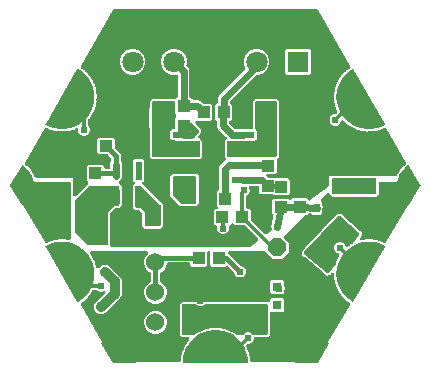
<source format=gbr>
G04 EAGLE Gerber RS-274X export*
G75*
%MOMM*%
%FSLAX34Y34*%
%LPD*%
%INTop Copper*%
%IPPOS*%
%AMOC8*
5,1,8,0,0,1.08239X$1,22.5*%
G01*
%ADD10R,0.800000X0.800000*%
%ADD11P,1.649562X8X112.500000*%
%ADD12R,1.000000X1.100000*%
%ADD13R,1.100000X1.000000*%
%ADD14R,1.981200X0.558800*%
%ADD15R,1.300000X1.500000*%
%ADD16R,0.572000X1.554000*%
%ADD17C,0.572000*%
%ADD18C,1.524000*%
%ADD19R,0.500000X0.800000*%
%ADD20C,1.000000*%
%ADD21R,1.800000X1.800000*%
%ADD22C,1.800000*%
%ADD23C,0.750000*%
%ADD24C,0.406400*%
%ADD25C,0.604800*%
%ADD26C,0.304800*%
%ADD27C,0.812800*%
%ADD28C,0.609600*%

G36*
X28592Y98745D02*
X28592Y98745D01*
X28609Y98744D01*
X28750Y98765D01*
X28891Y98783D01*
X28906Y98789D01*
X28923Y98792D01*
X29054Y98848D01*
X29186Y98900D01*
X29200Y98910D01*
X29215Y98917D01*
X29349Y99006D01*
X35781Y103954D01*
X35811Y103984D01*
X35846Y104008D01*
X35923Y104095D01*
X36007Y104178D01*
X36028Y104214D01*
X36056Y104246D01*
X36109Y104350D01*
X36170Y104451D01*
X36182Y104492D01*
X36201Y104529D01*
X36227Y104643D01*
X36260Y104756D01*
X36261Y104798D01*
X36271Y104839D01*
X36267Y104957D01*
X36271Y105074D01*
X36262Y105115D01*
X36261Y105157D01*
X36228Y105270D01*
X36203Y105385D01*
X36184Y105422D01*
X36172Y105463D01*
X36113Y105564D01*
X36060Y105669D01*
X36032Y105700D01*
X36011Y105737D01*
X35905Y105858D01*
X25215Y116548D01*
X25136Y116608D01*
X25064Y116676D01*
X25011Y116705D01*
X24963Y116742D01*
X24872Y116782D01*
X24786Y116830D01*
X24727Y116845D01*
X24671Y116869D01*
X24574Y116884D01*
X24478Y116909D01*
X24378Y116915D01*
X24357Y116919D01*
X24345Y116917D01*
X24317Y116919D01*
X16498Y116919D01*
X15185Y118232D01*
X15091Y118305D01*
X15002Y118384D01*
X14966Y118403D01*
X14934Y118427D01*
X14824Y118475D01*
X14718Y118529D01*
X14679Y118538D01*
X14642Y118554D01*
X14524Y118572D01*
X14408Y118598D01*
X14368Y118597D01*
X14328Y118604D01*
X14209Y118592D01*
X14090Y118589D01*
X14051Y118577D01*
X14011Y118574D01*
X13899Y118533D01*
X13785Y118500D01*
X13750Y118480D01*
X13712Y118466D01*
X13613Y118399D01*
X13511Y118339D01*
X13466Y118299D01*
X13449Y118288D01*
X13435Y118272D01*
X13390Y118232D01*
X11940Y116783D01*
X11889Y116762D01*
X11849Y116733D01*
X11804Y116711D01*
X11721Y116640D01*
X11632Y116576D01*
X11600Y116537D01*
X11562Y116505D01*
X11499Y116415D01*
X11429Y116331D01*
X11408Y116285D01*
X11379Y116245D01*
X11340Y116142D01*
X11294Y116043D01*
X11284Y115994D01*
X11267Y115947D01*
X11254Y115838D01*
X11234Y115731D01*
X11237Y115681D01*
X11231Y115631D01*
X11247Y115522D01*
X11254Y115413D01*
X11269Y115366D01*
X11276Y115316D01*
X11280Y115305D01*
X11280Y113319D01*
X10529Y111508D01*
X9142Y110121D01*
X7331Y109370D01*
X5369Y109370D01*
X3558Y110121D01*
X2171Y111508D01*
X1420Y113319D01*
X1420Y115330D01*
X1427Y115365D01*
X1456Y115471D01*
X1457Y115521D01*
X1466Y115570D01*
X1459Y115679D01*
X1461Y115789D01*
X1450Y115837D01*
X1446Y115887D01*
X1413Y115991D01*
X1387Y116098D01*
X1364Y116142D01*
X1348Y116189D01*
X1290Y116282D01*
X1238Y116379D01*
X1205Y116416D01*
X1178Y116458D01*
X1098Y116533D01*
X1025Y116615D01*
X983Y116642D01*
X947Y116676D01*
X851Y116729D01*
X759Y116789D01*
X712Y116806D01*
X668Y116830D01*
X562Y116857D01*
X458Y116893D01*
X408Y116897D01*
X360Y116909D01*
X199Y116919D01*
X-502Y116919D01*
X-1618Y118036D01*
X-1618Y129614D01*
X-502Y130731D01*
X1210Y130731D01*
X1348Y130748D01*
X1486Y130761D01*
X1505Y130768D01*
X1525Y130771D01*
X1655Y130822D01*
X1786Y130869D01*
X1802Y130880D01*
X1821Y130888D01*
X1933Y130969D01*
X2049Y131047D01*
X2062Y131063D01*
X2078Y131074D01*
X2167Y131182D01*
X2259Y131286D01*
X2268Y131304D01*
X2281Y131319D01*
X2341Y131445D01*
X2404Y131569D01*
X2408Y131589D01*
X2417Y131607D01*
X2443Y131744D01*
X2473Y131879D01*
X2473Y131900D01*
X2477Y131919D01*
X2468Y132058D01*
X2464Y132197D01*
X2458Y132217D01*
X2457Y132237D01*
X2414Y132369D01*
X2375Y132503D01*
X2365Y132520D01*
X2359Y132539D01*
X2285Y132657D01*
X2214Y132777D01*
X2195Y132798D01*
X2189Y132808D01*
X2174Y132822D01*
X2107Y132897D01*
X1594Y133411D01*
X1594Y145989D01*
X2612Y147007D01*
X2673Y147085D01*
X2741Y147157D01*
X2770Y147211D01*
X2807Y147258D01*
X2846Y147349D01*
X2894Y147436D01*
X2909Y147495D01*
X2933Y147550D01*
X2949Y147648D01*
X2974Y147744D01*
X2980Y147844D01*
X2983Y147864D01*
X2982Y147877D01*
X2984Y147905D01*
X2984Y166085D01*
X3738Y167906D01*
X8435Y172604D01*
X8508Y172698D01*
X8587Y172787D01*
X8605Y172823D01*
X8630Y172855D01*
X8678Y172964D01*
X8732Y173070D01*
X8741Y173109D01*
X8757Y173147D01*
X8775Y173264D01*
X8801Y173380D01*
X8800Y173421D01*
X8806Y173461D01*
X8795Y173579D01*
X8792Y173698D01*
X8780Y173737D01*
X8777Y173777D01*
X8736Y173889D01*
X8703Y174004D01*
X8683Y174039D01*
X8669Y174077D01*
X8602Y174175D01*
X8542Y174278D01*
X8502Y174323D01*
X8490Y174340D01*
X8475Y174353D01*
X8435Y174399D01*
X7937Y174897D01*
X7937Y188640D01*
X9229Y189933D01*
X9302Y190027D01*
X9381Y190116D01*
X9399Y190152D01*
X9424Y190184D01*
X9471Y190293D01*
X9525Y190399D01*
X9534Y190439D01*
X9550Y190476D01*
X9569Y190594D01*
X9595Y190710D01*
X9594Y190750D01*
X9600Y190790D01*
X9589Y190909D01*
X9585Y191027D01*
X9574Y191066D01*
X9570Y191107D01*
X9530Y191219D01*
X9497Y191333D01*
X9477Y191368D01*
X9463Y191406D01*
X9396Y191504D01*
X9336Y191607D01*
X9296Y191652D01*
X9284Y191669D01*
X9269Y191682D01*
X9229Y191728D01*
X2150Y198806D01*
X1396Y200627D01*
X1396Y204520D01*
X1384Y204619D01*
X1381Y204718D01*
X1364Y204776D01*
X1356Y204836D01*
X1320Y204928D01*
X1292Y205023D01*
X1262Y205075D01*
X1239Y205132D01*
X1181Y205212D01*
X1131Y205297D01*
X1065Y205372D01*
X1053Y205389D01*
X1043Y205397D01*
X1025Y205418D01*
X7Y206436D01*
X7Y219014D01*
X1266Y220274D01*
X1301Y220288D01*
X1397Y220357D01*
X1498Y220421D01*
X1525Y220451D01*
X1558Y220474D01*
X1634Y220566D01*
X1716Y220653D01*
X1735Y220688D01*
X1761Y220719D01*
X1812Y220827D01*
X1869Y220931D01*
X1879Y220971D01*
X1896Y221007D01*
X1919Y221124D01*
X1949Y221239D01*
X1952Y221299D01*
X1956Y221319D01*
X1955Y221340D01*
X1959Y221400D01*
X1959Y224823D01*
X2713Y226644D01*
X4285Y228216D01*
X24968Y248899D01*
X24986Y248922D01*
X25009Y248941D01*
X25083Y249047D01*
X25085Y249049D01*
X25130Y249103D01*
X25134Y249113D01*
X25163Y249150D01*
X25175Y249177D01*
X25192Y249201D01*
X25238Y249323D01*
X25289Y249442D01*
X25294Y249471D01*
X25305Y249499D01*
X25319Y249628D01*
X25339Y249756D01*
X25337Y249785D01*
X25340Y249815D01*
X25322Y249943D01*
X25310Y250073D01*
X25300Y250100D01*
X25295Y250130D01*
X25243Y250282D01*
X23944Y253418D01*
X23944Y257757D01*
X25605Y261765D01*
X28672Y264833D01*
X32681Y266493D01*
X37019Y266493D01*
X41028Y264833D01*
X44095Y261765D01*
X45756Y257757D01*
X45756Y253418D01*
X44095Y249410D01*
X41028Y246342D01*
X37019Y244682D01*
X35288Y244682D01*
X35190Y244669D01*
X35091Y244666D01*
X35033Y244650D01*
X34973Y244642D01*
X34881Y244605D01*
X34785Y244578D01*
X34733Y244547D01*
X34677Y244525D01*
X34597Y244467D01*
X34511Y244416D01*
X34436Y244350D01*
X34420Y244338D01*
X34412Y244329D01*
X34391Y244310D01*
X12354Y222273D01*
X12281Y222179D01*
X12202Y222090D01*
X12184Y222054D01*
X12159Y222022D01*
X12112Y221913D01*
X12058Y221807D01*
X12049Y221768D01*
X12033Y221730D01*
X12014Y221613D01*
X11988Y221497D01*
X11989Y221456D01*
X11983Y221416D01*
X11994Y221298D01*
X11998Y221179D01*
X12009Y221140D01*
X12013Y221100D01*
X12053Y220988D01*
X12086Y220873D01*
X12107Y220838D01*
X12120Y220800D01*
X12187Y220702D01*
X12248Y220599D01*
X12288Y220554D01*
X12299Y220537D01*
X12314Y220524D01*
X12354Y220478D01*
X13818Y219014D01*
X13818Y206436D01*
X12700Y205318D01*
X12576Y205302D01*
X12437Y205289D01*
X12418Y205282D01*
X12398Y205279D01*
X12269Y205228D01*
X12137Y205181D01*
X12121Y205170D01*
X12102Y205162D01*
X11989Y205081D01*
X11874Y205003D01*
X11861Y204987D01*
X11845Y204976D01*
X11756Y204868D01*
X11664Y204764D01*
X11655Y204746D01*
X11642Y204731D01*
X11582Y204605D01*
X11519Y204481D01*
X11515Y204461D01*
X11506Y204443D01*
X11480Y204307D01*
X11450Y204171D01*
X11450Y204150D01*
X11446Y204131D01*
X11455Y203992D01*
X11459Y203853D01*
X11465Y203833D01*
X11466Y203813D01*
X11509Y203681D01*
X11548Y203547D01*
X11558Y203530D01*
X11564Y203511D01*
X11639Y203393D01*
X11709Y203273D01*
X11728Y203252D01*
X11734Y203242D01*
X11749Y203228D01*
X11816Y203153D01*
X15968Y199000D01*
X16046Y198940D01*
X16118Y198872D01*
X16171Y198843D01*
X16219Y198806D01*
X16310Y198766D01*
X16397Y198718D01*
X16455Y198703D01*
X16511Y198679D01*
X16609Y198664D01*
X16704Y198639D01*
X16805Y198633D01*
X16825Y198629D01*
X16837Y198631D01*
X16865Y198629D01*
X24036Y198629D01*
X24416Y198471D01*
X24425Y198469D01*
X24433Y198464D01*
X24578Y198427D01*
X24723Y198387D01*
X24732Y198387D01*
X24741Y198385D01*
X24902Y198375D01*
X30480Y198375D01*
X30598Y198390D01*
X30717Y198397D01*
X30755Y198410D01*
X30796Y198415D01*
X30906Y198458D01*
X31019Y198495D01*
X31054Y198517D01*
X31091Y198532D01*
X31187Y198601D01*
X31288Y198665D01*
X31316Y198695D01*
X31349Y198718D01*
X31425Y198810D01*
X31506Y198897D01*
X31526Y198932D01*
X31551Y198963D01*
X31602Y199071D01*
X31660Y199175D01*
X31670Y199215D01*
X31687Y199251D01*
X31709Y199368D01*
X31739Y199483D01*
X31743Y199543D01*
X31747Y199563D01*
X31745Y199584D01*
X31749Y199644D01*
X31749Y221978D01*
X33610Y223838D01*
X52115Y223838D01*
X53976Y221978D01*
X53976Y174897D01*
X52227Y173149D01*
X52167Y173071D01*
X52099Y172998D01*
X52070Y172945D01*
X52033Y172898D01*
X51993Y172807D01*
X51945Y172720D01*
X51930Y172661D01*
X51906Y172606D01*
X51891Y172508D01*
X51866Y172412D01*
X51860Y172312D01*
X51856Y172292D01*
X51858Y172279D01*
X51856Y172251D01*
X51856Y161461D01*
X50739Y160344D01*
X44426Y160344D01*
X44288Y160327D01*
X44149Y160314D01*
X44130Y160307D01*
X44110Y160304D01*
X43980Y160253D01*
X43850Y160206D01*
X43833Y160195D01*
X43814Y160187D01*
X43702Y160106D01*
X43587Y160028D01*
X43573Y160012D01*
X43557Y160001D01*
X43468Y159893D01*
X43376Y159789D01*
X43367Y159771D01*
X43354Y159756D01*
X43295Y159630D01*
X43232Y159506D01*
X43227Y159486D01*
X43219Y159468D01*
X43193Y159331D01*
X43162Y159196D01*
X43163Y159175D01*
X43159Y159156D01*
X43168Y159017D01*
X43172Y158878D01*
X43177Y158858D01*
X43179Y158838D01*
X43222Y158706D01*
X43260Y158572D01*
X43270Y158555D01*
X43277Y158536D01*
X43351Y158418D01*
X43422Y158298D01*
X43440Y158277D01*
X43447Y158267D01*
X43462Y158253D01*
X43528Y158177D01*
X44178Y157527D01*
X44256Y157467D01*
X44329Y157399D01*
X44382Y157370D01*
X44429Y157333D01*
X44520Y157293D01*
X44607Y157245D01*
X44666Y157230D01*
X44721Y157206D01*
X44819Y157191D01*
X44915Y157166D01*
X45015Y157160D01*
X45035Y157156D01*
X45048Y157158D01*
X45076Y157156D01*
X50739Y157156D01*
X50830Y157065D01*
X50908Y157004D01*
X50981Y156936D01*
X51034Y156907D01*
X51081Y156870D01*
X51172Y156831D01*
X51259Y156783D01*
X51318Y156768D01*
X51373Y156744D01*
X51471Y156728D01*
X51567Y156703D01*
X51667Y156697D01*
X51687Y156694D01*
X51700Y156695D01*
X51728Y156693D01*
X61852Y156693D01*
X62968Y155577D01*
X62968Y143998D01*
X61852Y142882D01*
X49273Y142882D01*
X49182Y142973D01*
X49104Y143033D01*
X49032Y143101D01*
X48979Y143130D01*
X48931Y143167D01*
X48840Y143207D01*
X48753Y143255D01*
X48695Y143270D01*
X48639Y143294D01*
X48541Y143309D01*
X48446Y143334D01*
X48346Y143340D01*
X48325Y143344D01*
X48313Y143342D01*
X48285Y143344D01*
X38161Y143344D01*
X37044Y144461D01*
X37044Y149352D01*
X37029Y149470D01*
X37022Y149589D01*
X37009Y149627D01*
X37004Y149668D01*
X36961Y149778D01*
X36924Y149891D01*
X36902Y149926D01*
X36887Y149963D01*
X36818Y150059D01*
X36754Y150160D01*
X36724Y150188D01*
X36701Y150221D01*
X36609Y150297D01*
X36522Y150378D01*
X36487Y150398D01*
X36456Y150423D01*
X36348Y150474D01*
X36244Y150532D01*
X36204Y150542D01*
X36168Y150559D01*
X36051Y150581D01*
X35936Y150611D01*
X35876Y150615D01*
X35856Y150619D01*
X35835Y150617D01*
X35775Y150621D01*
X29946Y150621D01*
X29896Y150615D01*
X29847Y150617D01*
X29739Y150595D01*
X29630Y150581D01*
X29584Y150563D01*
X29535Y150553D01*
X29437Y150505D01*
X29334Y150464D01*
X29294Y150435D01*
X29250Y150413D01*
X29166Y150342D01*
X29077Y150278D01*
X29045Y150239D01*
X29008Y150207D01*
X28944Y150117D01*
X28874Y150033D01*
X28853Y149988D01*
X28825Y149947D01*
X28786Y149844D01*
X28739Y149745D01*
X28729Y149696D01*
X28712Y149650D01*
X28700Y149540D01*
X28679Y149433D01*
X28682Y149383D01*
X28677Y149334D01*
X28692Y149225D01*
X28699Y149115D01*
X28714Y149068D01*
X28721Y149019D01*
X28773Y148866D01*
X29206Y147821D01*
X29206Y145859D01*
X28456Y144048D01*
X27069Y142661D01*
X26917Y142598D01*
X26889Y142582D01*
X26858Y142572D01*
X26751Y142503D01*
X26641Y142440D01*
X26618Y142418D01*
X26590Y142400D01*
X26504Y142307D01*
X26413Y142219D01*
X26395Y142191D01*
X26373Y142168D01*
X26313Y142056D01*
X26246Y141948D01*
X26237Y141917D01*
X26221Y141888D01*
X26190Y141766D01*
X26153Y141644D01*
X26151Y141612D01*
X26143Y141580D01*
X26134Y141419D01*
X26178Y131994D01*
X26194Y131879D01*
X26201Y131763D01*
X26214Y131722D01*
X26220Y131679D01*
X26263Y131571D01*
X26299Y131461D01*
X26322Y131424D01*
X26338Y131383D01*
X26407Y131290D01*
X26469Y131192D01*
X26501Y131162D01*
X26526Y131127D01*
X26616Y131053D01*
X26701Y130974D01*
X26739Y130953D01*
X26772Y130925D01*
X26878Y130876D01*
X26979Y130820D01*
X27021Y130810D01*
X27061Y130791D01*
X27175Y130770D01*
X27287Y130741D01*
X27352Y130737D01*
X27373Y130733D01*
X27393Y130734D01*
X27448Y130731D01*
X29077Y130731D01*
X30193Y129614D01*
X30193Y121795D01*
X30206Y121697D01*
X30209Y121598D01*
X30225Y121540D01*
X30233Y121480D01*
X30270Y121388D01*
X30297Y121293D01*
X30328Y121240D01*
X30350Y121184D01*
X30408Y121104D01*
X30459Y121019D01*
X30525Y120943D01*
X30537Y120927D01*
X30546Y120919D01*
X30565Y120898D01*
X41622Y109841D01*
X41651Y109819D01*
X41675Y109791D01*
X41776Y109721D01*
X41873Y109646D01*
X41907Y109632D01*
X41937Y109611D01*
X42052Y109569D01*
X42165Y109520D01*
X42201Y109514D01*
X42236Y109501D01*
X42358Y109489D01*
X42479Y109470D01*
X42516Y109474D01*
X42553Y109470D01*
X42673Y109488D01*
X42795Y109500D01*
X42830Y109512D01*
X42867Y109518D01*
X42980Y109566D01*
X43095Y109607D01*
X43125Y109628D01*
X43159Y109643D01*
X43293Y109733D01*
X47245Y112773D01*
X47353Y112880D01*
X47464Y112987D01*
X47467Y112993D01*
X47471Y112997D01*
X47550Y113129D01*
X47629Y113259D01*
X47631Y113265D01*
X47634Y113270D01*
X47678Y113417D01*
X47722Y113563D01*
X47723Y113569D01*
X47724Y113575D01*
X47730Y113727D01*
X47737Y113881D01*
X47736Y113889D01*
X47736Y113893D01*
X47734Y113902D01*
X47714Y114040D01*
X47632Y114429D01*
X47620Y114465D01*
X47614Y114502D01*
X47562Y114654D01*
X47458Y114907D01*
X47458Y115127D01*
X47451Y115177D01*
X47454Y115228D01*
X47431Y115388D01*
X47337Y115834D01*
X47436Y116360D01*
X47438Y116398D01*
X47448Y116434D01*
X47458Y116595D01*
X47458Y116868D01*
X47542Y117071D01*
X47555Y117120D01*
X47577Y117167D01*
X47617Y117323D01*
X49109Y125264D01*
X49112Y125322D01*
X49125Y125378D01*
X49122Y125480D01*
X49128Y125582D01*
X49117Y125638D01*
X49115Y125696D01*
X49087Y125794D01*
X49067Y125894D01*
X49043Y125946D01*
X49027Y126001D01*
X48975Y126089D01*
X48931Y126181D01*
X48894Y126226D01*
X48865Y126275D01*
X48759Y126396D01*
X48157Y126998D01*
X48157Y138577D01*
X49273Y139693D01*
X61852Y139693D01*
X62603Y138943D01*
X62697Y138870D01*
X62786Y138791D01*
X62822Y138773D01*
X62854Y138748D01*
X62963Y138700D01*
X63069Y138646D01*
X63108Y138637D01*
X63146Y138621D01*
X63263Y138603D01*
X63379Y138577D01*
X63420Y138578D01*
X63460Y138571D01*
X63578Y138583D01*
X63697Y138586D01*
X63736Y138598D01*
X63776Y138601D01*
X63888Y138642D01*
X64003Y138675D01*
X64038Y138695D01*
X64076Y138709D01*
X64174Y138776D01*
X64277Y138836D01*
X64322Y138876D01*
X64339Y138887D01*
X64352Y138903D01*
X64398Y138943D01*
X65648Y140193D01*
X77227Y140193D01*
X78371Y139049D01*
X78383Y138957D01*
X78404Y138904D01*
X78416Y138848D01*
X78462Y138756D01*
X78500Y138661D01*
X78534Y138615D01*
X78559Y138564D01*
X78627Y138487D01*
X78687Y138404D01*
X78731Y138367D01*
X78769Y138324D01*
X78853Y138266D01*
X78932Y138201D01*
X78984Y138177D01*
X79031Y138144D01*
X79127Y138109D01*
X79220Y138065D01*
X79276Y138055D01*
X79329Y138035D01*
X79431Y138025D01*
X79532Y138006D01*
X79589Y138009D01*
X79646Y138003D01*
X79747Y138019D01*
X79849Y138025D01*
X79904Y138043D01*
X79960Y138052D01*
X80055Y138092D01*
X80152Y138123D01*
X80200Y138154D01*
X80253Y138176D01*
X80386Y138266D01*
X95330Y149761D01*
X95345Y149777D01*
X95364Y149788D01*
X95458Y149888D01*
X95555Y149985D01*
X95567Y150004D01*
X95582Y150020D01*
X95627Y150102D01*
X95628Y150103D01*
X95648Y150140D01*
X95718Y150258D01*
X95725Y150279D01*
X95735Y150298D01*
X95754Y150372D01*
X95763Y150390D01*
X95772Y150441D01*
X95808Y150563D01*
X95809Y150585D01*
X95815Y150606D01*
X95820Y150690D01*
X95822Y150702D01*
X95822Y150715D01*
X95825Y150767D01*
X95825Y158374D01*
X97795Y158374D01*
X97893Y158386D01*
X97992Y158389D01*
X98050Y158406D01*
X98110Y158414D01*
X98202Y158450D01*
X98297Y158478D01*
X98349Y158509D01*
X98406Y158531D01*
X98486Y158589D01*
X98571Y158639D01*
X98647Y158706D01*
X98663Y158718D01*
X98671Y158727D01*
X98692Y158746D01*
X98697Y158751D01*
X136253Y158751D01*
X136258Y158746D01*
X136336Y158685D01*
X136408Y158617D01*
X136461Y158588D01*
X136509Y158551D01*
X136600Y158511D01*
X136687Y158464D01*
X136745Y158449D01*
X136801Y158424D01*
X136899Y158409D01*
X136995Y158384D01*
X137095Y158378D01*
X137115Y158375D01*
X137127Y158376D01*
X137155Y158374D01*
X152263Y158374D01*
X152393Y158390D01*
X152524Y158401D01*
X152551Y158410D01*
X152579Y158414D01*
X152701Y158462D01*
X152824Y158505D01*
X152848Y158520D01*
X152874Y158531D01*
X152980Y158608D01*
X153090Y158680D01*
X153109Y158701D01*
X153132Y158718D01*
X153215Y158819D01*
X153303Y158916D01*
X153324Y158950D01*
X153335Y158963D01*
X153344Y158982D01*
X153344Y158983D01*
X153347Y158987D01*
X153350Y158992D01*
X153387Y159053D01*
X153430Y159136D01*
X153438Y159156D01*
X153450Y159175D01*
X153510Y159324D01*
X153744Y160024D01*
X153822Y160075D01*
X153824Y160078D01*
X153827Y160079D01*
X153932Y160197D01*
X154036Y160311D01*
X154038Y160315D01*
X154039Y160316D01*
X154042Y160321D01*
X154119Y160448D01*
X154442Y161063D01*
X154496Y161208D01*
X154552Y161355D01*
X154552Y161358D01*
X154553Y161361D01*
X154570Y161514D01*
X154581Y161617D01*
X155022Y162204D01*
X155033Y162222D01*
X155047Y162239D01*
X155131Y162376D01*
X155474Y163030D01*
X155559Y163068D01*
X155562Y163070D01*
X155565Y163071D01*
X155686Y163169D01*
X155808Y163266D01*
X155810Y163270D01*
X155812Y163271D01*
X155816Y163276D01*
X155912Y163389D01*
X156330Y163944D01*
X156408Y164081D01*
X156485Y164214D01*
X156486Y164217D01*
X156487Y164220D01*
X156528Y164370D01*
X156556Y164468D01*
X157085Y164976D01*
X157098Y164993D01*
X157115Y165007D01*
X157220Y165129D01*
X157664Y165719D01*
X157754Y165743D01*
X157757Y165745D01*
X157760Y165746D01*
X157895Y165822D01*
X158031Y165899D01*
X158034Y165902D01*
X158036Y165903D01*
X158040Y165907D01*
X158154Y166003D01*
X158655Y166484D01*
X158751Y166603D01*
X158851Y166726D01*
X158853Y166729D01*
X158855Y166732D01*
X158919Y166873D01*
X158962Y166965D01*
X159566Y167382D01*
X159582Y167397D01*
X159601Y167407D01*
X159724Y167511D01*
X160256Y168022D01*
X160349Y168032D01*
X160352Y168033D01*
X160356Y168033D01*
X160503Y168088D01*
X160648Y168141D01*
X160652Y168144D01*
X160654Y168144D01*
X160658Y168148D01*
X160786Y168224D01*
X160888Y168295D01*
X160939Y168340D01*
X160995Y168378D01*
X161057Y168446D01*
X161125Y168507D01*
X161163Y168563D01*
X161208Y168614D01*
X161251Y168695D01*
X161302Y168771D01*
X161325Y168835D01*
X161356Y168896D01*
X161377Y168985D01*
X161407Y169071D01*
X161413Y169139D01*
X161429Y169205D01*
X161427Y169297D01*
X161435Y169388D01*
X161424Y169455D01*
X161423Y169523D01*
X161398Y169611D01*
X161383Y169702D01*
X161356Y169764D01*
X161338Y169830D01*
X161266Y169974D01*
X144520Y198979D01*
X144477Y199036D01*
X144442Y199099D01*
X144381Y199162D01*
X144328Y199232D01*
X144272Y199277D01*
X144223Y199329D01*
X144148Y199375D01*
X144079Y199430D01*
X144013Y199459D01*
X143953Y199497D01*
X143869Y199524D01*
X143788Y199559D01*
X143718Y199571D01*
X143650Y199593D01*
X143562Y199598D01*
X143475Y199613D01*
X143403Y199607D01*
X143332Y199611D01*
X143246Y199593D01*
X143158Y199586D01*
X143090Y199563D01*
X143020Y199549D01*
X142871Y199488D01*
X141894Y199018D01*
X141891Y199016D01*
X141887Y199015D01*
X141756Y198929D01*
X141627Y198846D01*
X141625Y198843D01*
X141621Y198840D01*
X141517Y198726D01*
X141464Y198669D01*
X140733Y198444D01*
X140720Y198438D01*
X140706Y198435D01*
X140557Y198375D01*
X139868Y198043D01*
X139797Y198058D01*
X139793Y198058D01*
X139789Y198059D01*
X139635Y198052D01*
X139479Y198046D01*
X139475Y198044D01*
X139471Y198044D01*
X139314Y198007D01*
X137767Y197530D01*
X137763Y197528D01*
X137759Y197527D01*
X137619Y197463D01*
X137477Y197399D01*
X137474Y197396D01*
X137470Y197395D01*
X137350Y197297D01*
X137290Y197249D01*
X136533Y197135D01*
X136519Y197131D01*
X136505Y197130D01*
X136348Y197093D01*
X135617Y196868D01*
X135550Y196893D01*
X135546Y196894D01*
X135542Y196895D01*
X135387Y196911D01*
X135234Y196928D01*
X135230Y196927D01*
X135225Y196928D01*
X135065Y196914D01*
X133464Y196673D01*
X133460Y196672D01*
X133456Y196672D01*
X133307Y196629D01*
X133158Y196587D01*
X133154Y196585D01*
X133150Y196584D01*
X133014Y196504D01*
X132950Y196466D01*
X132185Y196467D01*
X132171Y196465D01*
X132156Y196466D01*
X131996Y196452D01*
X131240Y196339D01*
X131176Y196374D01*
X131172Y196375D01*
X131169Y196377D01*
X131017Y196416D01*
X130869Y196456D01*
X130865Y196456D01*
X130861Y196457D01*
X130700Y196467D01*
X129081Y196468D01*
X129077Y196467D01*
X129073Y196468D01*
X128919Y196447D01*
X128765Y196428D01*
X128762Y196426D01*
X128758Y196426D01*
X128612Y196367D01*
X128542Y196340D01*
X127786Y196454D01*
X127771Y196454D01*
X127757Y196458D01*
X127596Y196468D01*
X126832Y196468D01*
X126775Y196513D01*
X126771Y196514D01*
X126767Y196517D01*
X126627Y196577D01*
X126483Y196639D01*
X126479Y196640D01*
X126475Y196641D01*
X126317Y196676D01*
X124717Y196917D01*
X124712Y196917D01*
X124708Y196919D01*
X124553Y196921D01*
X124399Y196925D01*
X124395Y196924D01*
X124390Y196924D01*
X124240Y196889D01*
X124165Y196871D01*
X123433Y197097D01*
X123419Y197099D01*
X123406Y197105D01*
X123248Y197139D01*
X122493Y197253D01*
X122443Y197306D01*
X122439Y197308D01*
X122436Y197311D01*
X122304Y197392D01*
X122173Y197474D01*
X122169Y197476D01*
X122165Y197478D01*
X122015Y197535D01*
X120468Y198013D01*
X120464Y198013D01*
X120460Y198015D01*
X120311Y198040D01*
X120155Y198068D01*
X120150Y198067D01*
X120146Y198068D01*
X119995Y198055D01*
X119915Y198049D01*
X119226Y198381D01*
X119212Y198386D01*
X119200Y198394D01*
X119049Y198451D01*
X118319Y198676D01*
X118277Y198736D01*
X118274Y198738D01*
X118272Y198742D01*
X118156Y198840D01*
X118036Y198943D01*
X118032Y198944D01*
X118029Y198947D01*
X117888Y199026D01*
X116430Y199729D01*
X116426Y199730D01*
X116422Y199733D01*
X116275Y199781D01*
X116128Y199830D01*
X116124Y199830D01*
X116120Y199832D01*
X115965Y199842D01*
X115889Y199847D01*
X115257Y200279D01*
X115244Y200285D01*
X115233Y200295D01*
X115092Y200374D01*
X114404Y200706D01*
X114371Y200770D01*
X114369Y200774D01*
X114367Y200777D01*
X114265Y200894D01*
X114163Y201011D01*
X114160Y201013D01*
X114157Y201016D01*
X114030Y201115D01*
X112693Y202028D01*
X112689Y202030D01*
X112686Y202033D01*
X112549Y202102D01*
X112410Y202173D01*
X112406Y202174D01*
X112402Y202176D01*
X112252Y202208D01*
X112175Y202226D01*
X111615Y202746D01*
X111603Y202755D01*
X111593Y202766D01*
X111466Y202865D01*
X110835Y203296D01*
X110813Y203365D01*
X110810Y203368D01*
X110809Y203372D01*
X110726Y203501D01*
X110643Y203633D01*
X110640Y203636D01*
X110637Y203640D01*
X110527Y203757D01*
X109340Y204858D01*
X109337Y204861D01*
X109334Y204864D01*
X109207Y204954D01*
X109082Y205044D01*
X109078Y205045D01*
X109074Y205048D01*
X108929Y205103D01*
X108858Y205131D01*
X108596Y205460D01*
X108509Y205544D01*
X108428Y205634D01*
X108396Y205655D01*
X108368Y205682D01*
X108263Y205742D01*
X108162Y205808D01*
X108126Y205821D01*
X108092Y205840D01*
X107976Y205872D01*
X107861Y205912D01*
X107823Y205915D01*
X107785Y205925D01*
X107665Y205927D01*
X107544Y205937D01*
X107506Y205930D01*
X107468Y205931D01*
X107350Y205903D01*
X107231Y205882D01*
X107196Y205866D01*
X107158Y205858D01*
X107051Y205801D01*
X106941Y205752D01*
X106911Y205728D01*
X106877Y205710D01*
X106787Y205629D01*
X106693Y205553D01*
X106669Y205522D01*
X106641Y205496D01*
X106574Y205396D01*
X106501Y205299D01*
X106476Y205248D01*
X106465Y205231D01*
X106458Y205211D01*
X106430Y205155D01*
X105779Y203583D01*
X104392Y202196D01*
X102581Y201445D01*
X100619Y201445D01*
X98808Y202196D01*
X97421Y203583D01*
X96670Y205394D01*
X96670Y207356D01*
X97421Y209167D01*
X98808Y210554D01*
X100619Y211305D01*
X101154Y211305D01*
X101252Y211317D01*
X101351Y211320D01*
X101409Y211337D01*
X101469Y211345D01*
X101561Y211381D01*
X101656Y211409D01*
X101709Y211439D01*
X101765Y211462D01*
X101845Y211520D01*
X101930Y211570D01*
X102006Y211636D01*
X102022Y211648D01*
X102030Y211658D01*
X102051Y211676D01*
X102711Y212336D01*
X102779Y212425D01*
X102855Y212508D01*
X102877Y212550D01*
X102906Y212587D01*
X102950Y212690D01*
X103002Y212790D01*
X103013Y212836D01*
X103032Y212879D01*
X103050Y212990D01*
X103075Y213099D01*
X103074Y213146D01*
X103082Y213193D01*
X103071Y213305D01*
X103069Y213417D01*
X103056Y213463D01*
X103052Y213510D01*
X103014Y213615D01*
X102984Y213724D01*
X102952Y213788D01*
X102963Y213869D01*
X102962Y213873D01*
X102963Y213878D01*
X102944Y214033D01*
X102927Y214185D01*
X102925Y214189D01*
X102925Y214193D01*
X102875Y214347D01*
X102284Y215854D01*
X102282Y215858D01*
X102281Y215862D01*
X102207Y215997D01*
X102132Y216133D01*
X102129Y216136D01*
X102127Y216140D01*
X102021Y216252D01*
X101968Y216309D01*
X101798Y217055D01*
X101793Y217069D01*
X101792Y217083D01*
X101742Y217236D01*
X101463Y217948D01*
X101484Y218018D01*
X101484Y218022D01*
X101485Y218026D01*
X101490Y218182D01*
X101495Y218335D01*
X101494Y218339D01*
X101494Y218343D01*
X101468Y218502D01*
X101109Y220081D01*
X101107Y220085D01*
X101107Y220089D01*
X101053Y220233D01*
X101000Y220380D01*
X100997Y220383D01*
X100996Y220387D01*
X100908Y220514D01*
X100864Y220578D01*
X100807Y221341D01*
X100804Y221355D01*
X100804Y221370D01*
X100779Y221529D01*
X100609Y222274D01*
X100639Y222340D01*
X100640Y222344D01*
X100642Y222348D01*
X100669Y222500D01*
X100698Y222652D01*
X100697Y222656D01*
X100698Y222661D01*
X100696Y222822D01*
X100576Y224436D01*
X100575Y224440D01*
X100575Y224444D01*
X100543Y224596D01*
X100513Y224748D01*
X100511Y224752D01*
X100510Y224756D01*
X100441Y224895D01*
X100408Y224964D01*
X100465Y225727D01*
X100465Y225741D01*
X100467Y225756D01*
X100465Y225917D01*
X100409Y226679D01*
X100449Y226740D01*
X100450Y226743D01*
X100452Y226747D01*
X100503Y226896D01*
X100553Y227040D01*
X100553Y227044D01*
X100555Y227048D01*
X100577Y227208D01*
X100698Y228822D01*
X100698Y228826D01*
X100699Y228830D01*
X100690Y228983D01*
X100682Y229140D01*
X100681Y229144D01*
X100681Y229148D01*
X100635Y229293D01*
X100611Y229369D01*
X100781Y230115D01*
X100783Y230129D01*
X100788Y230143D01*
X100810Y230303D01*
X100867Y231065D01*
X100916Y231119D01*
X100918Y231122D01*
X100920Y231126D01*
X100992Y231264D01*
X101064Y231400D01*
X101065Y231404D01*
X101067Y231408D01*
X101112Y231562D01*
X101473Y233141D01*
X101473Y233145D01*
X101475Y233149D01*
X101489Y233300D01*
X101505Y233457D01*
X101504Y233461D01*
X101504Y233465D01*
X101480Y233617D01*
X101468Y233695D01*
X101748Y234407D01*
X101751Y234421D01*
X101758Y234434D01*
X101804Y234588D01*
X101974Y235333D01*
X102030Y235379D01*
X102033Y235383D01*
X102036Y235385D01*
X102126Y235510D01*
X102219Y235636D01*
X102220Y235640D01*
X102223Y235643D01*
X102291Y235789D01*
X102883Y237296D01*
X102884Y237300D01*
X102886Y237303D01*
X102922Y237449D01*
X102961Y237604D01*
X102961Y237608D01*
X102962Y237612D01*
X102961Y237765D01*
X102960Y237844D01*
X103343Y238507D01*
X103349Y238520D01*
X103357Y238532D01*
X103426Y238678D01*
X103705Y239389D01*
X103767Y239426D01*
X103770Y239429D01*
X103774Y239431D01*
X103880Y239540D01*
X103992Y239652D01*
X103994Y239655D01*
X103997Y239658D01*
X104086Y239792D01*
X104896Y241194D01*
X104898Y241198D01*
X104900Y241201D01*
X104960Y241346D01*
X105019Y241487D01*
X105020Y241491D01*
X105022Y241495D01*
X105043Y241645D01*
X105055Y241725D01*
X105532Y242323D01*
X105539Y242335D01*
X105550Y242346D01*
X105639Y242480D01*
X106021Y243142D01*
X106088Y243169D01*
X106092Y243172D01*
X106096Y243173D01*
X106220Y243267D01*
X106344Y243359D01*
X106346Y243362D01*
X106350Y243364D01*
X106458Y243484D01*
X107468Y244749D01*
X107470Y244753D01*
X107473Y244756D01*
X107553Y244888D01*
X107634Y245021D01*
X107635Y245025D01*
X107637Y245028D01*
X107681Y245176D01*
X107704Y245250D01*
X108265Y245770D01*
X108274Y245781D01*
X108286Y245790D01*
X108394Y245909D01*
X108871Y246507D01*
X108941Y246524D01*
X108945Y246526D01*
X108949Y246527D01*
X109085Y246601D01*
X109222Y246674D01*
X109225Y246676D01*
X109229Y246678D01*
X109354Y246780D01*
X110226Y247589D01*
X110541Y247881D01*
X110543Y247884D01*
X110547Y247886D01*
X110645Y248005D01*
X110745Y248125D01*
X110747Y248128D01*
X110749Y248131D01*
X110815Y248271D01*
X110849Y248341D01*
X111481Y248772D01*
X111492Y248782D01*
X111505Y248789D01*
X111630Y248890D01*
X112190Y249410D01*
X112262Y249417D01*
X112266Y249418D01*
X112270Y249418D01*
X112418Y249472D01*
X112562Y249522D01*
X112566Y249525D01*
X112569Y249526D01*
X112708Y249608D01*
X113588Y250208D01*
X113642Y250255D01*
X113702Y250295D01*
X113761Y250360D01*
X113826Y250418D01*
X113867Y250478D01*
X113915Y250531D01*
X113956Y250609D01*
X114005Y250681D01*
X114029Y250749D01*
X114062Y250813D01*
X114083Y250898D01*
X114112Y250981D01*
X114119Y251052D01*
X114135Y251122D01*
X114134Y251210D01*
X114142Y251297D01*
X114131Y251368D01*
X114129Y251440D01*
X114106Y251525D01*
X114092Y251611D01*
X114063Y251677D01*
X114044Y251747D01*
X113972Y251891D01*
X86531Y299423D01*
X86467Y299507D01*
X86410Y299597D01*
X86371Y299634D01*
X86338Y299676D01*
X86256Y299742D01*
X86179Y299815D01*
X86131Y299841D01*
X86089Y299874D01*
X85993Y299917D01*
X85900Y299968D01*
X85848Y299982D01*
X85799Y300003D01*
X85694Y300021D01*
X85592Y300048D01*
X85507Y300053D01*
X85485Y300057D01*
X85470Y300055D01*
X85431Y300058D01*
X-85431Y300058D01*
X-85536Y300045D01*
X-85642Y300040D01*
X-85694Y300025D01*
X-85747Y300018D01*
X-85845Y299979D01*
X-85946Y299949D01*
X-85993Y299921D01*
X-86043Y299901D01*
X-86128Y299839D01*
X-86219Y299784D01*
X-86256Y299746D01*
X-86300Y299714D01*
X-86367Y299633D01*
X-86441Y299557D01*
X-86489Y299486D01*
X-86503Y299469D01*
X-86509Y299455D01*
X-86531Y299423D01*
X-113972Y251891D01*
X-114000Y251825D01*
X-114037Y251763D01*
X-114062Y251679D01*
X-114096Y251598D01*
X-114106Y251527D01*
X-114126Y251458D01*
X-114129Y251370D01*
X-114142Y251283D01*
X-114135Y251212D01*
X-114137Y251140D01*
X-114118Y251054D01*
X-114109Y250967D01*
X-114084Y250899D01*
X-114068Y250829D01*
X-114029Y250751D01*
X-113998Y250669D01*
X-113957Y250610D01*
X-113925Y250546D01*
X-113867Y250480D01*
X-113817Y250408D01*
X-113762Y250361D01*
X-113715Y250306D01*
X-113588Y250208D01*
X-112708Y249608D01*
X-112704Y249606D01*
X-112701Y249603D01*
X-112561Y249533D01*
X-112425Y249463D01*
X-112421Y249462D01*
X-112417Y249461D01*
X-112262Y249427D01*
X-112191Y249411D01*
X-111630Y248890D01*
X-111618Y248882D01*
X-111608Y248871D01*
X-111481Y248772D01*
X-110849Y248342D01*
X-110827Y248273D01*
X-110825Y248269D01*
X-110823Y248265D01*
X-110740Y248136D01*
X-110657Y248004D01*
X-110654Y248001D01*
X-110652Y247998D01*
X-110541Y247881D01*
X-109354Y246780D01*
X-109350Y246778D01*
X-109348Y246774D01*
X-109220Y246684D01*
X-109095Y246595D01*
X-109091Y246593D01*
X-109088Y246591D01*
X-108944Y246536D01*
X-108871Y246508D01*
X-108394Y245909D01*
X-108383Y245899D01*
X-108376Y245887D01*
X-108265Y245770D01*
X-107704Y245251D01*
X-107692Y245179D01*
X-107691Y245175D01*
X-107690Y245171D01*
X-107628Y245032D01*
X-107564Y244888D01*
X-107562Y244885D01*
X-107560Y244881D01*
X-107468Y244749D01*
X-106458Y243484D01*
X-106455Y243481D01*
X-106453Y243477D01*
X-106341Y243369D01*
X-106230Y243262D01*
X-106226Y243260D01*
X-106223Y243257D01*
X-106090Y243182D01*
X-106022Y243142D01*
X-105639Y242480D01*
X-105630Y242468D01*
X-105624Y242455D01*
X-105532Y242323D01*
X-105055Y241725D01*
X-105054Y241653D01*
X-105053Y241649D01*
X-105053Y241645D01*
X-105011Y241494D01*
X-104971Y241346D01*
X-104969Y241342D01*
X-104968Y241338D01*
X-104896Y241194D01*
X-104086Y239792D01*
X-104084Y239789D01*
X-104082Y239785D01*
X-103989Y239664D01*
X-103894Y239539D01*
X-103890Y239536D01*
X-103888Y239533D01*
X-103766Y239438D01*
X-103705Y239390D01*
X-103426Y238678D01*
X-103419Y238665D01*
X-103415Y238651D01*
X-103343Y238507D01*
X-102961Y237845D01*
X-102971Y237773D01*
X-102970Y237769D01*
X-102971Y237765D01*
X-102952Y237612D01*
X-102934Y237457D01*
X-102933Y237453D01*
X-102932Y237449D01*
X-102883Y237296D01*
X-102291Y235789D01*
X-102289Y235785D01*
X-102288Y235781D01*
X-102214Y235647D01*
X-102138Y235510D01*
X-102135Y235507D01*
X-102133Y235503D01*
X-102027Y235390D01*
X-101974Y235334D01*
X-101804Y234588D01*
X-101799Y234575D01*
X-101797Y234560D01*
X-101748Y234407D01*
X-101468Y233695D01*
X-101489Y233626D01*
X-101489Y233622D01*
X-101490Y233618D01*
X-101494Y233463D01*
X-101500Y233308D01*
X-101499Y233304D01*
X-101499Y233300D01*
X-101473Y233141D01*
X-101112Y231562D01*
X-101111Y231558D01*
X-101110Y231554D01*
X-101056Y231408D01*
X-101003Y231264D01*
X-101001Y231260D01*
X-100999Y231256D01*
X-100911Y231129D01*
X-100867Y231066D01*
X-100810Y230303D01*
X-100807Y230288D01*
X-100807Y230274D01*
X-100781Y230115D01*
X-100611Y229370D01*
X-100642Y229304D01*
X-100642Y229300D01*
X-100644Y229296D01*
X-100671Y229144D01*
X-100700Y228991D01*
X-100699Y228987D01*
X-100700Y228983D01*
X-100698Y228822D01*
X-100577Y227208D01*
X-100576Y227204D01*
X-100576Y227199D01*
X-100544Y227045D01*
X-100513Y226896D01*
X-100512Y226892D01*
X-100511Y226888D01*
X-100441Y226747D01*
X-100408Y226680D01*
X-100465Y225917D01*
X-100465Y225902D01*
X-100467Y225888D01*
X-100465Y225727D01*
X-100408Y224965D01*
X-100448Y224904D01*
X-100449Y224900D01*
X-100452Y224897D01*
X-100502Y224748D01*
X-100552Y224604D01*
X-100552Y224600D01*
X-100554Y224596D01*
X-100576Y224436D01*
X-100696Y222822D01*
X-100696Y222818D01*
X-100697Y222813D01*
X-100688Y222654D01*
X-100680Y222504D01*
X-100679Y222500D01*
X-100679Y222496D01*
X-100631Y222347D01*
X-100609Y222275D01*
X-100779Y221529D01*
X-100780Y221514D01*
X-100785Y221500D01*
X-100807Y221341D01*
X-100864Y220579D01*
X-100912Y220525D01*
X-100914Y220521D01*
X-100917Y220518D01*
X-100988Y220380D01*
X-101060Y220243D01*
X-101061Y220239D01*
X-101063Y220235D01*
X-101109Y220081D01*
X-101468Y218502D01*
X-101469Y218498D01*
X-101470Y218494D01*
X-101484Y218341D01*
X-101500Y218186D01*
X-101499Y218182D01*
X-101499Y218178D01*
X-101475Y218025D01*
X-101463Y217949D01*
X-101742Y217236D01*
X-101746Y217222D01*
X-101753Y217209D01*
X-101760Y217183D01*
X-101764Y217176D01*
X-101766Y217165D01*
X-101798Y217055D01*
X-101968Y216309D01*
X-102024Y216263D01*
X-102027Y216260D01*
X-102030Y216257D01*
X-102121Y216132D01*
X-102212Y216007D01*
X-102214Y216003D01*
X-102216Y216000D01*
X-102284Y215854D01*
X-102875Y214347D01*
X-102876Y214343D01*
X-102878Y214339D01*
X-102916Y214187D01*
X-102953Y214038D01*
X-102953Y214034D01*
X-102954Y214030D01*
X-102953Y213875D01*
X-102953Y213798D01*
X-103335Y213135D01*
X-103341Y213122D01*
X-103349Y213110D01*
X-103417Y212964D01*
X-103696Y212253D01*
X-103759Y212215D01*
X-103762Y212213D01*
X-103765Y212210D01*
X-103874Y212099D01*
X-103983Y211990D01*
X-103985Y211986D01*
X-103988Y211983D01*
X-104077Y211849D01*
X-104886Y210447D01*
X-104888Y210443D01*
X-104890Y210440D01*
X-104950Y210296D01*
X-105009Y210154D01*
X-105010Y210150D01*
X-105012Y210146D01*
X-105033Y209991D01*
X-105044Y209916D01*
X-105521Y209317D01*
X-105529Y209305D01*
X-105539Y209295D01*
X-105628Y209161D01*
X-106010Y208499D01*
X-106077Y208471D01*
X-106081Y208469D01*
X-106084Y208467D01*
X-106209Y208374D01*
X-106333Y208282D01*
X-106335Y208278D01*
X-106338Y208276D01*
X-106447Y208157D01*
X-107418Y206938D01*
X-107432Y206914D01*
X-107451Y206894D01*
X-107515Y206779D01*
X-107583Y206666D01*
X-107591Y206640D01*
X-107605Y206615D01*
X-107638Y206488D01*
X-107676Y206362D01*
X-107677Y206334D01*
X-107684Y206307D01*
X-107694Y206147D01*
X-107694Y201517D01*
X-107682Y201419D01*
X-107679Y201320D01*
X-107662Y201262D01*
X-107655Y201202D01*
X-107618Y201110D01*
X-107591Y201014D01*
X-107560Y200962D01*
X-107538Y200906D01*
X-107479Y200826D01*
X-107429Y200741D01*
X-107363Y200665D01*
X-107351Y200649D01*
X-107341Y200641D01*
X-107323Y200620D01*
X-106945Y200242D01*
X-106194Y198430D01*
X-106194Y196469D01*
X-106945Y194657D01*
X-108332Y193270D01*
X-110144Y192520D01*
X-112105Y192520D01*
X-113917Y193270D01*
X-115303Y194657D01*
X-116054Y196469D01*
X-116054Y197889D01*
X-116065Y197974D01*
X-116065Y198060D01*
X-116084Y198131D01*
X-116094Y198205D01*
X-116125Y198285D01*
X-116147Y198367D01*
X-116184Y198432D01*
X-116211Y198501D01*
X-116261Y198570D01*
X-116303Y198645D01*
X-116354Y198698D01*
X-116398Y198758D01*
X-116464Y198813D01*
X-116523Y198874D01*
X-116586Y198914D01*
X-116643Y198961D01*
X-116720Y198997D01*
X-116793Y199043D01*
X-116863Y199065D01*
X-116930Y199096D01*
X-117014Y199112D01*
X-117096Y199138D01*
X-117170Y199142D01*
X-117243Y199156D01*
X-117328Y199151D01*
X-117414Y199155D01*
X-117486Y199141D01*
X-117560Y199136D01*
X-117593Y199126D01*
X-117595Y199125D01*
X-117615Y199119D01*
X-117641Y199110D01*
X-117725Y199093D01*
X-117852Y199042D01*
X-117863Y199038D01*
X-117866Y199036D01*
X-117875Y199033D01*
X-117889Y199026D01*
X-117892Y199024D01*
X-117896Y199022D01*
X-118027Y198936D01*
X-118156Y198853D01*
X-118158Y198850D01*
X-118162Y198848D01*
X-118266Y198733D01*
X-118318Y198677D01*
X-119049Y198451D01*
X-119062Y198445D01*
X-119077Y198442D01*
X-119226Y198381D01*
X-119915Y198049D01*
X-119985Y198065D01*
X-119990Y198064D01*
X-119994Y198065D01*
X-120151Y198058D01*
X-120303Y198052D01*
X-120307Y198051D01*
X-120311Y198050D01*
X-120468Y198013D01*
X-122015Y197535D01*
X-122019Y197533D01*
X-122023Y197532D01*
X-122166Y197467D01*
X-122305Y197404D01*
X-122308Y197401D01*
X-122312Y197399D01*
X-122432Y197301D01*
X-122492Y197253D01*
X-123248Y197139D01*
X-123262Y197135D01*
X-123277Y197135D01*
X-123433Y197097D01*
X-124164Y196871D01*
X-124232Y196897D01*
X-124236Y196897D01*
X-124240Y196899D01*
X-124396Y196915D01*
X-124548Y196931D01*
X-124552Y196931D01*
X-124556Y196931D01*
X-124717Y196917D01*
X-126317Y196676D01*
X-126321Y196674D01*
X-126326Y196674D01*
X-126474Y196631D01*
X-126624Y196589D01*
X-126627Y196587D01*
X-126631Y196586D01*
X-126765Y196507D01*
X-126831Y196468D01*
X-127596Y196468D01*
X-127611Y196466D01*
X-127625Y196468D01*
X-127786Y196454D01*
X-128541Y196340D01*
X-128605Y196375D01*
X-128609Y196376D01*
X-128612Y196378D01*
X-128763Y196417D01*
X-128912Y196456D01*
X-128916Y196456D01*
X-128920Y196457D01*
X-129081Y196468D01*
X-130700Y196467D01*
X-130704Y196467D01*
X-130708Y196467D01*
X-130861Y196447D01*
X-131016Y196427D01*
X-131020Y196426D01*
X-131024Y196425D01*
X-131168Y196367D01*
X-131239Y196339D01*
X-131996Y196452D01*
X-132010Y196453D01*
X-132024Y196456D01*
X-132185Y196467D01*
X-132949Y196466D01*
X-133007Y196511D01*
X-133011Y196512D01*
X-133014Y196515D01*
X-133154Y196575D01*
X-133299Y196637D01*
X-133303Y196638D01*
X-133306Y196639D01*
X-133464Y196673D01*
X-135065Y196914D01*
X-135069Y196914D01*
X-135073Y196915D01*
X-135229Y196918D01*
X-135383Y196922D01*
X-135387Y196921D01*
X-135391Y196921D01*
X-135544Y196884D01*
X-135617Y196867D01*
X-136348Y197093D01*
X-136362Y197095D01*
X-136376Y197101D01*
X-136533Y197135D01*
X-137289Y197249D01*
X-137339Y197301D01*
X-137343Y197303D01*
X-137346Y197306D01*
X-137476Y197386D01*
X-137609Y197469D01*
X-137613Y197471D01*
X-137616Y197473D01*
X-137767Y197530D01*
X-139314Y198007D01*
X-139318Y198007D01*
X-139322Y198009D01*
X-139477Y198035D01*
X-139628Y198061D01*
X-139632Y198061D01*
X-139636Y198062D01*
X-139793Y198049D01*
X-139867Y198043D01*
X-140557Y198375D01*
X-140570Y198379D01*
X-140583Y198387D01*
X-140733Y198444D01*
X-141464Y198669D01*
X-141505Y198728D01*
X-141509Y198731D01*
X-141511Y198734D01*
X-141627Y198832D01*
X-141747Y198935D01*
X-141751Y198937D01*
X-141754Y198939D01*
X-141894Y199018D01*
X-142871Y199488D01*
X-142939Y199511D01*
X-143003Y199543D01*
X-143089Y199561D01*
X-143172Y199589D01*
X-143244Y199594D01*
X-143314Y199609D01*
X-143402Y199606D01*
X-143490Y199612D01*
X-143560Y199599D01*
X-143632Y199596D01*
X-143716Y199571D01*
X-143803Y199555D01*
X-143868Y199525D01*
X-143936Y199504D01*
X-144012Y199459D01*
X-144091Y199422D01*
X-144147Y199377D01*
X-144208Y199340D01*
X-144270Y199277D01*
X-144338Y199222D01*
X-144381Y199164D01*
X-144431Y199113D01*
X-144520Y198979D01*
X-161266Y169974D01*
X-161293Y169911D01*
X-161328Y169853D01*
X-161354Y169765D01*
X-161389Y169681D01*
X-161399Y169613D01*
X-161419Y169548D01*
X-161422Y169457D01*
X-161436Y169366D01*
X-161429Y169298D01*
X-161431Y169230D01*
X-161412Y169141D01*
X-161403Y169050D01*
X-161379Y168986D01*
X-161365Y168919D01*
X-161324Y168837D01*
X-161292Y168752D01*
X-161253Y168696D01*
X-161223Y168635D01*
X-161163Y168566D01*
X-161111Y168490D01*
X-161059Y168446D01*
X-161014Y168394D01*
X-160888Y168295D01*
X-160786Y168224D01*
X-160650Y168154D01*
X-160510Y168080D01*
X-160507Y168079D01*
X-160504Y168078D01*
X-160353Y168043D01*
X-160253Y168019D01*
X-159724Y167511D01*
X-159707Y167498D01*
X-159692Y167482D01*
X-159566Y167382D01*
X-158958Y166963D01*
X-158931Y166874D01*
X-158929Y166871D01*
X-158928Y166868D01*
X-158846Y166736D01*
X-158764Y166603D01*
X-158761Y166600D01*
X-158760Y166598D01*
X-158755Y166594D01*
X-158655Y166484D01*
X-158154Y166003D01*
X-158027Y165909D01*
X-157904Y165817D01*
X-157901Y165815D01*
X-157899Y165813D01*
X-157754Y165754D01*
X-157661Y165715D01*
X-157220Y165129D01*
X-157205Y165113D01*
X-157193Y165095D01*
X-157085Y164976D01*
X-156552Y164465D01*
X-156539Y164372D01*
X-156538Y164369D01*
X-156538Y164366D01*
X-156477Y164222D01*
X-156418Y164078D01*
X-156416Y164075D01*
X-156415Y164073D01*
X-156411Y164068D01*
X-156330Y163944D01*
X-155912Y163389D01*
X-155804Y163277D01*
X-155696Y163164D01*
X-155693Y163163D01*
X-155691Y163160D01*
X-155558Y163079D01*
X-155472Y163026D01*
X-155131Y162376D01*
X-155119Y162358D01*
X-155110Y162338D01*
X-155022Y162204D01*
X-154578Y161613D01*
X-154580Y161520D01*
X-154580Y161517D01*
X-154580Y161514D01*
X-154543Y161361D01*
X-154508Y161210D01*
X-154506Y161206D01*
X-154505Y161204D01*
X-154503Y161199D01*
X-154442Y161063D01*
X-154119Y160449D01*
X-154030Y160321D01*
X-153942Y160192D01*
X-153939Y160190D01*
X-153937Y160188D01*
X-153819Y160086D01*
X-153743Y160019D01*
X-153510Y159324D01*
X-153501Y159304D01*
X-153496Y159283D01*
X-153430Y159136D01*
X-152918Y158160D01*
X-152843Y158053D01*
X-152773Y157942D01*
X-152753Y157923D01*
X-152736Y157899D01*
X-152637Y157814D01*
X-152541Y157724D01*
X-152517Y157710D01*
X-152495Y157692D01*
X-152378Y157634D01*
X-152263Y157570D01*
X-152236Y157563D01*
X-152210Y157551D01*
X-152082Y157524D01*
X-151955Y157491D01*
X-151915Y157488D01*
X-151899Y157485D01*
X-151877Y157486D01*
X-151794Y157481D01*
X-120332Y157481D01*
X-120332Y142811D01*
X-120314Y142674D01*
X-120301Y142535D01*
X-120294Y142516D01*
X-120292Y142496D01*
X-120241Y142367D01*
X-120194Y142236D01*
X-120182Y142219D01*
X-120175Y142200D01*
X-120093Y142088D01*
X-120015Y141972D01*
X-120000Y141959D01*
X-119988Y141943D01*
X-119881Y141854D01*
X-119777Y141762D01*
X-119759Y141753D01*
X-119743Y141740D01*
X-119617Y141681D01*
X-119493Y141617D01*
X-119474Y141613D01*
X-119455Y141604D01*
X-119319Y141578D01*
X-119183Y141548D01*
X-119163Y141548D01*
X-119143Y141544D01*
X-119005Y141553D01*
X-118865Y141557D01*
X-118846Y141563D01*
X-118826Y141564D01*
X-118693Y141607D01*
X-118560Y141646D01*
X-118542Y141656D01*
X-118523Y141662D01*
X-118406Y141737D01*
X-118286Y141807D01*
X-118265Y141826D01*
X-118254Y141832D01*
X-118240Y141847D01*
X-118165Y141914D01*
X-109910Y150169D01*
X-107884Y152194D01*
X-107811Y152288D01*
X-107733Y152378D01*
X-107714Y152414D01*
X-107689Y152446D01*
X-107642Y152555D01*
X-107588Y152661D01*
X-107579Y152700D01*
X-107563Y152737D01*
X-107544Y152855D01*
X-107518Y152971D01*
X-107520Y153011D01*
X-107513Y153051D01*
X-107524Y153170D01*
X-107528Y153289D01*
X-107539Y153328D01*
X-107543Y153368D01*
X-107583Y153480D01*
X-107616Y153595D01*
X-107637Y153629D01*
X-107651Y153667D01*
X-107718Y153766D01*
X-107778Y153868D01*
X-107818Y153914D01*
X-107829Y153931D01*
X-107845Y153944D01*
X-107884Y153989D01*
X-109006Y155111D01*
X-109006Y166689D01*
X-107889Y167806D01*
X-95311Y167806D01*
X-94194Y166689D01*
X-94194Y166107D01*
X-94179Y165989D01*
X-94172Y165870D01*
X-94159Y165832D01*
X-94154Y165791D01*
X-94111Y165681D01*
X-94074Y165568D01*
X-94052Y165533D01*
X-94037Y165496D01*
X-93968Y165400D01*
X-93904Y165299D01*
X-93874Y165271D01*
X-93851Y165238D01*
X-93759Y165162D01*
X-93672Y165081D01*
X-93637Y165061D01*
X-93606Y165036D01*
X-93498Y164985D01*
X-93394Y164927D01*
X-93354Y164917D01*
X-93318Y164900D01*
X-93201Y164878D01*
X-93086Y164848D01*
X-93026Y164844D01*
X-93006Y164840D01*
X-92985Y164842D01*
X-92925Y164838D01*
X-90147Y164838D01*
X-90029Y164853D01*
X-89911Y164860D01*
X-89872Y164873D01*
X-89832Y164878D01*
X-89721Y164921D01*
X-89608Y164958D01*
X-89574Y164980D01*
X-89536Y164995D01*
X-89440Y165064D01*
X-89339Y165128D01*
X-89312Y165158D01*
X-89279Y165181D01*
X-89203Y165273D01*
X-89121Y165360D01*
X-89102Y165395D01*
X-89076Y165426D01*
X-89025Y165534D01*
X-88968Y165638D01*
X-88958Y165678D01*
X-88941Y165714D01*
X-88918Y165831D01*
X-88888Y165946D01*
X-88885Y166006D01*
X-88881Y166026D01*
X-88882Y166047D01*
X-88878Y166107D01*
X-88878Y170284D01*
X-88422Y170740D01*
X-88361Y170819D01*
X-88293Y170891D01*
X-88264Y170944D01*
X-88227Y170992D01*
X-88188Y171083D01*
X-88140Y171169D01*
X-88125Y171228D01*
X-88101Y171283D01*
X-88085Y171381D01*
X-88060Y171477D01*
X-88054Y171577D01*
X-88051Y171598D01*
X-88052Y171610D01*
X-88050Y171638D01*
X-88050Y173468D01*
X-88063Y173566D01*
X-88066Y173665D01*
X-88082Y173724D01*
X-88090Y173784D01*
X-88127Y173876D01*
X-88154Y173971D01*
X-88185Y174023D01*
X-88207Y174079D01*
X-88265Y174159D01*
X-88316Y174245D01*
X-88382Y174320D01*
X-88394Y174337D01*
X-88403Y174345D01*
X-88422Y174366D01*
X-90929Y176873D01*
X-91007Y176933D01*
X-91079Y177001D01*
X-91132Y177030D01*
X-91180Y177067D01*
X-91271Y177107D01*
X-91358Y177155D01*
X-91416Y177170D01*
X-91472Y177194D01*
X-91570Y177209D01*
X-91666Y177234D01*
X-91766Y177240D01*
X-91786Y177244D01*
X-91798Y177242D01*
X-91826Y177244D01*
X-98927Y177244D01*
X-100043Y178361D01*
X-100043Y189939D01*
X-98927Y191056D01*
X-86348Y191056D01*
X-85232Y189939D01*
X-85232Y182839D01*
X-85219Y182741D01*
X-85216Y182642D01*
X-85200Y182583D01*
X-85192Y182523D01*
X-85155Y182431D01*
X-85128Y182336D01*
X-85097Y182284D01*
X-85075Y182228D01*
X-85017Y182148D01*
X-84966Y182062D01*
X-84900Y181987D01*
X-84888Y181970D01*
X-84879Y181962D01*
X-84860Y181941D01*
X-82853Y179934D01*
X-80175Y177256D01*
X-80175Y171638D01*
X-80162Y171540D01*
X-80159Y171441D01*
X-80143Y171382D01*
X-80135Y171322D01*
X-80098Y171230D01*
X-80071Y171135D01*
X-80040Y171083D01*
X-80018Y171027D01*
X-79960Y170947D01*
X-79909Y170861D01*
X-79843Y170786D01*
X-79831Y170769D01*
X-79822Y170761D01*
X-79803Y170740D01*
X-79347Y170284D01*
X-79347Y156516D01*
X-81451Y154412D01*
X-81524Y154318D01*
X-81603Y154229D01*
X-81621Y154193D01*
X-81646Y154161D01*
X-81693Y154051D01*
X-81747Y153945D01*
X-81756Y153906D01*
X-81772Y153869D01*
X-81791Y153751D01*
X-81817Y153635D01*
X-81816Y153595D01*
X-81822Y153555D01*
X-81811Y153436D01*
X-81807Y153317D01*
X-81796Y153278D01*
X-81792Y153238D01*
X-81752Y153126D01*
X-81719Y153012D01*
X-81698Y152977D01*
X-81685Y152939D01*
X-81618Y152840D01*
X-81557Y152738D01*
X-81517Y152693D01*
X-81506Y152676D01*
X-81491Y152662D01*
X-81451Y152617D01*
X-79374Y150540D01*
X-79374Y148837D01*
X-79362Y148739D01*
X-79359Y148640D01*
X-79347Y148598D01*
X-79347Y134190D01*
X-79364Y134123D01*
X-79370Y134023D01*
X-79374Y134003D01*
X-79372Y133991D01*
X-79374Y133963D01*
X-79374Y133622D01*
X-81235Y131762D01*
X-81575Y131762D01*
X-81673Y131749D01*
X-81772Y131746D01*
X-81831Y131730D01*
X-81872Y131724D01*
X-83921Y131724D01*
X-84020Y131712D01*
X-84119Y131709D01*
X-84177Y131692D01*
X-84237Y131684D01*
X-84329Y131648D01*
X-84424Y131620D01*
X-84476Y131590D01*
X-84533Y131567D01*
X-84613Y131509D01*
X-84698Y131459D01*
X-84773Y131393D01*
X-84790Y131381D01*
X-84798Y131371D01*
X-84819Y131353D01*
X-88528Y127644D01*
X-88588Y127566D01*
X-88656Y127493D01*
X-88685Y127440D01*
X-88722Y127393D01*
X-88762Y127302D01*
X-88810Y127215D01*
X-88825Y127156D01*
X-88849Y127101D01*
X-88864Y127003D01*
X-88889Y126907D01*
X-88895Y126807D01*
X-88899Y126787D01*
X-88897Y126774D01*
X-88899Y126746D01*
X-88899Y100013D01*
X-88884Y99894D01*
X-88877Y99776D01*
X-88864Y99737D01*
X-88859Y99697D01*
X-88816Y99586D01*
X-88779Y99473D01*
X-88757Y99439D01*
X-88742Y99401D01*
X-88673Y99305D01*
X-88609Y99204D01*
X-88579Y99177D01*
X-88556Y99144D01*
X-88464Y99068D01*
X-88377Y98986D01*
X-88342Y98967D01*
X-88311Y98941D01*
X-88203Y98890D01*
X-88099Y98833D01*
X-88059Y98823D01*
X-88023Y98806D01*
X-87906Y98783D01*
X-87791Y98753D01*
X-87731Y98750D01*
X-87711Y98746D01*
X-87690Y98747D01*
X-87630Y98743D01*
X28575Y98743D01*
X28592Y98745D01*
G37*
G36*
X-67572Y319D02*
X-67572Y319D01*
X-67544Y316D01*
X-67476Y339D01*
X-67405Y353D01*
X-67382Y369D01*
X-67355Y378D01*
X-67300Y425D01*
X-67241Y465D01*
X-67226Y489D01*
X-67205Y508D01*
X-67173Y572D01*
X-67134Y633D01*
X-67129Y661D01*
X-67117Y686D01*
X-67108Y788D01*
X-67101Y829D01*
X-67103Y839D01*
X-67102Y852D01*
X-67159Y1567D01*
X-30534Y1567D01*
X-30462Y1576D01*
X-30391Y1575D01*
X-30305Y1596D01*
X-30218Y1607D01*
X-30151Y1634D01*
X-30082Y1650D01*
X-30004Y1692D01*
X-29922Y1724D01*
X-29864Y1766D01*
X-29801Y1800D01*
X-29736Y1859D01*
X-29665Y1911D01*
X-29619Y1966D01*
X-29566Y2015D01*
X-29518Y2088D01*
X-29462Y2156D01*
X-29432Y2221D01*
X-29392Y2281D01*
X-29364Y2364D01*
X-29327Y2444D01*
X-29313Y2514D01*
X-29290Y2582D01*
X-29268Y2742D01*
X-29188Y3811D01*
X-29188Y3815D01*
X-29187Y3819D01*
X-29196Y3976D01*
X-29204Y4128D01*
X-29205Y4132D01*
X-29205Y4136D01*
X-29253Y4285D01*
X-29275Y4357D01*
X-29105Y5104D01*
X-29104Y5118D01*
X-29099Y5132D01*
X-29077Y5291D01*
X-29020Y6053D01*
X-28971Y6107D01*
X-28969Y6111D01*
X-28966Y6114D01*
X-28896Y6251D01*
X-28823Y6389D01*
X-28822Y6393D01*
X-28820Y6397D01*
X-28775Y6551D01*
X-28415Y8127D01*
X-28415Y8131D01*
X-28413Y8135D01*
X-28399Y8286D01*
X-28384Y8444D01*
X-28384Y8448D01*
X-28384Y8452D01*
X-28408Y8605D01*
X-28420Y8681D01*
X-28140Y9394D01*
X-28137Y9408D01*
X-28130Y9420D01*
X-28085Y9575D01*
X-27914Y10320D01*
X-27858Y10366D01*
X-27856Y10369D01*
X-27853Y10372D01*
X-27763Y10496D01*
X-27670Y10622D01*
X-27669Y10626D01*
X-27666Y10630D01*
X-27598Y10775D01*
X-27007Y12281D01*
X-27006Y12285D01*
X-27004Y12288D01*
X-26967Y12440D01*
X-26929Y12589D01*
X-26929Y12593D01*
X-26928Y12597D01*
X-26930Y12752D01*
X-26930Y12829D01*
X-26547Y13492D01*
X-26542Y13505D01*
X-26533Y13517D01*
X-26465Y13663D01*
X-26186Y14374D01*
X-26123Y14411D01*
X-26120Y14414D01*
X-26117Y14417D01*
X-26009Y14526D01*
X-25899Y14637D01*
X-25897Y14640D01*
X-25894Y14643D01*
X-25805Y14778D01*
X-24996Y16178D01*
X-24995Y16182D01*
X-24992Y16185D01*
X-24933Y16328D01*
X-24933Y16330D01*
X-24897Y16405D01*
X-24894Y16422D01*
X-24873Y16471D01*
X-24873Y16475D01*
X-24871Y16479D01*
X-24849Y16633D01*
X-24838Y16709D01*
X-24361Y17307D01*
X-24353Y17319D01*
X-24343Y17329D01*
X-24254Y17463D01*
X-23872Y18126D01*
X-23805Y18153D01*
X-23801Y18156D01*
X-23798Y18157D01*
X-23673Y18251D01*
X-23549Y18343D01*
X-23547Y18346D01*
X-23543Y18348D01*
X-23435Y18468D01*
X-22427Y19732D01*
X-22425Y19735D01*
X-22422Y19738D01*
X-22342Y19872D01*
X-22262Y20003D01*
X-22260Y20007D01*
X-22258Y20011D01*
X-22214Y20160D01*
X-22169Y20307D01*
X-22169Y20311D01*
X-22167Y20315D01*
X-22162Y20373D01*
X-22143Y20412D01*
X-22075Y20555D01*
X-22074Y20559D01*
X-22072Y20562D01*
X-22044Y20711D01*
X-22013Y20867D01*
X-22013Y20871D01*
X-22013Y20875D01*
X-22022Y21026D01*
X-22031Y21185D01*
X-22032Y21188D01*
X-22032Y21192D01*
X-22079Y21336D01*
X-22127Y21488D01*
X-22129Y21491D01*
X-22130Y21494D01*
X-22213Y21625D01*
X-22296Y21757D01*
X-22299Y21760D01*
X-22301Y21763D01*
X-22414Y21870D01*
X-22526Y21977D01*
X-22529Y21979D01*
X-22532Y21981D01*
X-22669Y22057D01*
X-22804Y22132D01*
X-22807Y22133D01*
X-22811Y22135D01*
X-22960Y22173D01*
X-23111Y22213D01*
X-23115Y22213D01*
X-23119Y22214D01*
X-23279Y22224D01*
X-28303Y22224D01*
X-30163Y24085D01*
X-30163Y50528D01*
X-28303Y52388D01*
X44178Y52388D01*
X44315Y52251D01*
X44425Y52166D01*
X44532Y52077D01*
X44550Y52069D01*
X44566Y52056D01*
X44694Y52001D01*
X44820Y51942D01*
X44839Y51938D01*
X44858Y51930D01*
X44996Y51908D01*
X45132Y51882D01*
X45152Y51883D01*
X45172Y51880D01*
X45311Y51893D01*
X45449Y51902D01*
X45469Y51908D01*
X45489Y51910D01*
X45620Y51957D01*
X45752Y52000D01*
X45769Y52011D01*
X45788Y52017D01*
X45903Y52095D01*
X46021Y52170D01*
X46035Y52185D01*
X46051Y52196D01*
X46143Y52300D01*
X46239Y52401D01*
X46248Y52419D01*
X46262Y52434D01*
X46325Y52558D01*
X46392Y52680D01*
X46397Y52700D01*
X46406Y52718D01*
X46437Y52854D01*
X46472Y52988D01*
X46473Y53016D01*
X46476Y53028D01*
X46475Y53048D01*
X46482Y53149D01*
X46482Y54439D01*
X47598Y55556D01*
X57177Y55556D01*
X58293Y54439D01*
X58293Y44861D01*
X57177Y43744D01*
X47307Y43744D01*
X47189Y43729D01*
X47071Y43722D01*
X47032Y43709D01*
X46992Y43704D01*
X46881Y43661D01*
X46768Y43624D01*
X46734Y43602D01*
X46696Y43587D01*
X46600Y43517D01*
X46499Y43454D01*
X46472Y43424D01*
X46439Y43401D01*
X46363Y43309D01*
X46281Y43222D01*
X46262Y43187D01*
X46236Y43156D01*
X46185Y43048D01*
X46128Y42944D01*
X46118Y42904D01*
X46101Y42868D01*
X46078Y42751D01*
X46048Y42636D01*
X46045Y42576D01*
X46041Y42556D01*
X46042Y42535D01*
X46038Y42475D01*
X46038Y24085D01*
X44178Y22224D01*
X33685Y22224D01*
X33566Y22209D01*
X33448Y22202D01*
X33409Y22189D01*
X33369Y22184D01*
X33258Y22141D01*
X33145Y22104D01*
X33111Y22082D01*
X33073Y22067D01*
X32977Y21998D01*
X32876Y21934D01*
X32849Y21904D01*
X32816Y21881D01*
X32740Y21789D01*
X32659Y21702D01*
X32639Y21667D01*
X32613Y21636D01*
X32563Y21528D01*
X32505Y21424D01*
X32495Y21384D01*
X32478Y21348D01*
X32455Y21231D01*
X32426Y21116D01*
X32422Y21056D01*
X32418Y21036D01*
X32419Y21015D01*
X32415Y20955D01*
X32415Y20485D01*
X31665Y18673D01*
X30278Y17286D01*
X28466Y16536D01*
X27932Y16536D01*
X27834Y16523D01*
X27735Y16520D01*
X27677Y16504D01*
X27616Y16496D01*
X27524Y16460D01*
X27429Y16432D01*
X27377Y16401D01*
X27321Y16379D01*
X27241Y16321D01*
X27155Y16271D01*
X27080Y16204D01*
X27063Y16192D01*
X27056Y16183D01*
X27035Y16164D01*
X26508Y15638D01*
X26497Y15624D01*
X26484Y15613D01*
X26400Y15498D01*
X26313Y15386D01*
X26306Y15370D01*
X26296Y15356D01*
X26243Y15225D01*
X26187Y15095D01*
X26184Y15077D01*
X26177Y15061D01*
X26159Y14920D01*
X26137Y14780D01*
X26139Y14763D01*
X26136Y14745D01*
X26153Y14605D01*
X26167Y14464D01*
X26173Y14447D01*
X26175Y14430D01*
X26224Y14276D01*
X26465Y13663D01*
X26472Y13650D01*
X26476Y13636D01*
X26547Y13492D01*
X26930Y12830D01*
X26920Y12758D01*
X26920Y12754D01*
X26920Y12750D01*
X26938Y12595D01*
X26956Y12442D01*
X26958Y12438D01*
X26958Y12434D01*
X27007Y12281D01*
X27598Y10775D01*
X27600Y10772D01*
X27601Y10768D01*
X27678Y10630D01*
X27750Y10496D01*
X27753Y10493D01*
X27755Y10490D01*
X27863Y10376D01*
X27914Y10321D01*
X28085Y9575D01*
X28090Y9561D01*
X28091Y9547D01*
X28140Y9393D01*
X28420Y8682D01*
X28399Y8612D01*
X28399Y8608D01*
X28398Y8604D01*
X28394Y8450D01*
X28388Y8294D01*
X28389Y8290D01*
X28389Y8286D01*
X28415Y8127D01*
X28775Y6551D01*
X28776Y6547D01*
X28777Y6543D01*
X28830Y6399D01*
X28884Y6252D01*
X28886Y6249D01*
X28888Y6245D01*
X28976Y6117D01*
X29020Y6054D01*
X29077Y5291D01*
X29080Y5277D01*
X29079Y5262D01*
X29097Y5152D01*
X29098Y5138D01*
X29101Y5130D01*
X29105Y5104D01*
X29275Y4358D01*
X29245Y4292D01*
X29244Y4288D01*
X29242Y4285D01*
X29214Y4128D01*
X29186Y3980D01*
X29187Y3976D01*
X29186Y3972D01*
X29188Y3811D01*
X29268Y2742D01*
X29282Y2671D01*
X29287Y2600D01*
X29314Y2516D01*
X29331Y2430D01*
X29363Y2365D01*
X29385Y2297D01*
X29432Y2223D01*
X29470Y2144D01*
X29516Y2089D01*
X29555Y2028D01*
X29619Y1968D01*
X29676Y1901D01*
X29734Y1860D01*
X29786Y1810D01*
X29863Y1768D01*
X29935Y1717D01*
X30002Y1692D01*
X30065Y1657D01*
X30150Y1635D01*
X30232Y1604D01*
X30303Y1595D01*
X30373Y1577D01*
X30534Y1567D01*
X67159Y1567D01*
X67102Y852D01*
X67106Y824D01*
X67101Y796D01*
X67118Y726D01*
X67126Y655D01*
X67141Y630D01*
X67147Y603D01*
X67190Y545D01*
X67226Y482D01*
X67248Y465D01*
X67265Y442D01*
X67327Y406D01*
X67384Y362D01*
X67412Y355D01*
X67436Y341D01*
X67536Y324D01*
X67577Y314D01*
X67587Y315D01*
X67600Y313D01*
X86600Y313D01*
X86676Y329D01*
X86754Y337D01*
X86773Y348D01*
X86795Y353D01*
X86859Y397D01*
X86927Y435D01*
X86943Y454D01*
X86959Y465D01*
X86983Y503D01*
X87033Y563D01*
X96533Y17063D01*
X96542Y17091D01*
X96558Y17114D01*
X96573Y17184D01*
X96596Y17252D01*
X96593Y17281D01*
X96599Y17309D01*
X96586Y17379D01*
X96580Y17450D01*
X96567Y17476D01*
X96561Y17504D01*
X96521Y17563D01*
X96488Y17627D01*
X96466Y17645D01*
X96450Y17669D01*
X96367Y17726D01*
X96335Y17753D01*
X96324Y17756D01*
X96314Y17764D01*
X95686Y18060D01*
X113972Y49734D01*
X114000Y49800D01*
X114037Y49862D01*
X114062Y49946D01*
X114096Y50027D01*
X114106Y50098D01*
X114126Y50167D01*
X114129Y50255D01*
X114142Y50342D01*
X114135Y50413D01*
X114137Y50485D01*
X114118Y50571D01*
X114109Y50658D01*
X114084Y50726D01*
X114068Y50796D01*
X114029Y50874D01*
X113998Y50956D01*
X113957Y51015D01*
X113925Y51079D01*
X113867Y51145D01*
X113817Y51217D01*
X113762Y51264D01*
X113715Y51319D01*
X113588Y51417D01*
X112708Y52017D01*
X112704Y52019D01*
X112701Y52022D01*
X112561Y52092D01*
X112425Y52162D01*
X112421Y52163D01*
X112417Y52164D01*
X112262Y52198D01*
X112191Y52214D01*
X111630Y52735D01*
X111618Y52743D01*
X111608Y52754D01*
X111481Y52853D01*
X110849Y53283D01*
X110827Y53352D01*
X110825Y53356D01*
X110823Y53360D01*
X110740Y53489D01*
X110657Y53621D01*
X110654Y53624D01*
X110652Y53627D01*
X110541Y53744D01*
X109354Y54845D01*
X109350Y54847D01*
X109348Y54851D01*
X109220Y54941D01*
X109095Y55030D01*
X109091Y55032D01*
X109088Y55034D01*
X108945Y55089D01*
X108871Y55117D01*
X108394Y55716D01*
X108383Y55726D01*
X108376Y55738D01*
X108265Y55855D01*
X107704Y56374D01*
X107692Y56446D01*
X107691Y56450D01*
X107690Y56454D01*
X107628Y56592D01*
X107564Y56737D01*
X107562Y56740D01*
X107560Y56744D01*
X107468Y56876D01*
X106458Y58141D01*
X106455Y58144D01*
X106453Y58148D01*
X106341Y58256D01*
X106230Y58363D01*
X106226Y58365D01*
X106223Y58368D01*
X106090Y58443D01*
X106022Y58483D01*
X105639Y59145D01*
X105630Y59157D01*
X105624Y59170D01*
X105532Y59302D01*
X105055Y59900D01*
X105054Y59972D01*
X105053Y59976D01*
X105053Y59980D01*
X105011Y60130D01*
X104971Y60279D01*
X104969Y60283D01*
X104968Y60287D01*
X104896Y60431D01*
X104086Y61833D01*
X104084Y61836D01*
X104082Y61840D01*
X103989Y61961D01*
X103894Y62086D01*
X103890Y62089D01*
X103888Y62092D01*
X103766Y62187D01*
X103705Y62235D01*
X103426Y62947D01*
X103419Y62960D01*
X103415Y62974D01*
X103392Y63020D01*
X103389Y63031D01*
X103380Y63044D01*
X103343Y63118D01*
X102961Y63780D01*
X102971Y63852D01*
X102970Y63856D01*
X102971Y63860D01*
X102952Y64013D01*
X102934Y64168D01*
X102933Y64172D01*
X102932Y64176D01*
X102883Y64329D01*
X102291Y65836D01*
X102289Y65840D01*
X102288Y65844D01*
X102214Y65978D01*
X102138Y66115D01*
X102135Y66118D01*
X102133Y66122D01*
X102027Y66235D01*
X101974Y66291D01*
X101804Y67037D01*
X101799Y67050D01*
X101797Y67065D01*
X101748Y67218D01*
X101468Y67930D01*
X101489Y67999D01*
X101489Y68003D01*
X101490Y68007D01*
X101494Y68162D01*
X101500Y68317D01*
X101499Y68321D01*
X101499Y68325D01*
X101473Y68484D01*
X101112Y70063D01*
X101111Y70067D01*
X101110Y70071D01*
X101056Y70216D01*
X101003Y70361D01*
X101001Y70365D01*
X100999Y70369D01*
X100911Y70496D01*
X100867Y70559D01*
X100810Y71322D01*
X100807Y71337D01*
X100807Y71351D01*
X100781Y71510D01*
X100611Y72255D01*
X100642Y72321D01*
X100642Y72325D01*
X100644Y72329D01*
X100671Y72481D01*
X100700Y72634D01*
X100699Y72638D01*
X100700Y72642D01*
X100698Y72803D01*
X100577Y74417D01*
X100576Y74421D01*
X100576Y74426D01*
X100544Y74580D01*
X100513Y74729D01*
X100512Y74733D01*
X100511Y74737D01*
X100442Y74877D01*
X100408Y74945D01*
X100447Y75468D01*
X100443Y75553D01*
X100449Y75637D01*
X100435Y75711D01*
X100431Y75786D01*
X100406Y75866D01*
X100390Y75950D01*
X100359Y76018D01*
X100337Y76089D01*
X100292Y76161D01*
X100256Y76238D01*
X100209Y76296D01*
X100169Y76360D01*
X100108Y76418D01*
X100055Y76484D01*
X99994Y76528D01*
X99940Y76580D01*
X99866Y76622D01*
X99798Y76672D01*
X99729Y76700D01*
X99663Y76737D01*
X99582Y76759D01*
X99503Y76790D01*
X99429Y76800D01*
X99356Y76820D01*
X99272Y76821D01*
X99188Y76832D01*
X99113Y76823D01*
X99038Y76823D01*
X98956Y76803D01*
X98872Y76793D01*
X98802Y76766D01*
X98729Y76748D01*
X98654Y76708D01*
X98576Y76677D01*
X98515Y76634D01*
X98449Y76599D01*
X98386Y76541D01*
X98317Y76492D01*
X98221Y76390D01*
X98214Y76384D01*
X98212Y76380D01*
X98207Y76375D01*
X97718Y75789D01*
X97714Y75782D01*
X97702Y75769D01*
X96885Y74747D01*
X95582Y74629D01*
X95574Y74627D01*
X95556Y74626D01*
X94256Y74482D01*
X93251Y75320D01*
X93244Y75324D01*
X93231Y75336D01*
X92009Y76313D01*
X91959Y76383D01*
X91862Y76475D01*
X91854Y76484D01*
X91850Y76486D01*
X91842Y76493D01*
X75456Y90149D01*
X75433Y90164D01*
X75424Y90172D01*
X75403Y90183D01*
X75362Y90220D01*
X75273Y90266D01*
X75188Y90320D01*
X75132Y90339D01*
X75080Y90366D01*
X75057Y90371D01*
X74119Y91260D01*
X74102Y91272D01*
X74058Y91313D01*
X73066Y92140D01*
X73064Y92143D01*
X73029Y93435D01*
X73026Y93455D01*
X73025Y93516D01*
X72908Y94802D01*
X72908Y94806D01*
X73797Y95744D01*
X73809Y95760D01*
X73851Y95804D01*
X74678Y96797D01*
X74746Y96839D01*
X74836Y96885D01*
X74881Y96924D01*
X74930Y96955D01*
X75048Y97064D01*
X75854Y97914D01*
X75942Y98035D01*
X76034Y98157D01*
X76039Y98167D01*
X76042Y98171D01*
X76046Y98182D01*
X76105Y98302D01*
X76168Y98454D01*
X77771Y100057D01*
X77856Y100110D01*
X77971Y100176D01*
X77990Y100194D01*
X78013Y100208D01*
X78131Y100318D01*
X102430Y125968D01*
X102436Y125976D01*
X102452Y125992D01*
X103326Y126963D01*
X104632Y126998D01*
X104642Y127000D01*
X104665Y126999D01*
X105969Y127068D01*
X106918Y126169D01*
X106926Y126163D01*
X106942Y126147D01*
X122679Y111984D01*
X122695Y111973D01*
X122735Y111937D01*
X123746Y111127D01*
X123815Y109833D01*
X123818Y109814D01*
X123821Y109760D01*
X123964Y108472D01*
X123097Y107509D01*
X123085Y107493D01*
X123049Y107453D01*
X122395Y106635D01*
X122343Y106550D01*
X122283Y106470D01*
X122260Y106415D01*
X122229Y106363D01*
X122199Y106268D01*
X122161Y106176D01*
X122153Y106117D01*
X122135Y106059D01*
X122131Y105960D01*
X122117Y105861D01*
X122123Y105802D01*
X122120Y105742D01*
X122141Y105644D01*
X122152Y105545D01*
X122173Y105489D01*
X122185Y105430D01*
X122229Y105341D01*
X122264Y105248D01*
X122299Y105199D01*
X122325Y105145D01*
X122390Y105069D01*
X122447Y104987D01*
X122493Y104948D01*
X122532Y104903D01*
X122613Y104846D01*
X122689Y104781D01*
X122743Y104754D01*
X122792Y104720D01*
X122885Y104685D01*
X122975Y104641D01*
X123033Y104629D01*
X123089Y104608D01*
X123188Y104597D01*
X123286Y104576D01*
X123346Y104579D01*
X123405Y104573D01*
X123504Y104587D01*
X123604Y104591D01*
X123700Y104615D01*
X123720Y104617D01*
X123732Y104622D01*
X123760Y104629D01*
X124164Y104754D01*
X124232Y104728D01*
X124236Y104728D01*
X124240Y104726D01*
X124396Y104710D01*
X124548Y104694D01*
X124552Y104694D01*
X124556Y104694D01*
X124717Y104708D01*
X126317Y104949D01*
X126321Y104951D01*
X126326Y104951D01*
X126474Y104994D01*
X126624Y105036D01*
X126627Y105038D01*
X126631Y105039D01*
X126764Y105117D01*
X126831Y105157D01*
X127596Y105157D01*
X127611Y105159D01*
X127625Y105157D01*
X127786Y105171D01*
X128541Y105285D01*
X128605Y105250D01*
X128609Y105249D01*
X128612Y105247D01*
X128763Y105208D01*
X128912Y105169D01*
X128916Y105169D01*
X128920Y105168D01*
X129081Y105157D01*
X130700Y105158D01*
X130704Y105158D01*
X130708Y105158D01*
X130861Y105178D01*
X131016Y105198D01*
X131020Y105199D01*
X131024Y105200D01*
X131168Y105258D01*
X131239Y105286D01*
X131996Y105173D01*
X132010Y105172D01*
X132024Y105169D01*
X132185Y105158D01*
X132949Y105159D01*
X133007Y105114D01*
X133011Y105113D01*
X133014Y105110D01*
X133154Y105050D01*
X133299Y104988D01*
X133303Y104987D01*
X133306Y104986D01*
X133464Y104952D01*
X135065Y104711D01*
X135069Y104711D01*
X135073Y104710D01*
X135229Y104707D01*
X135383Y104703D01*
X135387Y104704D01*
X135391Y104704D01*
X135542Y104740D01*
X135617Y104758D01*
X136348Y104532D01*
X136362Y104530D01*
X136376Y104524D01*
X136533Y104490D01*
X137289Y104376D01*
X137339Y104324D01*
X137343Y104322D01*
X137346Y104319D01*
X137477Y104238D01*
X137609Y104156D01*
X137613Y104154D01*
X137616Y104152D01*
X137767Y104095D01*
X139314Y103618D01*
X139318Y103618D01*
X139322Y103616D01*
X139477Y103590D01*
X139628Y103564D01*
X139632Y103564D01*
X139636Y103563D01*
X139793Y103576D01*
X139867Y103582D01*
X140557Y103250D01*
X140570Y103246D01*
X140583Y103238D01*
X140733Y103181D01*
X141464Y102956D01*
X141505Y102897D01*
X141509Y102894D01*
X141511Y102891D01*
X141628Y102792D01*
X141747Y102690D01*
X141751Y102688D01*
X141754Y102686D01*
X141894Y102607D01*
X142871Y102137D01*
X142939Y102114D01*
X143003Y102082D01*
X143089Y102064D01*
X143172Y102036D01*
X143244Y102031D01*
X143314Y102016D01*
X143402Y102019D01*
X143490Y102013D01*
X143560Y102026D01*
X143632Y102029D01*
X143716Y102054D01*
X143803Y102070D01*
X143868Y102100D01*
X143936Y102121D01*
X144012Y102166D01*
X144091Y102203D01*
X144147Y102248D01*
X144208Y102285D01*
X144270Y102348D01*
X144338Y102403D01*
X144381Y102461D01*
X144431Y102512D01*
X144520Y102646D01*
X162808Y134322D01*
X163416Y133902D01*
X163443Y133890D01*
X163465Y133872D01*
X163534Y133852D01*
X163599Y133824D01*
X163628Y133823D01*
X163656Y133815D01*
X163727Y133823D01*
X163798Y133823D01*
X163825Y133834D01*
X163854Y133837D01*
X163916Y133873D01*
X163981Y133900D01*
X164002Y133921D01*
X164027Y133935D01*
X164090Y134012D01*
X164120Y134043D01*
X164124Y134053D01*
X164133Y134063D01*
X173633Y150563D01*
X173643Y150595D01*
X173652Y150608D01*
X173656Y150633D01*
X173657Y150636D01*
X173688Y150707D01*
X173688Y150730D01*
X173696Y150752D01*
X173690Y150829D01*
X173691Y150906D01*
X173681Y150930D01*
X173680Y150950D01*
X173659Y150990D01*
X173633Y151062D01*
X164133Y167562D01*
X164114Y167583D01*
X164101Y167610D01*
X164048Y167657D01*
X164001Y167711D01*
X163975Y167723D01*
X163954Y167743D01*
X163886Y167766D01*
X163822Y167797D01*
X163793Y167798D01*
X163766Y167807D01*
X163694Y167803D01*
X163623Y167806D01*
X163596Y167796D01*
X163567Y167794D01*
X163477Y167751D01*
X163437Y167737D01*
X163429Y167729D01*
X163416Y167723D01*
X160893Y165982D01*
X160869Y165957D01*
X160831Y165931D01*
X158619Y163807D01*
X158600Y163779D01*
X158566Y163747D01*
X156724Y161295D01*
X156710Y161265D01*
X156681Y161227D01*
X155256Y158512D01*
X155247Y158481D01*
X155231Y158456D01*
X155230Y158448D01*
X155225Y158439D01*
X154254Y155530D01*
X154250Y155496D01*
X154235Y155452D01*
X153945Y153669D01*
X139382Y153669D01*
X139264Y153654D01*
X139146Y153647D01*
X139107Y153634D01*
X139067Y153629D01*
X138956Y153586D01*
X138843Y153549D01*
X138809Y153527D01*
X138771Y153512D01*
X138675Y153443D01*
X138574Y153379D01*
X138547Y153349D01*
X138514Y153326D01*
X138438Y153234D01*
X138356Y153147D01*
X138337Y153112D01*
X138311Y153081D01*
X138260Y152973D01*
X138203Y152869D01*
X138193Y152829D01*
X138176Y152793D01*
X138153Y152676D01*
X138123Y152561D01*
X138120Y152501D01*
X138116Y152481D01*
X138117Y152460D01*
X138113Y152400D01*
X138113Y143147D01*
X136253Y141287D01*
X98697Y141287D01*
X96837Y143147D01*
X96837Y143193D01*
X96819Y143330D01*
X96806Y143469D01*
X96799Y143488D01*
X96797Y143508D01*
X96746Y143637D01*
X96699Y143768D01*
X96687Y143785D01*
X96680Y143804D01*
X96598Y143916D01*
X96520Y144031D01*
X96505Y144045D01*
X96493Y144061D01*
X96386Y144150D01*
X96282Y144242D01*
X96264Y144251D01*
X96248Y144264D01*
X96122Y144323D01*
X95998Y144386D01*
X95979Y144391D01*
X95960Y144399D01*
X95824Y144425D01*
X95688Y144456D01*
X95668Y144455D01*
X95648Y144459D01*
X95510Y144451D01*
X95370Y144446D01*
X95351Y144441D01*
X95331Y144439D01*
X95198Y144397D01*
X95065Y144358D01*
X95047Y144348D01*
X95028Y144341D01*
X94911Y144267D01*
X94791Y144196D01*
X94770Y144178D01*
X94759Y144171D01*
X94745Y144156D01*
X94670Y144090D01*
X89585Y139005D01*
X89512Y138911D01*
X89433Y138822D01*
X89415Y138786D01*
X89390Y138754D01*
X89343Y138644D01*
X89289Y138538D01*
X89280Y138499D01*
X89264Y138462D01*
X89245Y138344D01*
X89219Y138228D01*
X89220Y138188D01*
X89214Y138148D01*
X89225Y138029D01*
X89229Y137910D01*
X89240Y137871D01*
X89244Y137831D01*
X89284Y137719D01*
X89317Y137605D01*
X89338Y137570D01*
X89351Y137532D01*
X89418Y137433D01*
X89479Y137331D01*
X89518Y137286D01*
X89530Y137269D01*
X89545Y137255D01*
X89585Y137210D01*
X90131Y136664D01*
X90131Y134513D01*
X90147Y134386D01*
X90157Y134259D01*
X90168Y134215D01*
X90171Y134198D01*
X90179Y134177D01*
X90199Y134103D01*
X90731Y132543D01*
X90640Y131111D01*
X90606Y130576D01*
X90261Y129873D01*
X90245Y129826D01*
X90220Y129782D01*
X90193Y129676D01*
X90157Y129572D01*
X90153Y129523D01*
X90141Y129474D01*
X90131Y129314D01*
X90131Y127086D01*
X89014Y125969D01*
X82436Y125969D01*
X81544Y126861D01*
X81497Y126897D01*
X81457Y126940D01*
X81421Y126963D01*
X81403Y126980D01*
X81360Y127003D01*
X81292Y127056D01*
X81239Y127079D01*
X81189Y127111D01*
X81130Y127130D01*
X81125Y127133D01*
X81107Y127138D01*
X81093Y127142D01*
X81001Y127182D01*
X80943Y127192D01*
X80887Y127210D01*
X80727Y127230D01*
X79693Y127296D01*
X79550Y127288D01*
X79376Y127277D01*
X79266Y127241D01*
X79073Y127179D01*
X78918Y127081D01*
X78805Y127009D01*
X78804Y127008D01*
X78674Y126870D01*
X78587Y126777D01*
X78586Y126777D01*
X78543Y126698D01*
X77227Y125382D01*
X76488Y125382D01*
X76389Y125369D01*
X76290Y125366D01*
X76232Y125350D01*
X76172Y125342D01*
X76080Y125305D01*
X75985Y125278D01*
X75933Y125247D01*
X75876Y125225D01*
X75796Y125167D01*
X75711Y125116D01*
X75635Y125050D01*
X75619Y125038D01*
X75611Y125029D01*
X75590Y125010D01*
X58329Y107749D01*
X58256Y107655D01*
X58178Y107566D01*
X58159Y107530D01*
X58135Y107498D01*
X58087Y107389D01*
X58033Y107283D01*
X58024Y107243D01*
X58008Y107206D01*
X57989Y107089D01*
X57963Y106973D01*
X57965Y106932D01*
X57958Y106892D01*
X57969Y106774D01*
X57973Y106655D01*
X57984Y106616D01*
X57988Y106576D01*
X58028Y106463D01*
X58062Y106349D01*
X58082Y106314D01*
X58096Y106276D01*
X58163Y106178D01*
X58223Y106075D01*
X58263Y106030D01*
X58274Y106013D01*
X58290Y106000D01*
X58329Y105954D01*
X61913Y102371D01*
X61913Y94479D01*
X56333Y88899D01*
X48442Y88899D01*
X42781Y94560D01*
X42703Y94621D01*
X42631Y94689D01*
X42578Y94718D01*
X42530Y94755D01*
X42439Y94794D01*
X42352Y94842D01*
X42294Y94857D01*
X42238Y94881D01*
X42140Y94897D01*
X42044Y94922D01*
X41944Y94928D01*
X41924Y94931D01*
X41912Y94930D01*
X41884Y94932D01*
X12226Y94932D01*
X12089Y94914D01*
X11950Y94901D01*
X11931Y94894D01*
X11911Y94892D01*
X11782Y94841D01*
X11651Y94794D01*
X11634Y94782D01*
X11615Y94775D01*
X11503Y94693D01*
X11388Y94615D01*
X11374Y94600D01*
X11358Y94588D01*
X11269Y94481D01*
X11177Y94377D01*
X11168Y94359D01*
X11155Y94343D01*
X11096Y94217D01*
X11032Y94093D01*
X11028Y94074D01*
X11019Y94055D01*
X10993Y93919D01*
X10963Y93783D01*
X10963Y93763D01*
X10960Y93743D01*
X10968Y93605D01*
X10972Y93465D01*
X10978Y93446D01*
X10979Y93426D01*
X11022Y93293D01*
X11061Y93160D01*
X11071Y93142D01*
X11077Y93123D01*
X11152Y93006D01*
X11222Y92886D01*
X11241Y92865D01*
X11248Y92854D01*
X11262Y92840D01*
X11329Y92765D01*
X18463Y85630D01*
X18482Y85583D01*
X18540Y85503D01*
X18591Y85418D01*
X18657Y85342D01*
X18669Y85326D01*
X18678Y85318D01*
X18697Y85297D01*
X20905Y83089D01*
X20983Y83028D01*
X21055Y82960D01*
X21108Y82931D01*
X21156Y82894D01*
X21247Y82855D01*
X21334Y82807D01*
X21392Y82792D01*
X21448Y82768D01*
X21526Y82755D01*
X23430Y81967D01*
X24817Y80580D01*
X25567Y78768D01*
X25567Y76807D01*
X24817Y74995D01*
X23430Y73608D01*
X21618Y72858D01*
X19657Y72858D01*
X17845Y73608D01*
X16458Y74995D01*
X15674Y76888D01*
X15668Y76938D01*
X15631Y77030D01*
X15604Y77125D01*
X15573Y77178D01*
X15551Y77234D01*
X15493Y77314D01*
X15442Y77399D01*
X15376Y77475D01*
X15364Y77491D01*
X15355Y77499D01*
X15336Y77520D01*
X10548Y82308D01*
X10454Y82381D01*
X10365Y82460D01*
X10329Y82478D01*
X10297Y82503D01*
X10187Y82550D01*
X10082Y82604D01*
X10042Y82613D01*
X10005Y82629D01*
X9887Y82648D01*
X9771Y82674D01*
X9731Y82673D01*
X9691Y82679D01*
X9572Y82668D01*
X9453Y82664D01*
X9415Y82653D01*
X9374Y82649D01*
X9262Y82609D01*
X9148Y82576D01*
X9113Y82555D01*
X9075Y82542D01*
X8977Y82475D01*
X8874Y82414D01*
X8829Y82375D01*
X8812Y82363D01*
X8798Y82348D01*
X8753Y82308D01*
X8502Y82057D01*
X-3077Y82057D01*
X-4193Y83173D01*
X-4193Y93663D01*
X-4208Y93781D01*
X-4216Y93899D01*
X-4228Y93938D01*
X-4233Y93978D01*
X-4277Y94089D01*
X-4314Y94202D01*
X-4335Y94236D01*
X-4350Y94274D01*
X-4420Y94370D01*
X-4484Y94471D01*
X-4513Y94498D01*
X-4537Y94531D01*
X-4629Y94607D01*
X-4715Y94689D01*
X-4751Y94708D01*
X-4782Y94734D01*
X-4890Y94785D01*
X-4994Y94842D01*
X-5033Y94852D01*
X-5070Y94869D01*
X-5186Y94892D01*
X-5302Y94922D01*
X-5362Y94925D01*
X-5382Y94929D01*
X-5402Y94928D01*
X-5462Y94932D01*
X-6113Y94932D01*
X-6231Y94917D01*
X-6349Y94909D01*
X-6388Y94897D01*
X-6428Y94892D01*
X-6539Y94848D01*
X-6652Y94811D01*
X-6686Y94790D01*
X-6724Y94775D01*
X-6820Y94705D01*
X-6921Y94641D01*
X-6948Y94612D01*
X-6981Y94588D01*
X-7057Y94496D01*
X-7139Y94410D01*
X-7158Y94374D01*
X-7184Y94343D01*
X-7235Y94235D01*
X-7292Y94131D01*
X-7302Y94092D01*
X-7319Y94055D01*
X-7342Y93939D01*
X-7372Y93823D01*
X-7375Y93763D01*
X-7379Y93743D01*
X-7378Y93723D01*
X-7382Y93663D01*
X-7382Y83173D01*
X-8498Y82057D01*
X-20077Y82057D01*
X-21193Y83173D01*
X-21193Y84256D01*
X-21208Y84374D01*
X-21216Y84492D01*
X-21228Y84531D01*
X-21233Y84571D01*
X-21277Y84682D01*
X-21314Y84795D01*
X-21335Y84829D01*
X-21350Y84867D01*
X-21420Y84963D01*
X-21484Y85064D01*
X-21513Y85091D01*
X-21537Y85124D01*
X-21629Y85200D01*
X-21715Y85282D01*
X-21751Y85301D01*
X-21782Y85327D01*
X-21890Y85378D01*
X-21994Y85435D01*
X-22033Y85445D01*
X-22070Y85462D01*
X-22186Y85485D01*
X-22302Y85515D01*
X-22362Y85518D01*
X-22382Y85522D01*
X-22402Y85521D01*
X-22462Y85525D01*
X-40005Y85525D01*
X-40123Y85510D01*
X-40242Y85502D01*
X-40280Y85490D01*
X-40321Y85485D01*
X-40431Y85441D01*
X-40544Y85404D01*
X-40579Y85383D01*
X-40616Y85368D01*
X-40712Y85298D01*
X-40813Y85234D01*
X-40841Y85205D01*
X-40874Y85181D01*
X-40950Y85089D01*
X-41031Y85003D01*
X-41051Y84967D01*
X-41076Y84936D01*
X-41127Y84828D01*
X-41185Y84724D01*
X-41195Y84685D01*
X-41212Y84648D01*
X-41234Y84532D01*
X-41264Y84416D01*
X-41268Y84356D01*
X-41272Y84336D01*
X-41270Y84316D01*
X-41274Y84256D01*
X-41274Y83830D01*
X-42724Y80329D01*
X-45404Y77649D01*
X-46079Y77370D01*
X-46104Y77355D01*
X-46132Y77346D01*
X-46242Y77277D01*
X-46355Y77213D01*
X-46376Y77192D01*
X-46401Y77176D01*
X-46490Y77082D01*
X-46583Y76991D01*
X-46599Y76966D01*
X-46619Y76945D01*
X-46682Y76831D01*
X-46750Y76720D01*
X-46758Y76692D01*
X-46773Y76666D01*
X-46805Y76540D01*
X-46843Y76416D01*
X-46845Y76387D01*
X-46852Y76358D01*
X-46862Y76197D01*
X-46862Y69853D01*
X-46859Y69823D01*
X-46861Y69794D01*
X-46839Y69666D01*
X-46822Y69537D01*
X-46812Y69510D01*
X-46807Y69480D01*
X-46753Y69362D01*
X-46705Y69241D01*
X-46688Y69218D01*
X-46676Y69191D01*
X-46595Y69089D01*
X-46519Y68984D01*
X-46496Y68965D01*
X-46477Y68942D01*
X-46374Y68864D01*
X-46274Y68781D01*
X-46247Y68769D01*
X-46223Y68751D01*
X-46079Y68680D01*
X-45404Y68401D01*
X-42724Y65721D01*
X-41274Y62220D01*
X-41274Y58430D01*
X-42724Y54929D01*
X-45404Y52249D01*
X-48905Y50799D01*
X-52695Y50799D01*
X-56196Y52249D01*
X-58876Y54929D01*
X-60326Y58430D01*
X-60326Y62220D01*
X-58876Y65721D01*
X-56196Y68401D01*
X-55521Y68680D01*
X-55496Y68695D01*
X-55468Y68704D01*
X-55358Y68773D01*
X-55245Y68837D01*
X-55224Y68858D01*
X-55199Y68874D01*
X-55110Y68968D01*
X-55017Y69059D01*
X-55001Y69084D01*
X-54981Y69105D01*
X-54918Y69219D01*
X-54850Y69330D01*
X-54842Y69358D01*
X-54827Y69384D01*
X-54795Y69510D01*
X-54757Y69634D01*
X-54755Y69663D01*
X-54748Y69692D01*
X-54738Y69853D01*
X-54738Y76197D01*
X-54741Y76227D01*
X-54739Y76256D01*
X-54761Y76384D01*
X-54778Y76513D01*
X-54788Y76540D01*
X-54793Y76570D01*
X-54847Y76688D01*
X-54895Y76809D01*
X-54912Y76832D01*
X-54924Y76859D01*
X-55005Y76961D01*
X-55081Y77066D01*
X-55104Y77085D01*
X-55123Y77108D01*
X-55226Y77186D01*
X-55326Y77269D01*
X-55353Y77281D01*
X-55377Y77299D01*
X-55521Y77370D01*
X-56196Y77649D01*
X-58876Y80329D01*
X-60326Y83830D01*
X-60326Y87620D01*
X-58876Y91121D01*
X-57231Y92765D01*
X-57146Y92875D01*
X-57058Y92982D01*
X-57049Y93000D01*
X-57036Y93016D01*
X-56981Y93144D01*
X-56922Y93270D01*
X-56918Y93289D01*
X-56910Y93308D01*
X-56888Y93446D01*
X-56862Y93582D01*
X-56863Y93602D01*
X-56860Y93622D01*
X-56873Y93761D01*
X-56882Y93899D01*
X-56888Y93919D01*
X-56890Y93939D01*
X-56937Y94070D01*
X-56980Y94202D01*
X-56991Y94219D01*
X-56998Y94238D01*
X-57076Y94353D01*
X-57150Y94471D01*
X-57165Y94485D01*
X-57176Y94501D01*
X-57280Y94593D01*
X-57382Y94689D01*
X-57400Y94698D01*
X-57415Y94712D01*
X-57538Y94775D01*
X-57660Y94842D01*
X-57680Y94847D01*
X-57698Y94856D01*
X-57834Y94887D01*
X-57968Y94922D01*
X-57996Y94923D01*
X-58008Y94926D01*
X-58029Y94925D01*
X-58129Y94932D01*
X-104854Y94932D01*
X-104985Y94915D01*
X-105117Y94904D01*
X-105143Y94895D01*
X-105170Y94892D01*
X-105292Y94843D01*
X-105417Y94800D01*
X-105440Y94785D01*
X-105465Y94775D01*
X-105572Y94697D01*
X-105682Y94624D01*
X-105701Y94604D01*
X-105723Y94588D01*
X-105807Y94486D01*
X-105896Y94388D01*
X-105908Y94364D01*
X-105925Y94343D01*
X-105982Y94224D01*
X-106043Y94106D01*
X-106049Y94080D01*
X-106061Y94055D01*
X-106086Y93926D01*
X-106116Y93797D01*
X-106116Y93770D01*
X-106121Y93743D01*
X-106113Y93611D01*
X-106110Y93479D01*
X-106103Y93453D01*
X-106101Y93426D01*
X-106060Y93300D01*
X-106025Y93173D01*
X-106008Y93138D01*
X-106003Y93123D01*
X-105991Y93105D01*
X-105954Y93028D01*
X-105628Y92464D01*
X-105619Y92453D01*
X-105614Y92440D01*
X-105521Y92308D01*
X-105045Y91710D01*
X-105044Y91637D01*
X-105043Y91633D01*
X-105043Y91629D01*
X-105001Y91480D01*
X-104961Y91330D01*
X-104959Y91326D01*
X-104958Y91322D01*
X-104886Y91178D01*
X-104077Y89776D01*
X-104075Y89772D01*
X-104073Y89769D01*
X-104009Y89686D01*
X-103959Y89607D01*
X-103923Y89573D01*
X-103885Y89522D01*
X-103882Y89520D01*
X-103879Y89516D01*
X-103785Y89443D01*
X-103727Y89389D01*
X-103696Y89371D01*
X-103417Y88661D01*
X-103411Y88648D01*
X-103407Y88634D01*
X-103394Y88608D01*
X-103393Y88606D01*
X-103392Y88604D01*
X-103335Y88490D01*
X-102953Y87827D01*
X-102963Y87755D01*
X-102962Y87751D01*
X-102963Y87747D01*
X-102944Y87592D01*
X-102926Y87440D01*
X-102925Y87436D01*
X-102925Y87432D01*
X-102875Y87278D01*
X-102284Y85771D01*
X-102282Y85767D01*
X-102281Y85763D01*
X-102207Y85629D01*
X-102132Y85492D01*
X-102129Y85489D01*
X-102127Y85485D01*
X-102021Y85373D01*
X-101968Y85316D01*
X-101798Y84570D01*
X-101793Y84556D01*
X-101792Y84542D01*
X-101742Y84389D01*
X-101463Y83677D01*
X-101484Y83607D01*
X-101484Y83603D01*
X-101485Y83599D01*
X-101490Y83443D01*
X-101495Y83290D01*
X-101494Y83286D01*
X-101494Y83282D01*
X-101468Y83123D01*
X-101109Y81544D01*
X-101107Y81540D01*
X-101107Y81536D01*
X-101053Y81391D01*
X-101000Y81245D01*
X-100997Y81242D01*
X-100996Y81238D01*
X-100907Y81110D01*
X-100820Y80983D01*
X-100817Y80980D01*
X-100815Y80977D01*
X-100699Y80864D01*
X-100666Y80835D01*
X-100664Y80834D01*
X-100662Y80832D01*
X-100603Y80793D01*
X-100580Y80773D01*
X-100548Y80757D01*
X-100531Y80746D01*
X-100401Y80659D01*
X-100398Y80659D01*
X-100396Y80657D01*
X-100250Y80607D01*
X-100100Y80555D01*
X-100098Y80555D01*
X-100095Y80554D01*
X-99941Y80542D01*
X-99783Y80529D01*
X-99781Y80529D01*
X-99778Y80529D01*
X-99624Y80556D01*
X-99470Y80582D01*
X-99467Y80583D01*
X-99465Y80583D01*
X-99322Y80648D01*
X-99179Y80711D01*
X-99177Y80713D01*
X-99175Y80714D01*
X-99051Y80813D01*
X-98930Y80909D01*
X-98929Y80911D01*
X-98927Y80913D01*
X-98830Y81041D01*
X-98762Y81130D01*
X-97044Y82848D01*
X-94850Y83757D01*
X-92114Y83757D01*
X-89920Y82848D01*
X-88062Y80991D01*
X-82236Y75164D01*
X-80378Y73307D01*
X-79469Y71112D01*
X-79469Y57836D01*
X-80378Y55642D01*
X-93456Y42564D01*
X-95650Y41655D01*
X-98025Y41655D01*
X-100219Y42564D01*
X-101898Y44243D01*
X-102807Y46438D01*
X-102807Y48812D01*
X-101898Y51007D01*
X-93739Y59166D01*
X-93697Y59221D01*
X-93647Y59269D01*
X-93600Y59346D01*
X-93545Y59417D01*
X-93517Y59481D01*
X-93480Y59540D01*
X-93454Y59626D01*
X-93418Y59709D01*
X-93407Y59778D01*
X-93387Y59844D01*
X-93382Y59934D01*
X-93368Y60023D01*
X-93375Y60092D01*
X-93372Y60162D01*
X-93390Y60250D01*
X-93398Y60339D01*
X-93422Y60405D01*
X-93436Y60473D01*
X-93475Y60554D01*
X-93506Y60639D01*
X-93545Y60696D01*
X-93576Y60759D01*
X-93634Y60827D01*
X-93684Y60902D01*
X-93737Y60948D01*
X-93782Y61001D01*
X-93855Y61053D01*
X-93923Y61112D01*
X-93985Y61144D01*
X-94042Y61184D01*
X-94126Y61216D01*
X-94206Y61257D01*
X-94274Y61272D01*
X-94339Y61297D01*
X-94429Y61307D01*
X-94516Y61327D01*
X-94586Y61324D01*
X-94655Y61332D01*
X-94744Y61320D01*
X-94834Y61317D01*
X-94901Y61297D01*
X-94970Y61288D01*
X-95123Y61236D01*
X-95797Y60956D01*
X-97758Y60956D01*
X-99570Y61707D01*
X-99948Y62085D01*
X-100026Y62145D01*
X-100098Y62213D01*
X-100151Y62242D01*
X-100199Y62279D01*
X-100290Y62319D01*
X-100377Y62367D01*
X-100435Y62382D01*
X-100491Y62406D01*
X-100589Y62421D01*
X-100685Y62446D01*
X-100785Y62452D01*
X-100805Y62456D01*
X-100817Y62454D01*
X-100845Y62456D01*
X-102993Y62456D01*
X-103098Y62443D01*
X-103203Y62439D01*
X-103255Y62423D01*
X-103309Y62416D01*
X-103407Y62378D01*
X-103508Y62347D01*
X-103554Y62319D01*
X-103604Y62299D01*
X-103690Y62237D01*
X-103780Y62183D01*
X-103818Y62144D01*
X-103862Y62113D01*
X-103929Y62031D01*
X-104003Y61956D01*
X-104051Y61884D01*
X-104065Y61868D01*
X-104071Y61854D01*
X-104092Y61822D01*
X-104896Y60431D01*
X-104898Y60427D01*
X-104900Y60424D01*
X-104961Y60277D01*
X-105019Y60138D01*
X-105020Y60134D01*
X-105022Y60130D01*
X-105043Y59979D01*
X-105055Y59900D01*
X-105532Y59302D01*
X-105539Y59290D01*
X-105550Y59279D01*
X-105639Y59145D01*
X-106021Y58483D01*
X-106088Y58456D01*
X-106092Y58453D01*
X-106096Y58452D01*
X-106220Y58358D01*
X-106344Y58266D01*
X-106346Y58263D01*
X-106350Y58261D01*
X-106458Y58141D01*
X-107468Y56876D01*
X-107470Y56872D01*
X-107473Y56869D01*
X-107553Y56736D01*
X-107634Y56604D01*
X-107635Y56600D01*
X-107637Y56597D01*
X-107681Y56449D01*
X-107704Y56375D01*
X-108265Y55855D01*
X-108274Y55844D01*
X-108286Y55835D01*
X-108394Y55716D01*
X-108871Y55118D01*
X-108941Y55101D01*
X-108945Y55099D01*
X-108949Y55098D01*
X-109085Y55024D01*
X-109222Y54951D01*
X-109225Y54949D01*
X-109229Y54947D01*
X-109354Y54845D01*
X-110541Y53744D01*
X-110543Y53741D01*
X-110547Y53739D01*
X-110645Y53620D01*
X-110745Y53500D01*
X-110747Y53497D01*
X-110749Y53494D01*
X-110815Y53354D01*
X-110849Y53284D01*
X-111481Y52853D01*
X-111492Y52843D01*
X-111505Y52836D01*
X-111630Y52735D01*
X-112190Y52215D01*
X-112262Y52208D01*
X-112266Y52207D01*
X-112270Y52207D01*
X-112418Y52153D01*
X-112562Y52103D01*
X-112566Y52100D01*
X-112569Y52099D01*
X-112708Y52017D01*
X-113588Y51417D01*
X-113642Y51370D01*
X-113702Y51330D01*
X-113761Y51265D01*
X-113826Y51207D01*
X-113867Y51147D01*
X-113915Y51094D01*
X-113956Y51016D01*
X-114005Y50944D01*
X-114029Y50876D01*
X-114062Y50812D01*
X-114083Y50727D01*
X-114112Y50644D01*
X-114119Y50573D01*
X-114135Y50503D01*
X-114134Y50415D01*
X-114142Y50328D01*
X-114131Y50257D01*
X-114129Y50185D01*
X-114106Y50100D01*
X-114092Y50014D01*
X-114063Y49948D01*
X-114044Y49878D01*
X-113972Y49734D01*
X-95686Y18060D01*
X-96314Y17764D01*
X-96336Y17747D01*
X-96363Y17737D01*
X-96415Y17688D01*
X-96473Y17645D01*
X-96487Y17620D01*
X-96508Y17600D01*
X-96537Y17535D01*
X-96573Y17473D01*
X-96576Y17445D01*
X-96588Y17418D01*
X-96589Y17346D01*
X-96598Y17276D01*
X-96590Y17248D01*
X-96591Y17219D01*
X-96555Y17125D01*
X-96544Y17084D01*
X-96537Y17076D01*
X-96533Y17063D01*
X-87033Y563D01*
X-86981Y505D01*
X-86935Y442D01*
X-86916Y431D01*
X-86901Y414D01*
X-86831Y381D01*
X-86764Y341D01*
X-86740Y337D01*
X-86722Y328D01*
X-86677Y326D01*
X-86600Y313D01*
X-67600Y313D01*
X-67572Y319D01*
G37*
%LPC*%
G36*
X-53703Y173037D02*
X-53703Y173037D01*
X-55563Y174897D01*
X-55563Y198655D01*
X-55576Y198753D01*
X-55579Y198852D01*
X-55595Y198910D01*
X-55603Y198970D01*
X-55640Y199062D01*
X-55667Y199158D01*
X-55698Y199210D01*
X-55720Y199266D01*
X-55778Y199346D01*
X-55829Y199432D01*
X-55895Y199507D01*
X-55907Y199523D01*
X-55916Y199531D01*
X-55935Y199552D01*
X-56056Y199673D01*
X-56056Y216252D01*
X-55935Y216373D01*
X-55874Y216451D01*
X-55806Y216523D01*
X-55777Y216576D01*
X-55740Y216624D01*
X-55701Y216715D01*
X-55653Y216802D01*
X-55638Y216860D01*
X-55614Y216916D01*
X-55598Y217014D01*
X-55573Y217109D01*
X-55567Y217209D01*
X-55564Y217230D01*
X-55565Y217242D01*
X-55563Y217270D01*
X-55563Y221978D01*
X-53703Y223838D01*
X-34920Y223838D01*
X-34822Y223851D01*
X-34723Y223854D01*
X-34665Y223870D01*
X-34605Y223878D01*
X-34513Y223915D01*
X-34417Y223942D01*
X-34365Y223973D01*
X-34309Y223995D01*
X-34229Y224053D01*
X-34143Y224104D01*
X-34068Y224170D01*
X-34052Y224182D01*
X-34044Y224191D01*
X-34023Y224210D01*
X-33277Y224956D01*
X-33210Y224956D01*
X-33092Y224971D01*
X-32974Y224978D01*
X-32935Y224991D01*
X-32895Y224996D01*
X-32784Y225039D01*
X-32671Y225076D01*
X-32637Y225098D01*
X-32599Y225113D01*
X-32503Y225182D01*
X-32402Y225246D01*
X-32375Y225276D01*
X-32342Y225299D01*
X-32266Y225391D01*
X-32184Y225478D01*
X-32165Y225513D01*
X-32139Y225544D01*
X-32088Y225652D01*
X-32031Y225756D01*
X-32021Y225796D01*
X-32004Y225832D01*
X-31981Y225949D01*
X-31951Y226064D01*
X-31948Y226124D01*
X-31944Y226144D01*
X-31945Y226165D01*
X-31941Y226225D01*
X-31941Y243413D01*
X-31956Y243531D01*
X-31964Y243649D01*
X-31976Y243688D01*
X-31981Y243728D01*
X-32025Y243839D01*
X-32062Y243952D01*
X-32083Y243986D01*
X-32098Y244024D01*
X-32168Y244120D01*
X-32232Y244221D01*
X-32261Y244248D01*
X-32285Y244281D01*
X-32377Y244357D01*
X-32463Y244439D01*
X-32499Y244458D01*
X-32530Y244484D01*
X-32638Y244535D01*
X-32742Y244592D01*
X-32781Y244602D01*
X-32818Y244619D01*
X-32934Y244642D01*
X-33050Y244672D01*
X-33110Y244675D01*
X-33130Y244679D01*
X-33150Y244678D01*
X-33210Y244682D01*
X-37319Y244682D01*
X-41328Y246342D01*
X-44395Y249410D01*
X-46056Y253418D01*
X-46056Y257757D01*
X-44395Y261765D01*
X-41328Y264833D01*
X-37319Y266493D01*
X-32981Y266493D01*
X-28972Y264833D01*
X-25905Y261765D01*
X-24244Y257757D01*
X-24244Y253418D01*
X-24427Y252978D01*
X-24435Y252949D01*
X-24448Y252923D01*
X-24476Y252797D01*
X-24511Y252671D01*
X-24511Y252642D01*
X-24518Y252613D01*
X-24514Y252483D01*
X-24516Y252353D01*
X-24509Y252325D01*
X-24508Y252295D01*
X-24472Y252170D01*
X-24442Y252044D01*
X-24428Y252018D01*
X-24419Y251989D01*
X-24354Y251878D01*
X-24293Y251763D01*
X-24273Y251741D01*
X-24258Y251716D01*
X-24152Y251595D01*
X-22788Y250231D01*
X-22034Y248410D01*
X-22034Y226225D01*
X-22019Y226107D01*
X-22011Y225988D01*
X-21999Y225950D01*
X-21994Y225909D01*
X-21950Y225799D01*
X-21913Y225686D01*
X-21892Y225651D01*
X-21877Y225614D01*
X-21807Y225518D01*
X-21743Y225417D01*
X-21714Y225389D01*
X-21690Y225356D01*
X-21598Y225280D01*
X-21512Y225199D01*
X-21476Y225179D01*
X-21445Y225154D01*
X-21337Y225103D01*
X-21233Y225045D01*
X-21194Y225035D01*
X-21157Y225018D01*
X-21041Y224996D01*
X-20925Y224966D01*
X-20865Y224962D01*
X-20845Y224958D01*
X-20825Y224960D01*
X-20765Y224956D01*
X-20698Y224956D01*
X-19438Y223696D01*
X-19425Y223662D01*
X-19355Y223566D01*
X-19291Y223465D01*
X-19262Y223437D01*
X-19238Y223404D01*
X-19146Y223328D01*
X-19060Y223247D01*
X-19024Y223227D01*
X-18993Y223202D01*
X-18885Y223151D01*
X-18781Y223093D01*
X-18742Y223083D01*
X-18705Y223066D01*
X-18589Y223044D01*
X-18473Y223014D01*
X-18413Y223010D01*
X-18393Y223006D01*
X-18373Y223008D01*
X-18313Y223004D01*
X-14427Y223004D01*
X-12606Y222250D01*
X-11034Y220678D01*
X-11034Y220677D01*
X-10859Y220503D01*
X-10781Y220442D01*
X-10709Y220374D01*
X-10656Y220345D01*
X-10608Y220308D01*
X-10517Y220268D01*
X-10430Y220220D01*
X-10372Y220205D01*
X-10316Y220181D01*
X-10218Y220166D01*
X-10123Y220141D01*
X-10022Y220135D01*
X-10002Y220131D01*
X-9990Y220133D01*
X-9962Y220131D01*
X-4298Y220131D01*
X-3182Y219014D01*
X-3182Y206436D01*
X-4298Y205319D01*
X-15862Y205319D01*
X-15999Y205302D01*
X-16138Y205289D01*
X-16157Y205282D01*
X-16177Y205279D01*
X-16306Y205228D01*
X-16438Y205181D01*
X-16454Y205170D01*
X-16473Y205162D01*
X-16586Y205081D01*
X-16701Y205003D01*
X-16714Y204987D01*
X-16730Y204976D01*
X-16819Y204868D01*
X-16911Y204764D01*
X-16920Y204746D01*
X-16933Y204731D01*
X-16993Y204605D01*
X-17056Y204481D01*
X-17060Y204461D01*
X-17069Y204443D01*
X-17095Y204306D01*
X-17125Y204171D01*
X-17125Y204150D01*
X-17129Y204131D01*
X-17120Y203992D01*
X-17116Y203853D01*
X-17110Y203833D01*
X-17109Y203813D01*
X-17066Y203681D01*
X-17027Y203547D01*
X-17017Y203530D01*
X-17011Y203511D01*
X-16936Y203393D01*
X-16866Y203273D01*
X-16847Y203252D01*
X-16841Y203242D01*
X-16826Y203228D01*
X-16759Y203153D01*
X-14835Y201228D01*
X-13263Y199656D01*
X-12509Y197835D01*
X-12509Y195865D01*
X-13263Y194044D01*
X-14042Y193265D01*
X-14103Y193187D01*
X-14171Y193114D01*
X-14200Y193061D01*
X-14237Y193014D01*
X-14276Y192923D01*
X-14324Y192836D01*
X-14339Y192777D01*
X-14363Y192722D01*
X-14379Y192624D01*
X-14404Y192528D01*
X-14410Y192428D01*
X-14413Y192408D01*
X-14412Y192395D01*
X-14414Y192367D01*
X-14414Y191770D01*
X-14399Y191652D01*
X-14391Y191533D01*
X-14379Y191495D01*
X-14374Y191454D01*
X-14330Y191344D01*
X-14293Y191231D01*
X-14272Y191196D01*
X-14257Y191159D01*
X-14187Y191063D01*
X-14123Y190962D01*
X-14094Y190934D01*
X-14070Y190901D01*
X-13978Y190825D01*
X-13892Y190744D01*
X-13856Y190724D01*
X-13825Y190699D01*
X-13717Y190648D01*
X-13613Y190590D01*
X-13574Y190580D01*
X-13537Y190563D01*
X-13421Y190541D01*
X-13305Y190511D01*
X-13245Y190507D01*
X-13225Y190503D01*
X-13205Y190505D01*
X-13145Y190501D01*
X-12972Y190501D01*
X-11112Y188640D01*
X-11112Y174897D01*
X-12972Y173037D01*
X-53703Y173037D01*
G37*
%LPD*%
G36*
X-143403Y102018D02*
X-143403Y102018D01*
X-143332Y102014D01*
X-143246Y102032D01*
X-143158Y102039D01*
X-143090Y102062D01*
X-143020Y102076D01*
X-142871Y102137D01*
X-141894Y102607D01*
X-141891Y102609D01*
X-141887Y102610D01*
X-141756Y102696D01*
X-141627Y102779D01*
X-141625Y102782D01*
X-141621Y102785D01*
X-141517Y102899D01*
X-141464Y102956D01*
X-140733Y103181D01*
X-140720Y103187D01*
X-140706Y103190D01*
X-140557Y103250D01*
X-139868Y103582D01*
X-139797Y103567D01*
X-139793Y103567D01*
X-139789Y103566D01*
X-139635Y103573D01*
X-139479Y103579D01*
X-139475Y103581D01*
X-139471Y103581D01*
X-139314Y103618D01*
X-137767Y104095D01*
X-137763Y104097D01*
X-137759Y104098D01*
X-137619Y104162D01*
X-137477Y104226D01*
X-137474Y104229D01*
X-137470Y104230D01*
X-137350Y104328D01*
X-137290Y104376D01*
X-136533Y104490D01*
X-136519Y104494D01*
X-136505Y104495D01*
X-136348Y104532D01*
X-135617Y104757D01*
X-135550Y104732D01*
X-135546Y104731D01*
X-135542Y104730D01*
X-135386Y104714D01*
X-135234Y104697D01*
X-135229Y104698D01*
X-135225Y104697D01*
X-135065Y104711D01*
X-133464Y104952D01*
X-133460Y104953D01*
X-133456Y104953D01*
X-133307Y104996D01*
X-133158Y105038D01*
X-133154Y105040D01*
X-133150Y105041D01*
X-133014Y105121D01*
X-132950Y105159D01*
X-132185Y105158D01*
X-132171Y105160D01*
X-132156Y105159D01*
X-131996Y105173D01*
X-131240Y105286D01*
X-131176Y105251D01*
X-131172Y105250D01*
X-131169Y105248D01*
X-131017Y105209D01*
X-130869Y105169D01*
X-130865Y105169D01*
X-130861Y105168D01*
X-130700Y105158D01*
X-129081Y105157D01*
X-129077Y105158D01*
X-129073Y105157D01*
X-128919Y105178D01*
X-128765Y105197D01*
X-128762Y105199D01*
X-128758Y105199D01*
X-128612Y105258D01*
X-128542Y105285D01*
X-127786Y105171D01*
X-127771Y105171D01*
X-127757Y105167D01*
X-127596Y105157D01*
X-126832Y105157D01*
X-126775Y105112D01*
X-126771Y105111D01*
X-126767Y105108D01*
X-126627Y105048D01*
X-126483Y104986D01*
X-126479Y104985D01*
X-126475Y104984D01*
X-126317Y104949D01*
X-124717Y104708D01*
X-124712Y104708D01*
X-124708Y104706D01*
X-124553Y104704D01*
X-124399Y104700D01*
X-124395Y104701D01*
X-124390Y104701D01*
X-124240Y104736D01*
X-124153Y104757D01*
X-124051Y104739D01*
X-123906Y104711D01*
X-123896Y104711D01*
X-123886Y104710D01*
X-123736Y104721D01*
X-123588Y104730D01*
X-123579Y104733D01*
X-123569Y104734D01*
X-123427Y104783D01*
X-123286Y104829D01*
X-123277Y104834D01*
X-123268Y104837D01*
X-123144Y104918D01*
X-123017Y104999D01*
X-123010Y105006D01*
X-123002Y105011D01*
X-122903Y105120D01*
X-122799Y105230D01*
X-122794Y105239D01*
X-122788Y105246D01*
X-122718Y105378D01*
X-122645Y105509D01*
X-122643Y105518D01*
X-122638Y105527D01*
X-122603Y105672D01*
X-122566Y105817D01*
X-122565Y105830D01*
X-122564Y105836D01*
X-122564Y105850D01*
X-122556Y105977D01*
X-122556Y152400D01*
X-122571Y152518D01*
X-122578Y152637D01*
X-122591Y152675D01*
X-122596Y152716D01*
X-122639Y152826D01*
X-122676Y152939D01*
X-122698Y152974D01*
X-122713Y153011D01*
X-122783Y153107D01*
X-122846Y153208D01*
X-122876Y153236D01*
X-122899Y153269D01*
X-122991Y153345D01*
X-123078Y153426D01*
X-123113Y153446D01*
X-123144Y153471D01*
X-123252Y153522D01*
X-123356Y153580D01*
X-123396Y153590D01*
X-123432Y153607D01*
X-123549Y153629D01*
X-123664Y153659D01*
X-123725Y153663D01*
X-123745Y153667D01*
X-123765Y153665D01*
X-123825Y153669D01*
X-153945Y153669D01*
X-154235Y155452D01*
X-154247Y155484D01*
X-154254Y155530D01*
X-155225Y158439D01*
X-155238Y158462D01*
X-155244Y158486D01*
X-155251Y158495D01*
X-155256Y158512D01*
X-156681Y161227D01*
X-156703Y161254D01*
X-156724Y161295D01*
X-158566Y163747D01*
X-158591Y163769D01*
X-158619Y163807D01*
X-160831Y165931D01*
X-160859Y165949D01*
X-160893Y165982D01*
X-163416Y167723D01*
X-163443Y167735D01*
X-163465Y167753D01*
X-163534Y167774D01*
X-163599Y167801D01*
X-163628Y167802D01*
X-163656Y167810D01*
X-163727Y167802D01*
X-163798Y167802D01*
X-163825Y167791D01*
X-163854Y167788D01*
X-163916Y167753D01*
X-163981Y167725D01*
X-164002Y167704D01*
X-164027Y167690D01*
X-164090Y167613D01*
X-164120Y167582D01*
X-164124Y167572D01*
X-164133Y167562D01*
X-173633Y151062D01*
X-173657Y150989D01*
X-173688Y150918D01*
X-173688Y150895D01*
X-173696Y150873D01*
X-173690Y150796D01*
X-173691Y150719D01*
X-173681Y150695D01*
X-173680Y150675D01*
X-173659Y150635D01*
X-173640Y150583D01*
X-173639Y150578D01*
X-173637Y150576D01*
X-173633Y150563D01*
X-164133Y134063D01*
X-164114Y134042D01*
X-164101Y134015D01*
X-164048Y133968D01*
X-164001Y133914D01*
X-163975Y133902D01*
X-163954Y133882D01*
X-163886Y133859D01*
X-163822Y133828D01*
X-163793Y133827D01*
X-163766Y133818D01*
X-163694Y133822D01*
X-163623Y133819D01*
X-163596Y133829D01*
X-163567Y133831D01*
X-163477Y133874D01*
X-163437Y133888D01*
X-163429Y133896D01*
X-163416Y133902D01*
X-162808Y134322D01*
X-144520Y102646D01*
X-144477Y102589D01*
X-144442Y102526D01*
X-144381Y102463D01*
X-144328Y102393D01*
X-144272Y102348D01*
X-144223Y102296D01*
X-144148Y102250D01*
X-144079Y102195D01*
X-144013Y102166D01*
X-143953Y102128D01*
X-143869Y102101D01*
X-143788Y102066D01*
X-143718Y102054D01*
X-143650Y102032D01*
X-143562Y102027D01*
X-143475Y102012D01*
X-143403Y102018D01*
G37*
G36*
X-18414Y24140D02*
X-18414Y24140D01*
X-18339Y24140D01*
X-18257Y24160D01*
X-18173Y24171D01*
X-18103Y24198D01*
X-18030Y24217D01*
X-17956Y24257D01*
X-17878Y24288D01*
X-17817Y24332D01*
X-17750Y24368D01*
X-17721Y24392D01*
X-17636Y24399D01*
X-17632Y24401D01*
X-17628Y24401D01*
X-17483Y24453D01*
X-17336Y24505D01*
X-17333Y24507D01*
X-17329Y24509D01*
X-17190Y24591D01*
X-15854Y25502D01*
X-15851Y25504D01*
X-15848Y25506D01*
X-15732Y25610D01*
X-15616Y25712D01*
X-15614Y25716D01*
X-15611Y25719D01*
X-15526Y25846D01*
X-15481Y25911D01*
X-14792Y26243D01*
X-14780Y26251D01*
X-14766Y26256D01*
X-14628Y26338D01*
X-13996Y26769D01*
X-13924Y26764D01*
X-13920Y26765D01*
X-13915Y26765D01*
X-13763Y26795D01*
X-13611Y26824D01*
X-13607Y26826D01*
X-13603Y26827D01*
X-13454Y26887D01*
X-11998Y27589D01*
X-11994Y27591D01*
X-11990Y27592D01*
X-11863Y27676D01*
X-11731Y27762D01*
X-11728Y27765D01*
X-11724Y27767D01*
X-11621Y27881D01*
X-11568Y27938D01*
X-10836Y28164D01*
X-10823Y28170D01*
X-10809Y28173D01*
X-10660Y28233D01*
X-9971Y28565D01*
X-9900Y28550D01*
X-9896Y28550D01*
X-9892Y28549D01*
X-9738Y28556D01*
X-9582Y28562D01*
X-9578Y28564D01*
X-9574Y28564D01*
X-9418Y28601D01*
X-7873Y29078D01*
X-7869Y29080D01*
X-7865Y29080D01*
X-7725Y29145D01*
X-7583Y29209D01*
X-7580Y29212D01*
X-7576Y29213D01*
X-7455Y29312D01*
X-7396Y29359D01*
X-6639Y29473D01*
X-6625Y29477D01*
X-6610Y29478D01*
X-6454Y29516D01*
X-5723Y29741D01*
X-5656Y29715D01*
X-5652Y29715D01*
X-5648Y29713D01*
X-5493Y29697D01*
X-5340Y29681D01*
X-5335Y29681D01*
X-5331Y29681D01*
X-5171Y29695D01*
X-3572Y29936D01*
X-3568Y29937D01*
X-3564Y29937D01*
X-3416Y29980D01*
X-3266Y30022D01*
X-3262Y30024D01*
X-3259Y30025D01*
X-3127Y30103D01*
X-3058Y30143D01*
X-2293Y30143D01*
X-2279Y30145D01*
X-2264Y30143D01*
X-2104Y30157D01*
X-1348Y30271D01*
X-1285Y30235D01*
X-1281Y30234D01*
X-1277Y30232D01*
X-1128Y30194D01*
X-977Y30154D01*
X-973Y30154D01*
X-969Y30153D01*
X-808Y30143D01*
X808Y30143D01*
X813Y30143D01*
X817Y30143D01*
X970Y30163D01*
X1124Y30183D01*
X1128Y30184D01*
X1132Y30185D01*
X1276Y30243D01*
X1347Y30271D01*
X2104Y30157D01*
X2118Y30157D01*
X2132Y30153D01*
X2293Y30143D01*
X3058Y30143D01*
X3115Y30098D01*
X3119Y30097D01*
X3122Y30094D01*
X3264Y30034D01*
X3407Y29972D01*
X3411Y29971D01*
X3415Y29970D01*
X3572Y29936D01*
X5171Y29695D01*
X5175Y29695D01*
X5179Y29693D01*
X5332Y29691D01*
X5489Y29687D01*
X5493Y29688D01*
X5497Y29688D01*
X5649Y29724D01*
X5723Y29741D01*
X6454Y29516D01*
X6468Y29513D01*
X6482Y29507D01*
X6639Y29473D01*
X7395Y29359D01*
X7445Y29307D01*
X7448Y29305D01*
X7451Y29302D01*
X7584Y29220D01*
X7715Y29139D01*
X7719Y29137D01*
X7722Y29135D01*
X7873Y29078D01*
X9418Y28601D01*
X9422Y28601D01*
X9426Y28599D01*
X9579Y28573D01*
X9731Y28546D01*
X9735Y28547D01*
X9739Y28546D01*
X9895Y28559D01*
X9970Y28565D01*
X10660Y28233D01*
X10674Y28229D01*
X10686Y28221D01*
X10836Y28164D01*
X11567Y27938D01*
X11609Y27879D01*
X11612Y27876D01*
X11614Y27873D01*
X11733Y27773D01*
X11850Y27672D01*
X11854Y27670D01*
X11857Y27668D01*
X11998Y27589D01*
X13454Y26887D01*
X13458Y26886D01*
X13462Y26884D01*
X13606Y26837D01*
X13756Y26786D01*
X13760Y26786D01*
X13764Y26785D01*
X13917Y26775D01*
X13995Y26769D01*
X14628Y26338D01*
X14640Y26331D01*
X14652Y26322D01*
X14792Y26243D01*
X15481Y25911D01*
X15513Y25847D01*
X15516Y25843D01*
X15518Y25840D01*
X15619Y25724D01*
X15721Y25606D01*
X15725Y25604D01*
X15727Y25601D01*
X15854Y25502D01*
X17190Y24591D01*
X17194Y24589D01*
X17197Y24586D01*
X17335Y24517D01*
X17473Y24446D01*
X17478Y24445D01*
X17481Y24443D01*
X17632Y24410D01*
X17725Y24389D01*
X17742Y24374D01*
X17815Y24333D01*
X17884Y24284D01*
X17954Y24257D01*
X18020Y24220D01*
X18102Y24199D01*
X18180Y24169D01*
X18255Y24160D01*
X18328Y24141D01*
X18489Y24131D01*
X22653Y24131D01*
X22752Y24143D01*
X22851Y24146D01*
X22909Y24163D01*
X22969Y24171D01*
X23061Y24207D01*
X23156Y24235D01*
X23208Y24265D01*
X23265Y24288D01*
X23345Y24346D01*
X23430Y24396D01*
X23505Y24462D01*
X23522Y24474D01*
X23530Y24484D01*
X23551Y24503D01*
X24693Y25645D01*
X26505Y26395D01*
X28466Y26395D01*
X30278Y25645D01*
X31420Y24503D01*
X31499Y24442D01*
X31571Y24374D01*
X31624Y24345D01*
X31672Y24308D01*
X31763Y24268D01*
X31849Y24220D01*
X31908Y24205D01*
X31964Y24181D01*
X32061Y24166D01*
X32157Y24141D01*
X32257Y24135D01*
X32278Y24131D01*
X32290Y24133D01*
X32318Y24131D01*
X42863Y24131D01*
X42981Y24146D01*
X43099Y24153D01*
X43138Y24166D01*
X43178Y24171D01*
X43289Y24214D01*
X43402Y24251D01*
X43436Y24273D01*
X43474Y24288D01*
X43570Y24358D01*
X43671Y24421D01*
X43698Y24451D01*
X43731Y24474D01*
X43807Y24566D01*
X43889Y24653D01*
X43908Y24688D01*
X43934Y24719D01*
X43985Y24827D01*
X44042Y24931D01*
X44052Y24971D01*
X44069Y25007D01*
X44092Y25124D01*
X44122Y25239D01*
X44125Y25300D01*
X44129Y25320D01*
X44128Y25340D01*
X44132Y25400D01*
X44132Y49213D01*
X44117Y49331D01*
X44109Y49449D01*
X44097Y49488D01*
X44092Y49528D01*
X44048Y49639D01*
X44011Y49752D01*
X43990Y49786D01*
X43975Y49824D01*
X43905Y49920D01*
X43841Y50021D01*
X43812Y50048D01*
X43788Y50081D01*
X43696Y50157D01*
X43610Y50239D01*
X43574Y50258D01*
X43543Y50284D01*
X43435Y50335D01*
X43331Y50392D01*
X43292Y50402D01*
X43255Y50419D01*
X43139Y50442D01*
X43023Y50472D01*
X42963Y50475D01*
X42943Y50479D01*
X42923Y50478D01*
X42863Y50482D01*
X-7669Y50482D01*
X-7767Y50469D01*
X-7866Y50466D01*
X-7925Y50450D01*
X-7985Y50442D01*
X-8077Y50406D01*
X-8172Y50378D01*
X-8224Y50347D01*
X-8280Y50325D01*
X-8360Y50267D01*
X-8446Y50216D01*
X-8521Y50150D01*
X-8538Y50138D01*
X-8546Y50129D01*
X-8567Y50110D01*
X-9496Y49180D01*
X-11575Y48319D01*
X-13825Y48319D01*
X-15904Y49180D01*
X-16833Y50110D01*
X-16912Y50171D01*
X-16984Y50239D01*
X-17037Y50268D01*
X-17085Y50305D01*
X-17176Y50344D01*
X-17262Y50392D01*
X-17321Y50407D01*
X-17377Y50431D01*
X-17475Y50447D01*
X-17570Y50472D01*
X-17670Y50478D01*
X-17691Y50481D01*
X-17703Y50480D01*
X-17731Y50482D01*
X-26988Y50482D01*
X-27106Y50467D01*
X-27224Y50459D01*
X-27263Y50447D01*
X-27303Y50442D01*
X-27414Y50398D01*
X-27527Y50361D01*
X-27561Y50340D01*
X-27599Y50325D01*
X-27695Y50255D01*
X-27796Y50191D01*
X-27823Y50162D01*
X-27856Y50138D01*
X-27932Y50046D01*
X-28014Y49960D01*
X-28033Y49924D01*
X-28059Y49893D01*
X-28110Y49785D01*
X-28167Y49681D01*
X-28177Y49642D01*
X-28194Y49605D01*
X-28217Y49489D01*
X-28247Y49373D01*
X-28250Y49313D01*
X-28254Y49293D01*
X-28253Y49273D01*
X-28257Y49213D01*
X-28257Y25400D01*
X-28242Y25282D01*
X-28234Y25163D01*
X-28222Y25125D01*
X-28217Y25084D01*
X-28173Y24974D01*
X-28136Y24861D01*
X-28115Y24826D01*
X-28100Y24789D01*
X-28030Y24693D01*
X-27966Y24592D01*
X-27937Y24564D01*
X-27913Y24531D01*
X-27821Y24456D01*
X-27735Y24374D01*
X-27699Y24354D01*
X-27668Y24329D01*
X-27560Y24278D01*
X-27456Y24220D01*
X-27417Y24210D01*
X-27380Y24193D01*
X-27264Y24171D01*
X-27148Y24141D01*
X-27088Y24137D01*
X-27068Y24133D01*
X-27048Y24135D01*
X-26988Y24131D01*
X-18489Y24131D01*
X-18414Y24140D01*
G37*
G36*
X-91957Y100346D02*
X-91957Y100346D01*
X-91838Y100353D01*
X-91800Y100366D01*
X-91759Y100371D01*
X-91649Y100414D01*
X-91536Y100451D01*
X-91501Y100473D01*
X-91464Y100488D01*
X-91368Y100558D01*
X-91267Y100621D01*
X-91239Y100651D01*
X-91206Y100674D01*
X-91131Y100766D01*
X-91049Y100853D01*
X-91029Y100888D01*
X-91004Y100919D01*
X-90953Y101027D01*
X-90895Y101131D01*
X-90885Y101171D01*
X-90868Y101207D01*
X-90846Y101324D01*
X-90816Y101439D01*
X-90812Y101500D01*
X-90808Y101520D01*
X-90810Y101540D01*
X-90806Y101600D01*
X-90806Y128062D01*
X-85199Y133668D01*
X-82550Y133668D01*
X-82432Y133683D01*
X-82313Y133691D01*
X-82275Y133703D01*
X-82234Y133708D01*
X-82124Y133752D01*
X-82011Y133789D01*
X-81976Y133810D01*
X-81939Y133825D01*
X-81843Y133895D01*
X-81742Y133959D01*
X-81714Y133988D01*
X-81681Y134012D01*
X-81606Y134104D01*
X-81524Y134190D01*
X-81504Y134226D01*
X-81479Y134257D01*
X-81428Y134365D01*
X-81370Y134469D01*
X-81360Y134508D01*
X-81343Y134545D01*
X-81321Y134661D01*
X-81291Y134777D01*
X-81287Y134837D01*
X-81283Y134857D01*
X-81285Y134877D01*
X-81281Y134938D01*
X-81281Y149225D01*
X-81296Y149343D01*
X-81303Y149462D01*
X-81316Y149500D01*
X-81321Y149541D01*
X-81364Y149651D01*
X-81401Y149764D01*
X-81423Y149799D01*
X-81438Y149836D01*
X-81508Y149932D01*
X-81571Y150033D01*
X-81601Y150061D01*
X-81624Y150094D01*
X-81716Y150170D01*
X-81803Y150251D01*
X-81838Y150271D01*
X-81869Y150296D01*
X-81977Y150347D01*
X-82081Y150405D01*
X-82121Y150415D01*
X-82157Y150432D01*
X-82274Y150454D01*
X-82389Y150484D01*
X-82450Y150488D01*
X-82470Y150492D01*
X-82490Y150490D01*
X-82550Y150494D01*
X-106363Y150494D01*
X-106461Y150482D01*
X-106560Y150479D01*
X-106618Y150462D01*
X-106678Y150454D01*
X-106770Y150418D01*
X-106865Y150390D01*
X-106917Y150360D01*
X-106974Y150337D01*
X-107054Y150279D01*
X-107139Y150229D01*
X-107215Y150163D01*
X-107231Y150151D01*
X-107239Y150141D01*
X-107260Y150123D01*
X-118373Y139010D01*
X-118433Y138932D01*
X-118501Y138860D01*
X-118530Y138807D01*
X-118567Y138759D01*
X-118607Y138668D01*
X-118655Y138581D01*
X-118670Y138523D01*
X-118694Y138467D01*
X-118709Y138369D01*
X-118734Y138273D01*
X-118740Y138173D01*
X-118744Y138153D01*
X-118742Y138141D01*
X-118744Y138113D01*
X-118744Y111125D01*
X-118732Y111027D01*
X-118729Y110928D01*
X-118712Y110870D01*
X-118704Y110809D01*
X-118668Y110717D01*
X-118640Y110622D01*
X-118610Y110570D01*
X-118587Y110514D01*
X-118529Y110434D01*
X-118479Y110348D01*
X-118413Y110273D01*
X-118401Y110256D01*
X-118391Y110249D01*
X-118373Y110228D01*
X-108848Y100703D01*
X-108769Y100642D01*
X-108697Y100574D01*
X-108644Y100545D01*
X-108596Y100508D01*
X-108505Y100468D01*
X-108419Y100420D01*
X-108360Y100405D01*
X-108304Y100381D01*
X-108206Y100366D01*
X-108111Y100341D01*
X-108011Y100335D01*
X-107990Y100331D01*
X-107978Y100333D01*
X-107950Y100331D01*
X-92075Y100331D01*
X-91957Y100346D01*
G37*
G36*
X131941Y198380D02*
X131941Y198380D01*
X131984Y198379D01*
X135977Y198979D01*
X136007Y198990D01*
X136050Y198996D01*
X139909Y200185D01*
X139937Y200200D01*
X139978Y200212D01*
X143616Y201963D01*
X143638Y201979D01*
X143664Y201989D01*
X143717Y202039D01*
X143775Y202083D01*
X143788Y202106D01*
X143808Y202125D01*
X143838Y202192D01*
X143874Y202255D01*
X143877Y202282D01*
X143888Y202307D01*
X143889Y202380D01*
X143898Y202453D01*
X143890Y202479D01*
X143890Y202506D01*
X143854Y202605D01*
X143842Y202644D01*
X143836Y202651D01*
X143832Y202662D01*
X116832Y249462D01*
X116814Y249482D01*
X116803Y249507D01*
X116749Y249556D01*
X116701Y249611D01*
X116676Y249623D01*
X116656Y249641D01*
X116587Y249665D01*
X116521Y249697D01*
X116494Y249698D01*
X116469Y249707D01*
X116396Y249702D01*
X116323Y249706D01*
X116297Y249696D01*
X116270Y249695D01*
X116174Y249651D01*
X116136Y249636D01*
X116129Y249630D01*
X116119Y249625D01*
X112782Y247352D01*
X112760Y247329D01*
X112724Y247305D01*
X109763Y244560D01*
X109744Y244534D01*
X109712Y244505D01*
X107194Y241349D01*
X107179Y241321D01*
X107152Y241288D01*
X105132Y237791D01*
X105122Y237761D01*
X105099Y237724D01*
X103623Y233966D01*
X103618Y233935D01*
X103601Y233895D01*
X102701Y229959D01*
X102701Y229927D01*
X102690Y229885D01*
X102387Y225859D01*
X102390Y225835D01*
X102387Y225815D01*
X102389Y225806D01*
X102387Y225784D01*
X102688Y221758D01*
X102696Y221727D01*
X102699Y221684D01*
X103596Y217747D01*
X103609Y217718D01*
X103618Y217676D01*
X105092Y213917D01*
X105109Y213890D01*
X105124Y213849D01*
X107142Y210352D01*
X107163Y210328D01*
X107184Y210290D01*
X109700Y207133D01*
X109725Y207112D01*
X109751Y207078D01*
X112710Y204331D01*
X112737Y204314D01*
X112768Y204284D01*
X116104Y202009D01*
X116133Y201996D01*
X116168Y201971D01*
X119806Y200218D01*
X119836Y200211D01*
X119875Y200191D01*
X123733Y199000D01*
X123765Y198997D01*
X123806Y198983D01*
X127798Y198380D01*
X127830Y198382D01*
X127872Y198374D01*
X131910Y198373D01*
X131941Y198380D01*
G37*
G36*
X-127872Y198374D02*
X-127872Y198374D01*
X-127841Y198381D01*
X-127798Y198380D01*
X-123806Y198983D01*
X-123776Y198994D01*
X-123733Y199000D01*
X-119875Y200191D01*
X-119847Y200206D01*
X-119806Y200218D01*
X-116168Y201971D01*
X-116143Y201991D01*
X-116104Y202009D01*
X-112768Y204284D01*
X-112746Y204307D01*
X-112710Y204331D01*
X-109751Y207078D01*
X-109732Y207104D01*
X-109700Y207133D01*
X-107184Y210290D01*
X-107169Y210319D01*
X-107142Y210352D01*
X-105124Y213849D01*
X-105114Y213880D01*
X-105092Y213917D01*
X-103618Y217676D01*
X-103612Y217707D01*
X-103596Y217747D01*
X-102699Y221684D01*
X-102698Y221716D01*
X-102688Y221758D01*
X-102387Y225784D01*
X-102391Y225816D01*
X-102390Y225832D01*
X-102387Y225848D01*
X-102388Y225852D01*
X-102387Y225859D01*
X-102690Y229885D01*
X-102699Y229916D01*
X-102701Y229959D01*
X-103601Y233895D01*
X-103614Y233924D01*
X-103623Y233966D01*
X-105099Y237724D01*
X-105117Y237751D01*
X-105132Y237791D01*
X-107152Y241288D01*
X-107173Y241311D01*
X-107194Y241349D01*
X-109712Y244505D01*
X-109737Y244526D01*
X-109763Y244560D01*
X-112724Y247305D01*
X-112751Y247322D01*
X-112782Y247352D01*
X-116119Y249625D01*
X-116144Y249636D01*
X-116165Y249653D01*
X-116235Y249674D01*
X-116302Y249702D01*
X-116330Y249702D01*
X-116356Y249710D01*
X-116428Y249702D01*
X-116501Y249701D01*
X-116526Y249691D01*
X-116553Y249688D01*
X-116617Y249652D01*
X-116684Y249623D01*
X-116703Y249604D01*
X-116726Y249590D01*
X-116794Y249509D01*
X-116822Y249480D01*
X-116825Y249471D01*
X-116832Y249462D01*
X-143832Y202662D01*
X-143841Y202636D01*
X-143857Y202614D01*
X-143872Y202543D01*
X-143896Y202473D01*
X-143893Y202446D01*
X-143899Y202420D01*
X-143886Y202348D01*
X-143880Y202275D01*
X-143867Y202251D01*
X-143862Y202224D01*
X-143822Y202164D01*
X-143788Y202099D01*
X-143767Y202081D01*
X-143752Y202059D01*
X-143666Y201998D01*
X-143635Y201972D01*
X-143626Y201969D01*
X-143616Y201963D01*
X-139978Y200212D01*
X-139947Y200204D01*
X-139909Y200185D01*
X-136050Y198996D01*
X-136018Y198993D01*
X-135977Y198979D01*
X-131984Y198379D01*
X-131953Y198380D01*
X-131910Y198373D01*
X-127872Y198374D01*
G37*
G36*
X116428Y51923D02*
X116428Y51923D01*
X116501Y51924D01*
X116526Y51934D01*
X116553Y51937D01*
X116617Y51973D01*
X116684Y52002D01*
X116703Y52021D01*
X116726Y52035D01*
X116794Y52116D01*
X116822Y52145D01*
X116825Y52154D01*
X116832Y52163D01*
X143832Y98963D01*
X143841Y98989D01*
X143857Y99011D01*
X143872Y99082D01*
X143896Y99152D01*
X143893Y99179D01*
X143899Y99205D01*
X143886Y99277D01*
X143880Y99350D01*
X143867Y99374D01*
X143862Y99401D01*
X143822Y99462D01*
X143788Y99526D01*
X143767Y99544D01*
X143752Y99566D01*
X143666Y99627D01*
X143635Y99653D01*
X143626Y99656D01*
X143616Y99662D01*
X139978Y101413D01*
X139947Y101421D01*
X139909Y101440D01*
X136050Y102629D01*
X136018Y102632D01*
X135977Y102646D01*
X131984Y103246D01*
X131953Y103245D01*
X131910Y103252D01*
X127872Y103251D01*
X127841Y103244D01*
X127798Y103245D01*
X123806Y102642D01*
X123776Y102631D01*
X123733Y102625D01*
X119875Y101434D01*
X119847Y101419D01*
X119806Y101407D01*
X116168Y99654D01*
X116143Y99634D01*
X116104Y99616D01*
X112768Y97341D01*
X112746Y97318D01*
X112710Y97294D01*
X109751Y94547D01*
X109732Y94521D01*
X109700Y94492D01*
X107184Y91335D01*
X107169Y91306D01*
X107142Y91273D01*
X105124Y87776D01*
X105114Y87745D01*
X105092Y87708D01*
X103618Y83949D01*
X103612Y83918D01*
X103596Y83878D01*
X102699Y79941D01*
X102698Y79909D01*
X102688Y79867D01*
X102387Y75841D01*
X102391Y75809D01*
X102387Y75766D01*
X102690Y71740D01*
X102699Y71709D01*
X102701Y71666D01*
X103601Y67730D01*
X103614Y67701D01*
X103623Y67659D01*
X105099Y63901D01*
X105117Y63874D01*
X105132Y63834D01*
X107152Y60338D01*
X107173Y60314D01*
X107194Y60276D01*
X109712Y57120D01*
X109737Y57100D01*
X109763Y57065D01*
X112724Y54320D01*
X112751Y54303D01*
X112782Y54273D01*
X116119Y52000D01*
X116144Y51989D01*
X116165Y51972D01*
X116235Y51951D01*
X116302Y51923D01*
X116330Y51923D01*
X116356Y51915D01*
X116428Y51923D01*
G37*
G36*
X-116396Y51923D02*
X-116396Y51923D01*
X-116323Y51919D01*
X-116297Y51929D01*
X-116270Y51930D01*
X-116174Y51974D01*
X-116136Y51989D01*
X-116129Y51995D01*
X-116119Y52000D01*
X-112782Y54273D01*
X-112760Y54296D01*
X-112724Y54320D01*
X-109763Y57065D01*
X-109744Y57091D01*
X-109712Y57120D01*
X-107194Y60276D01*
X-107179Y60304D01*
X-107152Y60338D01*
X-105132Y63834D01*
X-105122Y63864D01*
X-105099Y63901D01*
X-103623Y67659D01*
X-103618Y67690D01*
X-103601Y67730D01*
X-102701Y71666D01*
X-102701Y71698D01*
X-102690Y71740D01*
X-102387Y75766D01*
X-102391Y75798D01*
X-102387Y75841D01*
X-102688Y79867D01*
X-102696Y79898D01*
X-102699Y79941D01*
X-103596Y83878D01*
X-103609Y83907D01*
X-103618Y83949D01*
X-105092Y87708D01*
X-105109Y87735D01*
X-105124Y87776D01*
X-107142Y91273D01*
X-107163Y91297D01*
X-107184Y91335D01*
X-109700Y94492D01*
X-109725Y94513D01*
X-109751Y94547D01*
X-112710Y97294D01*
X-112737Y97311D01*
X-112768Y97341D01*
X-116104Y99616D01*
X-116133Y99629D01*
X-116168Y99654D01*
X-119806Y101407D01*
X-119836Y101414D01*
X-119875Y101434D01*
X-123733Y102625D01*
X-123765Y102628D01*
X-123806Y102642D01*
X-127798Y103245D01*
X-127830Y103243D01*
X-127872Y103251D01*
X-131910Y103252D01*
X-131941Y103246D01*
X-131984Y103246D01*
X-135977Y102646D01*
X-136007Y102635D01*
X-136050Y102629D01*
X-139909Y101440D01*
X-139937Y101425D01*
X-139978Y101413D01*
X-143616Y99662D01*
X-143638Y99646D01*
X-143664Y99636D01*
X-143717Y99586D01*
X-143775Y99542D01*
X-143788Y99519D01*
X-143808Y99500D01*
X-143838Y99433D01*
X-143874Y99370D01*
X-143877Y99343D01*
X-143888Y99318D01*
X-143889Y99245D01*
X-143898Y99172D01*
X-143890Y99146D01*
X-143890Y99119D01*
X-143854Y99020D01*
X-143842Y98981D01*
X-143836Y98974D01*
X-143832Y98963D01*
X-116832Y52163D01*
X-116814Y52143D01*
X-116803Y52118D01*
X-116749Y52069D01*
X-116701Y52014D01*
X-116676Y52002D01*
X-116656Y51984D01*
X-116587Y51960D01*
X-116521Y51928D01*
X-116494Y51927D01*
X-116469Y51918D01*
X-116396Y51923D01*
G37*
G36*
X27027Y319D02*
X27027Y319D01*
X27054Y316D01*
X27123Y338D01*
X27195Y353D01*
X27217Y368D01*
X27243Y377D01*
X27299Y424D01*
X27359Y465D01*
X27373Y488D01*
X27394Y506D01*
X27427Y571D01*
X27466Y633D01*
X27470Y660D01*
X27482Y684D01*
X27492Y789D01*
X27499Y829D01*
X27497Y838D01*
X27498Y850D01*
X27196Y4874D01*
X27188Y4905D01*
X27185Y4948D01*
X26287Y8882D01*
X26274Y8911D01*
X26265Y8953D01*
X24791Y12710D01*
X24774Y12737D01*
X24759Y12777D01*
X22741Y16272D01*
X22720Y16296D01*
X22699Y16333D01*
X20183Y19488D01*
X20158Y19509D01*
X20132Y19543D01*
X17174Y22288D01*
X17147Y22304D01*
X17115Y22334D01*
X13781Y24608D01*
X13752Y24620D01*
X13717Y24645D01*
X10081Y26396D01*
X10050Y26404D01*
X10011Y26423D01*
X6155Y27613D01*
X6124Y27616D01*
X6082Y27629D01*
X2092Y28231D01*
X2060Y28229D01*
X2018Y28236D01*
X-2018Y28236D01*
X-2049Y28230D01*
X-2092Y28231D01*
X-6082Y27629D01*
X-6112Y27618D01*
X-6155Y27613D01*
X-10011Y26423D01*
X-10039Y26408D01*
X-10081Y26396D01*
X-13717Y24645D01*
X-13742Y24626D01*
X-13781Y24608D01*
X-17115Y22334D01*
X-17138Y22312D01*
X-17174Y22288D01*
X-20132Y19543D01*
X-20151Y19517D01*
X-20183Y19488D01*
X-22699Y16333D01*
X-22713Y16305D01*
X-22741Y16272D01*
X-24759Y12777D01*
X-24769Y12747D01*
X-24791Y12710D01*
X-26265Y8953D01*
X-26271Y8922D01*
X-26287Y8882D01*
X-27185Y4948D01*
X-27186Y4916D01*
X-27196Y4874D01*
X-27498Y850D01*
X-27494Y823D01*
X-27499Y796D01*
X-27482Y725D01*
X-27473Y653D01*
X-27459Y629D01*
X-27453Y603D01*
X-27410Y544D01*
X-27373Y481D01*
X-27351Y464D01*
X-27335Y442D01*
X-27272Y405D01*
X-27214Y361D01*
X-27187Y355D01*
X-27164Y341D01*
X-27060Y323D01*
X-27021Y314D01*
X-27011Y315D01*
X-27000Y313D01*
X27000Y313D01*
X27027Y319D01*
G37*
G36*
X50918Y174958D02*
X50918Y174958D01*
X51037Y174966D01*
X51075Y174978D01*
X51116Y174983D01*
X51226Y175027D01*
X51339Y175064D01*
X51374Y175085D01*
X51411Y175100D01*
X51507Y175170D01*
X51608Y175234D01*
X51636Y175263D01*
X51669Y175287D01*
X51745Y175379D01*
X51826Y175465D01*
X51846Y175501D01*
X51871Y175532D01*
X51922Y175640D01*
X51980Y175744D01*
X51990Y175783D01*
X52007Y175820D01*
X52029Y175936D01*
X52059Y176052D01*
X52063Y176112D01*
X52067Y176132D01*
X52065Y176152D01*
X52069Y176213D01*
X52069Y220663D01*
X52054Y220781D01*
X52047Y220899D01*
X52034Y220938D01*
X52029Y220978D01*
X51986Y221089D01*
X51949Y221202D01*
X51927Y221236D01*
X51912Y221274D01*
X51843Y221370D01*
X51779Y221471D01*
X51749Y221498D01*
X51726Y221531D01*
X51634Y221607D01*
X51547Y221689D01*
X51512Y221708D01*
X51481Y221734D01*
X51373Y221785D01*
X51269Y221842D01*
X51229Y221852D01*
X51193Y221869D01*
X51076Y221892D01*
X50961Y221922D01*
X50901Y221925D01*
X50881Y221929D01*
X50860Y221928D01*
X50800Y221932D01*
X34925Y221932D01*
X34807Y221917D01*
X34688Y221909D01*
X34650Y221897D01*
X34609Y221892D01*
X34499Y221848D01*
X34386Y221811D01*
X34351Y221790D01*
X34314Y221775D01*
X34218Y221705D01*
X34117Y221641D01*
X34089Y221612D01*
X34056Y221588D01*
X33981Y221496D01*
X33899Y221410D01*
X33879Y221374D01*
X33854Y221343D01*
X33803Y221235D01*
X33745Y221131D01*
X33735Y221092D01*
X33718Y221055D01*
X33696Y220939D01*
X33666Y220823D01*
X33662Y220763D01*
X33658Y220743D01*
X33660Y220723D01*
X33658Y220717D01*
X33659Y220710D01*
X33656Y220663D01*
X33656Y198991D01*
X33668Y198892D01*
X33671Y198793D01*
X33688Y198735D01*
X33696Y198675D01*
X33732Y198583D01*
X33760Y198488D01*
X33790Y198436D01*
X33813Y198379D01*
X33871Y198299D01*
X33921Y198214D01*
X33987Y198139D01*
X33999Y198122D01*
X34009Y198114D01*
X34028Y198093D01*
X34862Y197258D01*
X34862Y190092D01*
X34028Y189257D01*
X33967Y189179D01*
X33899Y189107D01*
X33870Y189054D01*
X33833Y189006D01*
X33793Y188915D01*
X33745Y188828D01*
X33730Y188769D01*
X33706Y188714D01*
X33691Y188616D01*
X33685Y188594D01*
X11113Y188594D01*
X10994Y188579D01*
X10876Y188572D01*
X10837Y188559D01*
X10797Y188554D01*
X10686Y188511D01*
X10573Y188474D01*
X10539Y188452D01*
X10501Y188437D01*
X10405Y188368D01*
X10304Y188304D01*
X10277Y188274D01*
X10244Y188251D01*
X10168Y188159D01*
X10086Y188072D01*
X10067Y188037D01*
X10041Y188006D01*
X9990Y187898D01*
X9933Y187794D01*
X9923Y187754D01*
X9906Y187718D01*
X9883Y187601D01*
X9853Y187486D01*
X9850Y187426D01*
X9846Y187406D01*
X9847Y187385D01*
X9843Y187325D01*
X9843Y176213D01*
X9858Y176094D01*
X9866Y175976D01*
X9878Y175937D01*
X9883Y175897D01*
X9927Y175786D01*
X9964Y175673D01*
X9985Y175639D01*
X10000Y175601D01*
X10070Y175505D01*
X10134Y175404D01*
X10163Y175377D01*
X10187Y175344D01*
X10279Y175268D01*
X10365Y175186D01*
X10401Y175167D01*
X10432Y175141D01*
X10540Y175090D01*
X10644Y175033D01*
X10683Y175023D01*
X10720Y175006D01*
X10836Y174983D01*
X10952Y174953D01*
X11012Y174950D01*
X11032Y174946D01*
X11052Y174947D01*
X11113Y174943D01*
X50800Y174943D01*
X50918Y174958D01*
G37*
G36*
X-14169Y174958D02*
X-14169Y174958D01*
X-14051Y174966D01*
X-14012Y174978D01*
X-13972Y174983D01*
X-13861Y175027D01*
X-13748Y175064D01*
X-13714Y175085D01*
X-13676Y175100D01*
X-13580Y175170D01*
X-13479Y175234D01*
X-13452Y175263D01*
X-13419Y175287D01*
X-13343Y175379D01*
X-13261Y175465D01*
X-13242Y175501D01*
X-13216Y175532D01*
X-13165Y175640D01*
X-13108Y175744D01*
X-13098Y175783D01*
X-13081Y175820D01*
X-13058Y175936D01*
X-13028Y176052D01*
X-13025Y176112D01*
X-13021Y176132D01*
X-13022Y176152D01*
X-13018Y176213D01*
X-13018Y187325D01*
X-13033Y187443D01*
X-13041Y187562D01*
X-13053Y187600D01*
X-13058Y187641D01*
X-13102Y187751D01*
X-13139Y187864D01*
X-13160Y187899D01*
X-13175Y187936D01*
X-13245Y188032D01*
X-13309Y188133D01*
X-13338Y188161D01*
X-13362Y188194D01*
X-13454Y188270D01*
X-13540Y188351D01*
X-13576Y188371D01*
X-13607Y188396D01*
X-13715Y188447D01*
X-13819Y188505D01*
X-13858Y188515D01*
X-13895Y188532D01*
X-14011Y188554D01*
X-14127Y188584D01*
X-14187Y188588D01*
X-14207Y188592D01*
X-14227Y188590D01*
X-14288Y188594D01*
X-34023Y188594D01*
X-34091Y188651D01*
X-34178Y188732D01*
X-34213Y188752D01*
X-34244Y188777D01*
X-34352Y188828D01*
X-34456Y188886D01*
X-34496Y188896D01*
X-34532Y188913D01*
X-34649Y188935D01*
X-34764Y188965D01*
X-34825Y188969D01*
X-34845Y188973D01*
X-34865Y188971D01*
X-34925Y188975D01*
X-36921Y188975D01*
X-38037Y190092D01*
X-38037Y197258D01*
X-36921Y198375D01*
X-35662Y198375D01*
X-35544Y198390D01*
X-35426Y198397D01*
X-35387Y198410D01*
X-35347Y198415D01*
X-35236Y198458D01*
X-35123Y198495D01*
X-35089Y198517D01*
X-35051Y198532D01*
X-34955Y198601D01*
X-34854Y198665D01*
X-34827Y198695D01*
X-34794Y198718D01*
X-34718Y198810D01*
X-34636Y198897D01*
X-34617Y198932D01*
X-34591Y198963D01*
X-34540Y199071D01*
X-34483Y199175D01*
X-34473Y199215D01*
X-34456Y199251D01*
X-34433Y199368D01*
X-34403Y199483D01*
X-34400Y199543D01*
X-34396Y199563D01*
X-34397Y199584D01*
X-34393Y199644D01*
X-34393Y206839D01*
X-34028Y207205D01*
X-33967Y207283D01*
X-33899Y207355D01*
X-33870Y207408D01*
X-33833Y207456D01*
X-33793Y207547D01*
X-33745Y207634D01*
X-33730Y207693D01*
X-33706Y207748D01*
X-33691Y207846D01*
X-33666Y207942D01*
X-33660Y208042D01*
X-33656Y208062D01*
X-33658Y208075D01*
X-33656Y208103D01*
X-33656Y210997D01*
X-33668Y211096D01*
X-33671Y211195D01*
X-33688Y211253D01*
X-33696Y211313D01*
X-33732Y211405D01*
X-33760Y211500D01*
X-33790Y211552D01*
X-33813Y211609D01*
X-33871Y211689D01*
X-33921Y211774D01*
X-33987Y211849D01*
X-33999Y211866D01*
X-34009Y211874D01*
X-34028Y211895D01*
X-34393Y212261D01*
X-34393Y220663D01*
X-34408Y220781D01*
X-34416Y220899D01*
X-34428Y220938D01*
X-34433Y220978D01*
X-34477Y221089D01*
X-34514Y221202D01*
X-34535Y221236D01*
X-34550Y221274D01*
X-34620Y221370D01*
X-34684Y221471D01*
X-34713Y221498D01*
X-34737Y221531D01*
X-34829Y221607D01*
X-34915Y221689D01*
X-34951Y221708D01*
X-34982Y221734D01*
X-35090Y221785D01*
X-35194Y221842D01*
X-35233Y221852D01*
X-35270Y221869D01*
X-35386Y221892D01*
X-35502Y221922D01*
X-35562Y221925D01*
X-35582Y221929D01*
X-35602Y221928D01*
X-35662Y221932D01*
X-52388Y221932D01*
X-52506Y221917D01*
X-52624Y221909D01*
X-52663Y221897D01*
X-52703Y221892D01*
X-52814Y221848D01*
X-52927Y221811D01*
X-52961Y221790D01*
X-52999Y221775D01*
X-53095Y221705D01*
X-53196Y221641D01*
X-53223Y221612D01*
X-53256Y221588D01*
X-53332Y221496D01*
X-53414Y221410D01*
X-53433Y221374D01*
X-53459Y221343D01*
X-53510Y221235D01*
X-53567Y221131D01*
X-53577Y221092D01*
X-53594Y221055D01*
X-53617Y220939D01*
X-53647Y220823D01*
X-53650Y220763D01*
X-53654Y220743D01*
X-53653Y220723D01*
X-53654Y220717D01*
X-53654Y220710D01*
X-53657Y220663D01*
X-53657Y176213D01*
X-53642Y176094D01*
X-53634Y175976D01*
X-53622Y175937D01*
X-53617Y175897D01*
X-53573Y175786D01*
X-53536Y175673D01*
X-53515Y175639D01*
X-53500Y175601D01*
X-53430Y175505D01*
X-53366Y175404D01*
X-53337Y175377D01*
X-53313Y175344D01*
X-53221Y175268D01*
X-53135Y175186D01*
X-53099Y175167D01*
X-53068Y175141D01*
X-52960Y175090D01*
X-52856Y175033D01*
X-52817Y175023D01*
X-52780Y175006D01*
X-52664Y174983D01*
X-52548Y174953D01*
X-52488Y174950D01*
X-52468Y174946D01*
X-52448Y174947D01*
X-52388Y174943D01*
X-14288Y174943D01*
X-14169Y174958D01*
G37*
G36*
X95297Y76522D02*
X95297Y76522D01*
X95325Y76520D01*
X95455Y76545D01*
X95584Y76563D01*
X95610Y76574D01*
X95637Y76579D01*
X95757Y76634D01*
X95878Y76685D01*
X95901Y76701D01*
X95926Y76713D01*
X96028Y76797D01*
X96133Y76876D01*
X96159Y76905D01*
X96172Y76915D01*
X96184Y76932D01*
X96241Y76995D01*
X101224Y83223D01*
X101282Y83318D01*
X101347Y83407D01*
X101379Y83476D01*
X101390Y83495D01*
X101395Y83512D01*
X101415Y83553D01*
X101742Y84389D01*
X101746Y84403D01*
X101753Y84416D01*
X101798Y84570D01*
X101968Y85316D01*
X102024Y85362D01*
X102027Y85365D01*
X102030Y85368D01*
X102119Y85491D01*
X102212Y85618D01*
X102214Y85622D01*
X102216Y85625D01*
X102284Y85771D01*
X102875Y87278D01*
X102876Y87282D01*
X102878Y87286D01*
X102916Y87437D01*
X102954Y87587D01*
X102954Y87591D01*
X102954Y87595D01*
X102953Y87748D01*
X102953Y87827D01*
X103335Y88490D01*
X103341Y88503D01*
X103349Y88515D01*
X103417Y88661D01*
X103696Y89372D01*
X103759Y89410D01*
X103762Y89412D01*
X103765Y89415D01*
X103874Y89526D01*
X103983Y89635D01*
X103985Y89639D01*
X103988Y89642D01*
X104077Y89776D01*
X104886Y91178D01*
X104888Y91182D01*
X104890Y91185D01*
X104949Y91329D01*
X105009Y91471D01*
X105010Y91475D01*
X105012Y91479D01*
X105033Y91634D01*
X105056Y91786D01*
X105055Y91790D01*
X105056Y91794D01*
X105048Y91955D01*
X105020Y92199D01*
X104993Y92313D01*
X104973Y92428D01*
X104955Y92467D01*
X104945Y92508D01*
X104890Y92611D01*
X104842Y92718D01*
X104816Y92751D01*
X104796Y92789D01*
X104717Y92875D01*
X104644Y92967D01*
X104610Y92992D01*
X104581Y93023D01*
X104483Y93088D01*
X104389Y93158D01*
X104333Y93186D01*
X104315Y93197D01*
X104296Y93204D01*
X104245Y93229D01*
X102472Y93963D01*
X101085Y95350D01*
X100335Y97162D01*
X100335Y99123D01*
X101085Y100935D01*
X102472Y102322D01*
X104284Y103072D01*
X106245Y103072D01*
X108057Y102322D01*
X109444Y100935D01*
X109963Y99680D01*
X109976Y99658D01*
X109984Y99633D01*
X110055Y99520D01*
X110121Y99404D01*
X110139Y99385D01*
X110153Y99363D01*
X110249Y99272D01*
X110342Y99176D01*
X110364Y99162D01*
X110383Y99144D01*
X110500Y99079D01*
X110613Y99010D01*
X110638Y99002D01*
X110661Y98989D01*
X110790Y98955D01*
X110917Y98916D01*
X110943Y98915D01*
X110969Y98908D01*
X111102Y98907D01*
X111235Y98901D01*
X111260Y98906D01*
X111287Y98906D01*
X111416Y98938D01*
X111546Y98965D01*
X111570Y98977D01*
X111595Y98983D01*
X111712Y99046D01*
X111832Y99105D01*
X111852Y99122D01*
X111875Y99134D01*
X112000Y99236D01*
X112175Y99399D01*
X112247Y99405D01*
X112251Y99407D01*
X112255Y99407D01*
X112401Y99460D01*
X112547Y99511D01*
X112550Y99514D01*
X112554Y99515D01*
X112693Y99597D01*
X114030Y100510D01*
X114033Y100512D01*
X114037Y100514D01*
X114153Y100618D01*
X114268Y100720D01*
X114271Y100724D01*
X114274Y100727D01*
X114360Y100856D01*
X114403Y100919D01*
X115092Y101251D01*
X115105Y101259D01*
X115118Y101264D01*
X115257Y101346D01*
X116125Y101939D01*
X116206Y102011D01*
X116293Y102075D01*
X116347Y102135D01*
X116363Y102150D01*
X116373Y102163D01*
X116401Y102194D01*
X121641Y108745D01*
X121676Y108801D01*
X121706Y108838D01*
X121712Y108850D01*
X121735Y108879D01*
X121767Y108950D01*
X121807Y109016D01*
X121831Y109095D01*
X121865Y109170D01*
X121878Y109246D01*
X121900Y109320D01*
X121904Y109402D01*
X121918Y109483D01*
X121912Y109560D01*
X121915Y109638D01*
X121899Y109718D01*
X121892Y109800D01*
X121866Y109873D01*
X121851Y109949D01*
X121814Y110023D01*
X121787Y110101D01*
X121745Y110165D01*
X121711Y110235D01*
X121657Y110297D01*
X121612Y110366D01*
X121508Y110472D01*
X121504Y110476D01*
X121502Y110478D01*
X121499Y110481D01*
X105624Y124768D01*
X105539Y124827D01*
X105461Y124893D01*
X105409Y124918D01*
X105363Y124950D01*
X105267Y124986D01*
X105174Y125030D01*
X105118Y125041D01*
X105065Y125061D01*
X104963Y125071D01*
X104861Y125091D01*
X104805Y125088D01*
X104749Y125094D01*
X104647Y125079D01*
X104544Y125073D01*
X104490Y125056D01*
X104434Y125048D01*
X104339Y125008D01*
X104241Y124976D01*
X104193Y124946D01*
X104141Y124924D01*
X104059Y124862D01*
X103972Y124808D01*
X103905Y124745D01*
X103887Y124732D01*
X103878Y124721D01*
X103854Y124698D01*
X75279Y94535D01*
X75278Y94535D01*
X75187Y94410D01*
X75091Y94279D01*
X75090Y94279D01*
X75009Y94075D01*
X74972Y93984D01*
X74941Y93748D01*
X74931Y93668D01*
X74960Y93430D01*
X74969Y93353D01*
X75074Y93085D01*
X75085Y93057D01*
X75085Y93056D01*
X75271Y92798D01*
X75387Y92687D01*
X94437Y76812D01*
X94548Y76742D01*
X94656Y76666D01*
X94682Y76656D01*
X94705Y76641D01*
X94830Y76600D01*
X94954Y76553D01*
X94981Y76550D01*
X95007Y76542D01*
X95139Y76533D01*
X95270Y76518D01*
X95297Y76522D01*
G37*
%LPC*%
G36*
X-60053Y114299D02*
X-60053Y114299D01*
X-61913Y116160D01*
X-61913Y126746D01*
X-61926Y126845D01*
X-61929Y126944D01*
X-61945Y127002D01*
X-61953Y127062D01*
X-61990Y127154D01*
X-62017Y127249D01*
X-62048Y127301D01*
X-62070Y127358D01*
X-62128Y127438D01*
X-62179Y127523D01*
X-62245Y127598D01*
X-62257Y127615D01*
X-62266Y127623D01*
X-62285Y127644D01*
X-64444Y129803D01*
X-64522Y129863D01*
X-64594Y129931D01*
X-64647Y129960D01*
X-64695Y129997D01*
X-64786Y130037D01*
X-64873Y130085D01*
X-64931Y130100D01*
X-64987Y130124D01*
X-65085Y130139D01*
X-65180Y130164D01*
X-65281Y130170D01*
X-65301Y130174D01*
X-65313Y130172D01*
X-65341Y130174D01*
X-67990Y130174D01*
X-69851Y132035D01*
X-69851Y133963D01*
X-69863Y134061D01*
X-69866Y134160D01*
X-69878Y134202D01*
X-69878Y148610D01*
X-69861Y148677D01*
X-69855Y148777D01*
X-69851Y148797D01*
X-69853Y148809D01*
X-69851Y148837D01*
X-69851Y150540D01*
X-68612Y151779D01*
X-68539Y151873D01*
X-68460Y151963D01*
X-68442Y151999D01*
X-68417Y152031D01*
X-68370Y152140D01*
X-68316Y152246D01*
X-68307Y152285D01*
X-68291Y152322D01*
X-68272Y152440D01*
X-68246Y152556D01*
X-68247Y152596D01*
X-68241Y152636D01*
X-68252Y152755D01*
X-68256Y152874D01*
X-68267Y152913D01*
X-68271Y152953D01*
X-68311Y153065D01*
X-68344Y153180D01*
X-68364Y153214D01*
X-68378Y153252D01*
X-68445Y153351D01*
X-68505Y153453D01*
X-68545Y153499D01*
X-68557Y153516D01*
X-68572Y153529D01*
X-68612Y153574D01*
X-69878Y154841D01*
X-69878Y171959D01*
X-68762Y173076D01*
X-61463Y173076D01*
X-60347Y171959D01*
X-60347Y154841D01*
X-61588Y153599D01*
X-61661Y153505D01*
X-61740Y153416D01*
X-61758Y153380D01*
X-61783Y153348D01*
X-61830Y153239D01*
X-61884Y153133D01*
X-61893Y153093D01*
X-61909Y153056D01*
X-61928Y152938D01*
X-61954Y152822D01*
X-61953Y152782D01*
X-61959Y152742D01*
X-61948Y152623D01*
X-61944Y152505D01*
X-61933Y152466D01*
X-61929Y152425D01*
X-61889Y152313D01*
X-61856Y152199D01*
X-61836Y152164D01*
X-61822Y152126D01*
X-61755Y152028D01*
X-61695Y151925D01*
X-61655Y151880D01*
X-61643Y151863D01*
X-61628Y151850D01*
X-61588Y151804D01*
X-59953Y150169D01*
X-44449Y134665D01*
X-44449Y116160D01*
X-46310Y114299D01*
X-60053Y114299D01*
G37*
%LPD*%
%LPC*%
G36*
X-29890Y133349D02*
X-29890Y133349D01*
X-38101Y141560D01*
X-38101Y158683D01*
X-38088Y158713D01*
X-38072Y158811D01*
X-38047Y158906D01*
X-38041Y159007D01*
X-38038Y159027D01*
X-38039Y159039D01*
X-38037Y159067D01*
X-38037Y159158D01*
X-36921Y160275D01*
X-36830Y160275D01*
X-36731Y160287D01*
X-36632Y160290D01*
X-36574Y160307D01*
X-36514Y160315D01*
X-36454Y160338D01*
X-14560Y160338D01*
X-12699Y158478D01*
X-12699Y149497D01*
X-13915Y148281D01*
X-13976Y148203D01*
X-14044Y148131D01*
X-14073Y148078D01*
X-14110Y148030D01*
X-14149Y147939D01*
X-14197Y147852D01*
X-14212Y147794D01*
X-14236Y147738D01*
X-14252Y147640D01*
X-14277Y147545D01*
X-14283Y147444D01*
X-14286Y147424D01*
X-14285Y147412D01*
X-14287Y147384D01*
X-14287Y135210D01*
X-16147Y133349D01*
X-29890Y133349D01*
G37*
%LPD*%
G36*
X135056Y143208D02*
X135056Y143208D01*
X135174Y143216D01*
X135213Y143228D01*
X135253Y143233D01*
X135364Y143277D01*
X135477Y143314D01*
X135511Y143335D01*
X135549Y143350D01*
X135645Y143420D01*
X135746Y143484D01*
X135773Y143513D01*
X135806Y143537D01*
X135882Y143629D01*
X135964Y143715D01*
X135983Y143751D01*
X136009Y143782D01*
X136060Y143890D01*
X136117Y143994D01*
X136127Y144033D01*
X136144Y144070D01*
X136167Y144186D01*
X136197Y144302D01*
X136200Y144362D01*
X136204Y144382D01*
X136203Y144402D01*
X136207Y144463D01*
X136207Y155575D01*
X136192Y155693D01*
X136184Y155812D01*
X136172Y155850D01*
X136167Y155891D01*
X136123Y156001D01*
X136086Y156114D01*
X136065Y156149D01*
X136050Y156186D01*
X135980Y156282D01*
X135916Y156383D01*
X135887Y156411D01*
X135863Y156444D01*
X135771Y156520D01*
X135685Y156601D01*
X135649Y156621D01*
X135618Y156646D01*
X135510Y156697D01*
X135406Y156755D01*
X135367Y156765D01*
X135330Y156782D01*
X135214Y156804D01*
X135098Y156834D01*
X135038Y156838D01*
X135018Y156842D01*
X134998Y156840D01*
X134938Y156844D01*
X100013Y156844D01*
X99894Y156829D01*
X99776Y156822D01*
X99737Y156809D01*
X99697Y156804D01*
X99586Y156761D01*
X99473Y156724D01*
X99439Y156702D01*
X99401Y156687D01*
X99305Y156618D01*
X99204Y156554D01*
X99177Y156524D01*
X99144Y156501D01*
X99068Y156409D01*
X98986Y156322D01*
X98967Y156287D01*
X98941Y156256D01*
X98890Y156148D01*
X98833Y156044D01*
X98823Y156004D01*
X98806Y155968D01*
X98783Y155851D01*
X98753Y155736D01*
X98750Y155676D01*
X98746Y155656D01*
X98747Y155635D01*
X98743Y155575D01*
X98743Y144463D01*
X98758Y144344D01*
X98766Y144226D01*
X98778Y144187D01*
X98783Y144147D01*
X98827Y144036D01*
X98864Y143923D01*
X98885Y143889D01*
X98900Y143851D01*
X98970Y143755D01*
X99034Y143654D01*
X99063Y143627D01*
X99087Y143594D01*
X99179Y143518D01*
X99265Y143436D01*
X99301Y143417D01*
X99332Y143391D01*
X99440Y143340D01*
X99544Y143283D01*
X99583Y143273D01*
X99620Y143256D01*
X99736Y143233D01*
X99852Y143203D01*
X99912Y143200D01*
X99932Y143196D01*
X99952Y143197D01*
X100013Y143193D01*
X134938Y143193D01*
X135056Y143208D01*
G37*
G36*
X-47507Y116221D02*
X-47507Y116221D01*
X-47388Y116228D01*
X-47350Y116241D01*
X-47309Y116246D01*
X-47199Y116289D01*
X-47086Y116326D01*
X-47051Y116348D01*
X-47014Y116363D01*
X-46918Y116433D01*
X-46817Y116496D01*
X-46789Y116526D01*
X-46756Y116549D01*
X-46681Y116641D01*
X-46599Y116728D01*
X-46579Y116763D01*
X-46554Y116794D01*
X-46503Y116902D01*
X-46445Y117006D01*
X-46435Y117046D01*
X-46418Y117082D01*
X-46396Y117199D01*
X-46366Y117314D01*
X-46362Y117375D01*
X-46358Y117395D01*
X-46360Y117415D01*
X-46356Y117475D01*
X-46356Y133350D01*
X-46368Y133448D01*
X-46371Y133547D01*
X-46388Y133605D01*
X-46396Y133666D01*
X-46432Y133758D01*
X-46460Y133853D01*
X-46490Y133905D01*
X-46513Y133961D01*
X-46571Y134041D01*
X-46621Y134127D01*
X-46687Y134202D01*
X-46699Y134219D01*
X-46709Y134226D01*
X-46728Y134248D01*
X-62603Y150123D01*
X-62681Y150183D01*
X-62753Y150251D01*
X-62806Y150280D01*
X-62854Y150317D01*
X-62945Y150357D01*
X-63031Y150405D01*
X-63090Y150420D01*
X-63146Y150444D01*
X-63244Y150459D01*
X-63339Y150484D01*
X-63439Y150490D01*
X-63460Y150494D01*
X-63472Y150492D01*
X-63500Y150494D01*
X-66675Y150494D01*
X-66793Y150479D01*
X-66912Y150472D01*
X-66950Y150459D01*
X-66991Y150454D01*
X-67101Y150411D01*
X-67214Y150374D01*
X-67249Y150352D01*
X-67286Y150337D01*
X-67382Y150268D01*
X-67483Y150204D01*
X-67511Y150174D01*
X-67544Y150151D01*
X-67620Y150059D01*
X-67701Y149972D01*
X-67721Y149937D01*
X-67746Y149906D01*
X-67797Y149798D01*
X-67855Y149694D01*
X-67865Y149654D01*
X-67882Y149618D01*
X-67904Y149501D01*
X-67934Y149386D01*
X-67938Y149326D01*
X-67942Y149306D01*
X-67941Y149291D01*
X-67942Y149287D01*
X-67941Y149276D01*
X-67944Y149225D01*
X-67944Y133350D01*
X-67929Y133232D01*
X-67922Y133113D01*
X-67909Y133075D01*
X-67904Y133034D01*
X-67861Y132924D01*
X-67824Y132811D01*
X-67802Y132776D01*
X-67787Y132739D01*
X-67718Y132643D01*
X-67654Y132542D01*
X-67624Y132514D01*
X-67601Y132481D01*
X-67509Y132406D01*
X-67422Y132324D01*
X-67387Y132304D01*
X-67356Y132279D01*
X-67248Y132228D01*
X-67144Y132170D01*
X-67104Y132160D01*
X-67068Y132143D01*
X-66951Y132121D01*
X-66836Y132091D01*
X-66776Y132087D01*
X-66756Y132083D01*
X-66735Y132085D01*
X-66675Y132081D01*
X-64026Y132081D01*
X-60007Y128062D01*
X-60007Y117475D01*
X-59992Y117357D01*
X-59984Y117238D01*
X-59972Y117200D01*
X-59967Y117159D01*
X-59923Y117049D01*
X-59886Y116936D01*
X-59865Y116901D01*
X-59850Y116864D01*
X-59780Y116768D01*
X-59716Y116667D01*
X-59687Y116639D01*
X-59663Y116606D01*
X-59571Y116531D01*
X-59485Y116449D01*
X-59449Y116429D01*
X-59418Y116404D01*
X-59310Y116353D01*
X-59206Y116295D01*
X-59167Y116285D01*
X-59130Y116268D01*
X-59014Y116246D01*
X-58898Y116216D01*
X-58838Y116212D01*
X-58818Y116208D01*
X-58798Y116210D01*
X-58738Y116206D01*
X-47625Y116206D01*
X-47507Y116221D01*
G37*
%LPC*%
G36*
X60061Y244682D02*
X60061Y244682D01*
X58944Y245798D01*
X58944Y265377D01*
X60061Y266493D01*
X79639Y266493D01*
X80756Y265377D01*
X80756Y245798D01*
X79639Y244682D01*
X60061Y244682D01*
G37*
%LPD*%
G36*
X-17344Y135271D02*
X-17344Y135271D01*
X-17226Y135278D01*
X-17187Y135291D01*
X-17147Y135296D01*
X-17036Y135339D01*
X-16923Y135376D01*
X-16889Y135398D01*
X-16851Y135413D01*
X-16755Y135483D01*
X-16654Y135546D01*
X-16627Y135576D01*
X-16594Y135599D01*
X-16518Y135691D01*
X-16436Y135778D01*
X-16417Y135813D01*
X-16391Y135844D01*
X-16340Y135952D01*
X-16283Y136056D01*
X-16273Y136096D01*
X-16256Y136132D01*
X-16233Y136249D01*
X-16203Y136364D01*
X-16200Y136425D01*
X-16196Y136445D01*
X-16197Y136465D01*
X-16193Y136525D01*
X-16193Y148816D01*
X-16156Y148883D01*
X-16141Y148942D01*
X-16117Y148997D01*
X-16101Y149095D01*
X-16076Y149191D01*
X-16070Y149291D01*
X-16067Y149312D01*
X-16068Y149324D01*
X-16066Y149352D01*
X-16066Y157163D01*
X-16081Y157281D01*
X-16089Y157399D01*
X-16101Y157438D01*
X-16106Y157478D01*
X-16150Y157589D01*
X-16187Y157702D01*
X-16208Y157736D01*
X-16223Y157774D01*
X-16293Y157870D01*
X-16357Y157971D01*
X-16386Y157998D01*
X-16410Y158031D01*
X-16502Y158107D01*
X-16588Y158189D01*
X-16624Y158208D01*
X-16655Y158234D01*
X-16763Y158285D01*
X-16867Y158342D01*
X-16906Y158352D01*
X-16943Y158369D01*
X-17059Y158392D01*
X-17175Y158422D01*
X-17235Y158425D01*
X-17255Y158429D01*
X-17275Y158428D01*
X-17335Y158432D01*
X-34925Y158432D01*
X-35043Y158417D01*
X-35162Y158409D01*
X-35200Y158397D01*
X-35241Y158392D01*
X-35351Y158348D01*
X-35464Y158311D01*
X-35499Y158290D01*
X-35536Y158275D01*
X-35632Y158205D01*
X-35733Y158141D01*
X-35761Y158112D01*
X-35794Y158088D01*
X-35870Y157996D01*
X-35951Y157910D01*
X-35971Y157874D01*
X-35996Y157843D01*
X-36047Y157735D01*
X-36105Y157631D01*
X-36115Y157592D01*
X-36132Y157555D01*
X-36154Y157439D01*
X-36184Y157323D01*
X-36188Y157263D01*
X-36192Y157243D01*
X-36190Y157223D01*
X-36194Y157163D01*
X-36194Y142875D01*
X-36182Y142777D01*
X-36179Y142678D01*
X-36169Y142643D01*
X-36168Y142634D01*
X-36161Y142612D01*
X-36154Y142559D01*
X-36118Y142467D01*
X-36090Y142372D01*
X-36075Y142345D01*
X-36070Y142332D01*
X-36055Y142307D01*
X-36037Y142264D01*
X-35979Y142184D01*
X-35929Y142098D01*
X-35905Y142072D01*
X-35900Y142063D01*
X-35888Y142052D01*
X-35863Y142023D01*
X-35851Y142006D01*
X-35841Y141999D01*
X-35823Y141978D01*
X-29473Y135628D01*
X-29394Y135567D01*
X-29322Y135499D01*
X-29269Y135470D01*
X-29221Y135433D01*
X-29130Y135393D01*
X-29044Y135345D01*
X-28985Y135330D01*
X-28929Y135306D01*
X-28831Y135291D01*
X-28736Y135266D01*
X-28636Y135260D01*
X-28615Y135256D01*
X-28603Y135258D01*
X-28575Y135256D01*
X-17463Y135256D01*
X-17344Y135271D01*
G37*
%LPC*%
G36*
X-72319Y244682D02*
X-72319Y244682D01*
X-76328Y246342D01*
X-79395Y249410D01*
X-81056Y253418D01*
X-81056Y257757D01*
X-79395Y261765D01*
X-76328Y264833D01*
X-72319Y266493D01*
X-67981Y266493D01*
X-63972Y264833D01*
X-60905Y261765D01*
X-59244Y257757D01*
X-59244Y253418D01*
X-60905Y249410D01*
X-63972Y246342D01*
X-67981Y244682D01*
X-72319Y244682D01*
G37*
%LPD*%
%LPC*%
G36*
X-52695Y25399D02*
X-52695Y25399D01*
X-56196Y26849D01*
X-58876Y29529D01*
X-60326Y33030D01*
X-60326Y36820D01*
X-58876Y40321D01*
X-56196Y43001D01*
X-52695Y44451D01*
X-48905Y44451D01*
X-45404Y43001D01*
X-42724Y40321D01*
X-41274Y36820D01*
X-41274Y33030D01*
X-42724Y29529D01*
X-45404Y26849D01*
X-48905Y25399D01*
X-52695Y25399D01*
G37*
%LPD*%
%LPC*%
G36*
X52586Y58542D02*
X52586Y58542D01*
X52330Y58648D01*
X52321Y58650D01*
X52313Y58655D01*
X52168Y58692D01*
X52023Y58732D01*
X52014Y58732D01*
X52005Y58734D01*
X51844Y58744D01*
X47598Y58744D01*
X46482Y59861D01*
X46482Y69439D01*
X47598Y70556D01*
X57177Y70556D01*
X58293Y69439D01*
X58293Y65194D01*
X58294Y65184D01*
X58293Y65175D01*
X58314Y65026D01*
X58333Y64878D01*
X58336Y64869D01*
X58338Y64860D01*
X58390Y64708D01*
X58496Y64452D01*
X58496Y62491D01*
X58390Y62235D01*
X58387Y62226D01*
X58383Y62218D01*
X58346Y62073D01*
X58306Y61928D01*
X58306Y61919D01*
X58303Y61910D01*
X58293Y61749D01*
X58293Y59861D01*
X57177Y58744D01*
X55288Y58744D01*
X55279Y58743D01*
X55270Y58744D01*
X55121Y58723D01*
X54973Y58704D01*
X54964Y58701D01*
X54955Y58700D01*
X54803Y58648D01*
X54547Y58542D01*
X52586Y58542D01*
G37*
%LPD*%
D10*
X52388Y64650D03*
X52388Y49650D03*
D11*
X52388Y98425D03*
D12*
X2713Y89463D03*
X-14288Y89463D03*
X-112150Y130175D03*
X-129150Y130175D03*
D13*
X22788Y123825D03*
X5788Y123825D03*
D14*
X-26226Y193675D03*
X-26226Y180975D03*
X-26226Y168275D03*
X-26226Y155575D03*
X23051Y155575D03*
X23051Y168275D03*
X23051Y180975D03*
X23051Y193675D03*
D12*
X-23813Y141850D03*
X-23813Y124850D03*
D13*
X44450Y150250D03*
X44450Y167250D03*
D12*
X-8500Y139700D03*
X8500Y139700D03*
X71438Y132788D03*
X71438Y149788D03*
D13*
X55563Y132788D03*
X55563Y149788D03*
D15*
X41250Y211138D03*
X22250Y211138D03*
D13*
X43888Y184150D03*
X60888Y184150D03*
D16*
X-65113Y163400D03*
D17*
X-74613Y168310D02*
X-74613Y158490D01*
X-84113Y158490D02*
X-84113Y168310D01*
X-84113Y146310D02*
X-84113Y136490D01*
X-65113Y136490D02*
X-65113Y146310D01*
D13*
X-92638Y184150D03*
X-75638Y184150D03*
X-53413Y122238D03*
X-70413Y122238D03*
X-101600Y143900D03*
X-101600Y160900D03*
X-98988Y122238D03*
X-81988Y122238D03*
D15*
X-99988Y111125D03*
X-80988Y111125D03*
D13*
X43888Y193675D03*
X60888Y193675D03*
D15*
X-66650Y207963D03*
X-47650Y207963D03*
D13*
X-64063Y184150D03*
X-47063Y184150D03*
X-64063Y193675D03*
X-47063Y193675D03*
D18*
X-50800Y85725D03*
X-50800Y60325D03*
X-50800Y34925D03*
D19*
X85725Y153875D03*
X85725Y131875D03*
D20*
X165200Y150813D03*
X82600Y7713D03*
X-82600Y7713D03*
X-165200Y150813D03*
X123900Y222313D03*
X123900Y79313D03*
X0Y7713D03*
X-123900Y79313D03*
X-123900Y222313D03*
D21*
X69850Y255588D03*
D22*
X34850Y255588D03*
X-150Y255588D03*
X-35150Y255588D03*
X-70150Y255588D03*
D13*
X-26988Y218050D03*
X-26988Y201050D03*
D12*
X6913Y212725D03*
X-10088Y212725D03*
D23*
X-98425Y88900D03*
X-127000Y111125D03*
X-12700Y53975D03*
D24*
X14388Y84137D02*
X9063Y89463D01*
X2713Y89463D01*
X14388Y84037D02*
X20638Y77788D01*
X14388Y84037D02*
X14388Y84137D01*
D25*
X20638Y77788D03*
D23*
X104775Y150813D03*
X128588Y149225D03*
X115888Y109538D03*
X104775Y117475D03*
X93663Y82550D03*
X80963Y95250D03*
D26*
X6350Y114300D02*
X5788Y123825D01*
D25*
X6350Y114300D03*
D26*
X52388Y49650D02*
X52388Y49213D01*
D25*
X52388Y49213D03*
D23*
X36513Y42863D03*
X36513Y31750D03*
X-20638Y42863D03*
X-20638Y31750D03*
X-96838Y47625D03*
X-93663Y77788D03*
D27*
X-93302Y77788D02*
X-85439Y69925D01*
X-93302Y77788D02*
X-93663Y77788D01*
X-85439Y69925D02*
X-85439Y59023D01*
X-96838Y47625D01*
D23*
X11113Y44450D03*
X-88900Y144463D03*
X77788Y293688D03*
X34925Y293688D03*
X-25400Y293688D03*
X-57150Y295275D03*
X92075Y263525D03*
X-65088Y228600D03*
X60325Y231775D03*
X23813Y209550D03*
X0Y188913D03*
X-74613Y173038D03*
X65088Y177800D03*
X85725Y176213D03*
X63500Y220663D03*
X92075Y231775D03*
X-76200Y122238D03*
X141288Y180975D03*
D28*
X-14288Y168275D02*
X-26226Y168275D01*
X-14288Y168275D02*
X-11113Y165100D01*
X-11113Y142313D01*
X-8500Y139700D01*
D25*
X53566Y63471D03*
D26*
X52388Y64650D01*
D25*
X24277Y146840D03*
D26*
X24277Y146149D01*
X22689Y144561D01*
X22788Y123825D01*
X47546Y99067D01*
X51746Y99067D02*
X52388Y98425D01*
X51746Y99067D02*
X47546Y99067D01*
D24*
X-50800Y85725D02*
X-50800Y60325D01*
X-44450Y89463D02*
X-14288Y89463D01*
X-44450Y89463D02*
X-49494Y84419D01*
X-50800Y85725D01*
D25*
X105264Y98143D03*
D26*
X123900Y79507D01*
X123900Y79313D01*
D25*
X-96778Y65886D03*
D26*
X-110474Y65886D01*
X-123900Y79313D01*
D25*
X-111124Y197450D03*
D26*
X-111124Y209537D02*
X-123900Y222313D01*
X-111124Y209537D02*
X-111124Y197450D01*
D25*
X101600Y206375D03*
D26*
X117538Y222313D01*
X123900Y222313D01*
D23*
X-58738Y139700D03*
D24*
X-58738Y138113D01*
X-57150Y136525D01*
D23*
X-46038Y201613D03*
X-46038Y187325D03*
X42863Y201613D03*
X34925Y180975D03*
D28*
X43425Y168275D02*
X23051Y168275D01*
X43425Y168275D02*
X44450Y167250D01*
X23051Y168275D02*
X11113Y168275D01*
X7938Y165100D01*
X7938Y140263D01*
X8500Y139700D01*
D25*
X52388Y115888D03*
D28*
X71438Y132788D02*
X85725Y131875D01*
X71438Y132788D02*
X55563Y132788D01*
X52388Y115888D01*
X39125Y155575D02*
X23051Y155575D01*
X39125Y155575D02*
X44450Y150250D01*
D24*
X55100Y150250D01*
X55563Y149788D01*
X-86613Y160900D02*
X-101600Y160900D01*
X-86613Y160900D02*
X-84113Y163400D01*
X-84113Y175625D02*
X-92638Y184150D01*
X-84113Y175625D02*
X-84113Y163400D01*
D28*
X-26988Y247425D02*
X-35150Y255588D01*
X-26988Y247425D02*
X-26988Y218050D01*
X-15413Y218050D02*
X-10088Y212725D01*
X-15413Y218050D02*
X-26988Y218050D01*
X6913Y223838D02*
X34850Y251775D01*
X6913Y223838D02*
X6913Y212725D01*
X34850Y251775D02*
X34850Y255588D01*
X23051Y193675D02*
X14288Y193675D01*
X6350Y201613D01*
X6350Y212163D01*
X6913Y212725D01*
D25*
X27486Y21466D03*
D26*
X13733Y7713D01*
X0Y7713D01*
D28*
X-21663Y201050D02*
X-26988Y201050D01*
X-21663Y201050D02*
X-17463Y196850D01*
X-20638Y193675D01*
X-26226Y193675D01*
M02*

</source>
